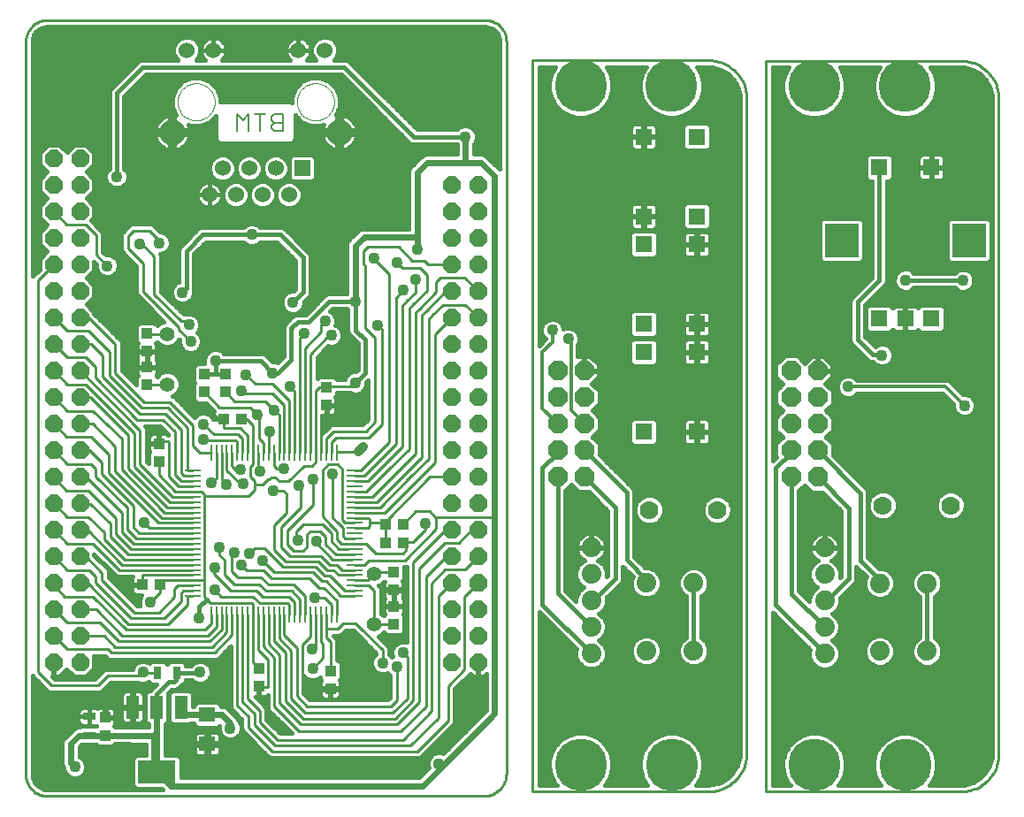
<source format=gbl>
G75*
%MOIN*%
%OFA0B0*%
%FSLAX24Y24*%
%IPPOS*%
%LPD*%
%AMOC8*
5,1,8,0,0,1.08239X$1,22.5*
%
%ADD10C,0.0100*%
%ADD11C,0.0060*%
%ADD12R,0.0591X0.0106*%
%ADD13R,0.0106X0.0591*%
%ADD14C,0.0560*%
%ADD15R,0.0394X0.0433*%
%ADD16R,0.0433X0.0394*%
%ADD17R,0.0480X0.0880*%
%ADD18R,0.1417X0.0866*%
%ADD19R,0.0472X0.0315*%
%ADD20R,0.0630X0.0551*%
%ADD21R,0.0600X0.0600*%
%ADD22C,0.0600*%
%ADD23C,0.0975*%
%ADD24C,0.0000*%
%ADD25OC8,0.0660*%
%ADD26R,0.0315X0.0472*%
%ADD27C,0.0740*%
%ADD28OC8,0.0740*%
%ADD29C,0.0700*%
%ADD30R,0.0634X0.0634*%
%ADD31R,0.1266X0.1266*%
%ADD32C,0.0107*%
%ADD33C,0.0436*%
%ADD34C,0.0160*%
%ADD35C,0.0990*%
%ADD36C,0.0240*%
%ADD37C,0.0320*%
%ADD38C,0.0110*%
%ADD39C,0.0105*%
%ADD40C,0.0120*%
%ADD41C,0.1969*%
D10*
X001033Y002048D02*
X017569Y002048D01*
X017568Y002048D02*
X017625Y002052D01*
X017681Y002060D01*
X017737Y002072D01*
X017791Y002088D01*
X017845Y002107D01*
X017897Y002129D01*
X017947Y002155D01*
X017996Y002184D01*
X018043Y002216D01*
X018087Y002251D01*
X018130Y002289D01*
X018169Y002329D01*
X018206Y002373D01*
X018240Y002418D01*
X018271Y002466D01*
X018299Y002515D01*
X018323Y002566D01*
X018344Y002619D01*
X018362Y002673D01*
X018376Y002728D01*
X018386Y002784D01*
X018393Y002840D01*
X018396Y002897D01*
X018395Y002953D01*
X018395Y030512D01*
X018393Y030566D01*
X018388Y030619D01*
X018379Y030672D01*
X018366Y030724D01*
X018350Y030776D01*
X018330Y030826D01*
X018307Y030874D01*
X018280Y030921D01*
X018251Y030966D01*
X018218Y031009D01*
X018183Y031049D01*
X018145Y031087D01*
X018105Y031122D01*
X018062Y031155D01*
X018017Y031184D01*
X017970Y031211D01*
X017922Y031234D01*
X017872Y031254D01*
X017820Y031270D01*
X017768Y031283D01*
X017715Y031292D01*
X017662Y031297D01*
X017608Y031299D01*
X017608Y031300D02*
X001073Y031300D01*
X001073Y031299D02*
X001019Y031297D01*
X000966Y031292D01*
X000913Y031283D01*
X000861Y031270D01*
X000809Y031254D01*
X000759Y031234D01*
X000711Y031211D01*
X000664Y031184D01*
X000619Y031155D01*
X000576Y031122D01*
X000536Y031087D01*
X000498Y031049D01*
X000463Y031009D01*
X000430Y030966D01*
X000401Y030921D01*
X000374Y030874D01*
X000351Y030826D01*
X000331Y030776D01*
X000315Y030724D01*
X000302Y030672D01*
X000293Y030619D01*
X000288Y030566D01*
X000286Y030512D01*
X000285Y030512D02*
X000285Y002953D01*
X000285Y002954D02*
X000281Y002897D01*
X000282Y002840D01*
X000286Y002784D01*
X000294Y002728D01*
X000306Y002672D01*
X000322Y002618D01*
X000341Y002564D01*
X000364Y002512D01*
X000391Y002462D01*
X000421Y002414D01*
X000454Y002368D01*
X000490Y002324D01*
X000529Y002283D01*
X000571Y002245D01*
X000615Y002209D01*
X000661Y002177D01*
X000710Y002148D01*
X000761Y002122D01*
X000813Y002100D01*
X000867Y002081D01*
X000921Y002066D01*
X000977Y002055D01*
X001033Y002048D01*
X007271Y008551D02*
X007271Y008905D01*
X007467Y008905D02*
X007467Y008443D01*
X007248Y009339D02*
X007108Y009479D01*
X007018Y009568D01*
X007018Y010229D01*
X006974Y010185D01*
X006582Y010185D01*
X007018Y010229D02*
X007018Y013329D01*
X007038Y013349D01*
X008668Y013349D01*
X008918Y013599D01*
X008918Y013789D01*
X009198Y013789D01*
X009398Y013989D01*
X009438Y013989D01*
X009528Y014079D01*
X009688Y014079D01*
X009838Y013929D01*
X010183Y013929D01*
X010763Y014509D01*
X011068Y014509D01*
X011208Y014648D01*
X011208Y015008D01*
X011208Y017321D01*
X011344Y017457D01*
X011685Y017457D01*
X011616Y017463D01*
X011638Y017509D02*
X012578Y017509D01*
X012708Y017639D01*
X012596Y018390D02*
X012580Y018406D01*
X011616Y016794D02*
X011608Y016786D01*
X011608Y016182D01*
X011404Y015978D01*
X011404Y015008D01*
X011685Y014556D02*
X012030Y014556D01*
X012218Y014369D01*
X012218Y012448D01*
X012240Y012426D01*
X012040Y012356D02*
X011850Y012547D01*
X011850Y014195D01*
X011685Y014556D02*
X011474Y014345D01*
X011474Y012587D01*
X011790Y012271D01*
X011795Y011976D02*
X011795Y011661D01*
X012094Y011363D01*
X012179Y011563D02*
X012020Y011721D01*
X012020Y012041D01*
X011594Y011837D02*
X011594Y011542D01*
X011967Y011169D01*
X011848Y010969D02*
X012578Y010969D01*
X012684Y010578D02*
X012208Y010578D01*
X012018Y010769D01*
X011738Y010769D01*
X011418Y011089D01*
X010248Y011089D01*
X009910Y011426D01*
X009635Y011346D02*
X010093Y010889D01*
X011318Y010889D01*
X011638Y010569D01*
X011878Y010569D01*
X012065Y010382D01*
X012684Y010382D01*
X012684Y009791D02*
X012315Y009791D01*
X011758Y010349D01*
X011558Y010349D01*
X011218Y010689D01*
X009983Y010689D01*
X009286Y011385D01*
X009206Y010931D02*
X009206Y010920D01*
X009638Y010489D01*
X011098Y010489D01*
X011438Y010149D01*
X011598Y010149D01*
X012152Y009594D01*
X012684Y009594D01*
X011995Y009431D02*
X011518Y009909D01*
X011338Y009909D01*
X010978Y010269D01*
X009533Y010269D01*
X009250Y010551D01*
X008855Y009576D02*
X007660Y009576D01*
X007400Y009816D01*
X007248Y009339D02*
X008798Y009339D01*
X008845Y009291D01*
X008845Y008905D01*
X011208Y008905D02*
X011208Y007702D01*
X011086Y007581D01*
X011485Y007248D02*
X011097Y006860D01*
X011097Y006860D01*
X010710Y006723D02*
X010710Y006491D01*
X010893Y006308D01*
X010814Y005198D02*
X014127Y005198D01*
X014665Y005736D01*
X014665Y007288D01*
X014502Y007452D01*
X014890Y006426D02*
X014890Y005661D01*
X014195Y004966D01*
X010745Y004966D01*
X010655Y004751D02*
X014280Y004751D01*
X015115Y005586D01*
X015115Y006516D01*
X015365Y006601D02*
X015365Y005436D01*
X014418Y004489D01*
X010593Y004489D01*
X009765Y004176D02*
X014505Y004176D01*
X015585Y005256D01*
X015585Y006726D01*
X015840Y006846D02*
X015840Y005011D01*
X014790Y003961D01*
X009670Y003961D01*
X011848Y010969D02*
X011230Y011586D01*
X010891Y011457D02*
X010891Y011932D01*
X011385Y012046D02*
X011594Y011837D01*
X011104Y013014D02*
X011104Y013999D01*
X010651Y013689D02*
X010588Y013752D01*
X010651Y013689D02*
X010651Y012927D01*
X011104Y013014D02*
X010145Y012056D01*
X010095Y013463D02*
X009981Y013577D01*
X009600Y013577D01*
X008918Y013789D02*
X008918Y013939D01*
X008748Y014109D01*
X008748Y014459D01*
X008845Y014556D01*
X008845Y015008D01*
X009042Y015008D02*
X009042Y014386D01*
X009115Y014313D01*
X009633Y014484D02*
X009734Y014382D01*
X010012Y014382D01*
X009633Y014484D02*
X009633Y015008D01*
X007580Y015686D02*
X007363Y015686D01*
X006975Y016074D01*
X006963Y015504D02*
X007001Y015466D01*
X007251Y015466D01*
X005895Y014216D02*
X005895Y014166D01*
X006136Y013925D01*
X006582Y013531D02*
X006925Y013531D01*
X007018Y013438D01*
X007018Y013329D01*
X002368Y015082D02*
X002329Y015082D01*
X011425Y019785D02*
X011425Y019815D01*
X011563Y019952D01*
X013980Y020261D02*
X013980Y021716D01*
X013947Y021750D01*
X014505Y021114D02*
X014230Y020839D01*
X014230Y020071D01*
X014485Y019961D02*
X014485Y020539D01*
X014660Y020714D01*
X014890Y020586D02*
X014735Y020431D01*
X014735Y019876D01*
X014980Y019801D02*
X014980Y020291D01*
X015100Y020411D01*
X015210Y020189D02*
X015365Y020344D01*
X015210Y020189D02*
X015210Y019711D01*
X015470Y019591D02*
X015470Y020026D01*
X015625Y020181D01*
X013980Y016281D02*
X013980Y015381D01*
X012918Y014319D01*
X012684Y014319D01*
X012684Y014319D01*
X012808Y014319D01*
X013515Y014606D02*
X014230Y015321D01*
X014230Y016156D01*
X014485Y016081D02*
X014485Y015226D01*
X013755Y014496D01*
X013985Y014391D02*
X014735Y015141D01*
X014735Y015991D01*
X014980Y015881D02*
X014980Y014966D01*
X014145Y014131D01*
X014535Y014171D02*
X015210Y014846D01*
X015210Y015796D01*
X015470Y015726D02*
X015470Y014761D01*
X014790Y014081D01*
X015050Y013971D02*
X015720Y014641D01*
X015720Y015656D01*
X012870Y015081D02*
X012799Y015017D01*
X012004Y015017D01*
X011995Y015008D01*
X015760Y012546D02*
X015760Y012126D01*
X014575Y010941D01*
X014380Y010941D01*
X015760Y012546D02*
X015793Y012579D01*
X017959Y012579D01*
X027458Y003679D02*
X027456Y003603D01*
X027450Y003527D01*
X027440Y003452D01*
X027426Y003378D01*
X027409Y003304D01*
X027387Y003231D01*
X027362Y003159D01*
X027333Y003089D01*
X027300Y003021D01*
X027264Y002954D01*
X027224Y002889D01*
X027181Y002827D01*
X027135Y002766D01*
X027086Y002709D01*
X027033Y002654D01*
X026978Y002601D01*
X026921Y002552D01*
X026860Y002506D01*
X026798Y002463D01*
X026733Y002423D01*
X026666Y002387D01*
X026598Y002354D01*
X026528Y002325D01*
X026456Y002300D01*
X026383Y002278D01*
X026309Y002261D01*
X026235Y002247D01*
X026160Y002237D01*
X026084Y002231D01*
X026008Y002229D01*
X019388Y002229D01*
X019388Y029789D01*
X026008Y029789D01*
X026084Y029787D01*
X026160Y029781D01*
X026235Y029771D01*
X026309Y029757D01*
X026383Y029740D01*
X026456Y029718D01*
X026528Y029693D01*
X026598Y029664D01*
X026666Y029631D01*
X026733Y029595D01*
X026798Y029555D01*
X026860Y029512D01*
X026921Y029466D01*
X026978Y029417D01*
X027033Y029364D01*
X027086Y029309D01*
X027135Y029252D01*
X027181Y029191D01*
X027224Y029129D01*
X027264Y029064D01*
X027300Y028997D01*
X027333Y028929D01*
X027362Y028859D01*
X027387Y028787D01*
X027409Y028714D01*
X027426Y028640D01*
X027440Y028566D01*
X027450Y028491D01*
X027456Y028415D01*
X027458Y028339D01*
X027458Y003679D01*
X028188Y002219D02*
X028188Y029779D01*
X035508Y029779D01*
X035584Y029777D01*
X035660Y029771D01*
X035735Y029761D01*
X035809Y029747D01*
X035883Y029730D01*
X035956Y029708D01*
X036028Y029683D01*
X036098Y029654D01*
X036166Y029621D01*
X036233Y029585D01*
X036298Y029545D01*
X036360Y029502D01*
X036421Y029456D01*
X036478Y029407D01*
X036533Y029354D01*
X036586Y029299D01*
X036635Y029242D01*
X036681Y029181D01*
X036724Y029119D01*
X036764Y029054D01*
X036800Y028987D01*
X036833Y028919D01*
X036862Y028849D01*
X036887Y028777D01*
X036909Y028704D01*
X036926Y028630D01*
X036940Y028556D01*
X036950Y028481D01*
X036956Y028405D01*
X036958Y028329D01*
X036958Y003669D01*
X036956Y003593D01*
X036950Y003517D01*
X036940Y003442D01*
X036926Y003368D01*
X036909Y003294D01*
X036887Y003221D01*
X036862Y003149D01*
X036833Y003079D01*
X036800Y003011D01*
X036764Y002944D01*
X036724Y002879D01*
X036681Y002817D01*
X036635Y002756D01*
X036586Y002699D01*
X036533Y002644D01*
X036478Y002591D01*
X036421Y002542D01*
X036360Y002496D01*
X036298Y002453D01*
X036233Y002413D01*
X036166Y002377D01*
X036098Y002344D01*
X036028Y002315D01*
X035956Y002290D01*
X035883Y002268D01*
X035809Y002251D01*
X035735Y002237D01*
X035660Y002227D01*
X035584Y002221D01*
X035508Y002219D01*
X028188Y002219D01*
D11*
X009968Y027119D02*
X009648Y027119D01*
X009541Y027225D01*
X009541Y027332D01*
X009648Y027439D01*
X009968Y027439D01*
X009968Y027759D02*
X009648Y027759D01*
X009541Y027652D01*
X009541Y027546D01*
X009648Y027439D01*
X009968Y027119D02*
X009968Y027759D01*
X009323Y027759D02*
X008896Y027759D01*
X009110Y027759D02*
X009110Y027119D01*
X008679Y027119D02*
X008679Y027759D01*
X008465Y027546D01*
X008252Y027759D01*
X008252Y027119D01*
D12*
X006582Y014319D03*
X006582Y014122D03*
X006582Y013925D03*
X006582Y013728D03*
X006582Y013531D03*
X006582Y013334D03*
X006582Y013138D03*
X006582Y012941D03*
X006582Y012744D03*
X006582Y012547D03*
X006582Y012350D03*
X006582Y012153D03*
X006582Y011956D03*
X006582Y011760D03*
X006582Y011563D03*
X006582Y011366D03*
X006582Y011169D03*
X006582Y010972D03*
X006582Y010775D03*
X006582Y010578D03*
X006582Y010382D03*
X006582Y010185D03*
X006582Y009988D03*
X006582Y009791D03*
X006582Y009594D03*
X012684Y009594D03*
X012684Y009791D03*
X012684Y009988D03*
X012684Y010185D03*
X012684Y010382D03*
X012684Y010578D03*
X012684Y010775D03*
X012684Y010972D03*
X012684Y011169D03*
X012684Y011366D03*
X012684Y011563D03*
X012684Y011760D03*
X012684Y011956D03*
X012684Y012153D03*
X012684Y012350D03*
X012684Y012547D03*
X012684Y012744D03*
X012684Y012941D03*
X012684Y013138D03*
X012684Y013334D03*
X012684Y013531D03*
X012684Y013728D03*
X012684Y013925D03*
X012684Y014122D03*
X012684Y014319D03*
D13*
X011995Y015008D03*
X011798Y015008D03*
X011601Y015008D03*
X011404Y015008D03*
X011208Y015008D03*
X011011Y015008D03*
X010814Y015008D03*
X010617Y015008D03*
X010420Y015008D03*
X010223Y015008D03*
X010027Y015008D03*
X009830Y015008D03*
X009633Y015008D03*
X009436Y015008D03*
X009239Y015008D03*
X009042Y015008D03*
X008845Y015008D03*
X008649Y015008D03*
X008452Y015008D03*
X008255Y015008D03*
X008058Y015008D03*
X007861Y015008D03*
X007664Y015008D03*
X007467Y015008D03*
X007271Y015008D03*
X007271Y008905D03*
X007467Y008905D03*
X007664Y008905D03*
X007861Y008905D03*
X008058Y008905D03*
X008255Y008905D03*
X008452Y008905D03*
X008649Y008905D03*
X008845Y008905D03*
X009042Y008905D03*
X009239Y008905D03*
X009436Y008905D03*
X009633Y008905D03*
X009830Y008905D03*
X010027Y008905D03*
X010223Y008905D03*
X010420Y008905D03*
X010617Y008905D03*
X010814Y008905D03*
X011011Y008905D03*
X011208Y008905D03*
X011404Y008905D03*
X011601Y008905D03*
X011798Y008905D03*
X011995Y008905D03*
D14*
X013417Y008540D03*
X013417Y010440D03*
X005618Y017577D03*
X005618Y019477D03*
D15*
X004847Y019487D03*
X004847Y018818D03*
X004852Y018222D03*
X004852Y017553D03*
X007008Y017283D03*
X007008Y017952D03*
X007809Y017952D03*
X007809Y017283D03*
X005304Y015341D03*
X005304Y014671D03*
X011616Y016794D03*
X011616Y017463D03*
X014147Y010499D03*
X014147Y009830D03*
X014157Y009209D03*
X014157Y008540D03*
X011768Y006766D03*
X011768Y006097D03*
X009064Y006193D03*
X009064Y006863D03*
X003277Y005016D03*
X003277Y004347D03*
D16*
X004677Y010016D03*
X005346Y010016D03*
X007733Y016267D03*
X008402Y016267D03*
X013833Y012312D03*
X014502Y012312D03*
X014507Y011607D03*
X013838Y011607D03*
D17*
X006129Y005401D03*
X005219Y005401D03*
X004309Y005401D03*
D18*
X005219Y002961D03*
D19*
X002673Y004339D03*
X002673Y005048D03*
D20*
X007126Y005121D03*
X007126Y004019D03*
D21*
X010703Y025722D03*
D22*
X009703Y025722D03*
X008703Y025722D03*
X007703Y025722D03*
X008203Y024722D03*
X007203Y024722D03*
X009203Y024722D03*
X010203Y024722D03*
X010553Y030172D03*
X011553Y030172D03*
X007353Y030172D03*
X006353Y030172D03*
D23*
X005803Y027072D03*
X012103Y027072D03*
D24*
X010503Y028222D02*
X010505Y028274D01*
X010511Y028326D01*
X010521Y028378D01*
X010534Y028428D01*
X010551Y028478D01*
X010572Y028526D01*
X010597Y028572D01*
X010625Y028616D01*
X010656Y028658D01*
X010690Y028698D01*
X010727Y028735D01*
X010767Y028769D01*
X010809Y028800D01*
X010853Y028828D01*
X010899Y028853D01*
X010947Y028874D01*
X010997Y028891D01*
X011047Y028904D01*
X011099Y028914D01*
X011151Y028920D01*
X011203Y028922D01*
X011255Y028920D01*
X011307Y028914D01*
X011359Y028904D01*
X011409Y028891D01*
X011459Y028874D01*
X011507Y028853D01*
X011553Y028828D01*
X011597Y028800D01*
X011639Y028769D01*
X011679Y028735D01*
X011716Y028698D01*
X011750Y028658D01*
X011781Y028616D01*
X011809Y028572D01*
X011834Y028526D01*
X011855Y028478D01*
X011872Y028428D01*
X011885Y028378D01*
X011895Y028326D01*
X011901Y028274D01*
X011903Y028222D01*
X011901Y028170D01*
X011895Y028118D01*
X011885Y028066D01*
X011872Y028016D01*
X011855Y027966D01*
X011834Y027918D01*
X011809Y027872D01*
X011781Y027828D01*
X011750Y027786D01*
X011716Y027746D01*
X011679Y027709D01*
X011639Y027675D01*
X011597Y027644D01*
X011553Y027616D01*
X011507Y027591D01*
X011459Y027570D01*
X011409Y027553D01*
X011359Y027540D01*
X011307Y027530D01*
X011255Y027524D01*
X011203Y027522D01*
X011151Y027524D01*
X011099Y027530D01*
X011047Y027540D01*
X010997Y027553D01*
X010947Y027570D01*
X010899Y027591D01*
X010853Y027616D01*
X010809Y027644D01*
X010767Y027675D01*
X010727Y027709D01*
X010690Y027746D01*
X010656Y027786D01*
X010625Y027828D01*
X010597Y027872D01*
X010572Y027918D01*
X010551Y027966D01*
X010534Y028016D01*
X010521Y028066D01*
X010511Y028118D01*
X010505Y028170D01*
X010503Y028222D01*
X006003Y028222D02*
X006005Y028274D01*
X006011Y028326D01*
X006021Y028378D01*
X006034Y028428D01*
X006051Y028478D01*
X006072Y028526D01*
X006097Y028572D01*
X006125Y028616D01*
X006156Y028658D01*
X006190Y028698D01*
X006227Y028735D01*
X006267Y028769D01*
X006309Y028800D01*
X006353Y028828D01*
X006399Y028853D01*
X006447Y028874D01*
X006497Y028891D01*
X006547Y028904D01*
X006599Y028914D01*
X006651Y028920D01*
X006703Y028922D01*
X006755Y028920D01*
X006807Y028914D01*
X006859Y028904D01*
X006909Y028891D01*
X006959Y028874D01*
X007007Y028853D01*
X007053Y028828D01*
X007097Y028800D01*
X007139Y028769D01*
X007179Y028735D01*
X007216Y028698D01*
X007250Y028658D01*
X007281Y028616D01*
X007309Y028572D01*
X007334Y028526D01*
X007355Y028478D01*
X007372Y028428D01*
X007385Y028378D01*
X007395Y028326D01*
X007401Y028274D01*
X007403Y028222D01*
X007401Y028170D01*
X007395Y028118D01*
X007385Y028066D01*
X007372Y028016D01*
X007355Y027966D01*
X007334Y027918D01*
X007309Y027872D01*
X007281Y027828D01*
X007250Y027786D01*
X007216Y027746D01*
X007179Y027709D01*
X007139Y027675D01*
X007097Y027644D01*
X007053Y027616D01*
X007007Y027591D01*
X006959Y027570D01*
X006909Y027553D01*
X006859Y027540D01*
X006807Y027530D01*
X006755Y027524D01*
X006703Y027522D01*
X006651Y027524D01*
X006599Y027530D01*
X006547Y027540D01*
X006497Y027553D01*
X006447Y027570D01*
X006399Y027591D01*
X006353Y027616D01*
X006309Y027644D01*
X006267Y027675D01*
X006227Y027709D01*
X006190Y027746D01*
X006156Y027786D01*
X006125Y027828D01*
X006097Y027872D01*
X006072Y027918D01*
X006051Y027966D01*
X006034Y028016D01*
X006021Y028066D01*
X006011Y028118D01*
X006005Y028170D01*
X006003Y028222D01*
D25*
X002329Y026082D03*
X002329Y025082D03*
X002329Y024082D03*
X002329Y023082D03*
X002329Y022082D03*
X002329Y021082D03*
X002329Y020082D03*
X002329Y019082D03*
X002329Y018082D03*
X002329Y017082D03*
X002329Y016082D03*
X002329Y015082D03*
X002329Y014082D03*
X002329Y013082D03*
X002329Y012082D03*
X002329Y011082D03*
X002329Y010082D03*
X002329Y009082D03*
X002329Y008082D03*
X002329Y007082D03*
X001329Y007082D03*
X001329Y008082D03*
X001329Y009082D03*
X001329Y010082D03*
X001329Y011082D03*
X001329Y012082D03*
X001329Y013082D03*
X001329Y014082D03*
X001329Y015082D03*
X001329Y016082D03*
X001329Y017082D03*
X001329Y018082D03*
X001329Y019082D03*
X001329Y020082D03*
X001329Y021082D03*
X001329Y022082D03*
X001329Y023082D03*
X001329Y024082D03*
X001329Y025082D03*
X001329Y026082D03*
X016329Y025082D03*
X016329Y024082D03*
X016329Y023082D03*
X016329Y022082D03*
X016329Y021082D03*
X016329Y020082D03*
X016329Y019082D03*
X016329Y018082D03*
X016329Y017082D03*
X016329Y016082D03*
X016329Y015082D03*
X016329Y014082D03*
X016329Y013082D03*
X016329Y012082D03*
X016329Y011082D03*
X016329Y010082D03*
X016329Y009082D03*
X016329Y008082D03*
X016329Y007082D03*
X017329Y007082D03*
X017329Y008082D03*
X017329Y009082D03*
X017329Y010082D03*
X017329Y011082D03*
X017329Y012082D03*
X017329Y013082D03*
X017329Y014082D03*
X017329Y015082D03*
X017329Y016082D03*
X017329Y017082D03*
X017329Y018082D03*
X017329Y019082D03*
X017329Y020082D03*
X017329Y021082D03*
X017329Y022082D03*
X017329Y023082D03*
X017329Y024082D03*
X017329Y025082D03*
D26*
X005968Y006698D03*
X005259Y006698D03*
D27*
X021595Y007425D03*
X021595Y008425D03*
X021595Y009425D03*
X021595Y010425D03*
X021595Y011425D03*
X023677Y010087D03*
X025457Y010087D03*
X025457Y007527D03*
X023677Y007527D03*
X030395Y007415D03*
X030395Y008415D03*
X030395Y009415D03*
X030395Y010415D03*
X030395Y011415D03*
X032477Y010077D03*
X034257Y010077D03*
X034257Y007517D03*
X032477Y007517D03*
D28*
X030131Y014081D03*
X030131Y015081D03*
X030131Y016081D03*
X030131Y017081D03*
X030131Y018081D03*
X029131Y018081D03*
X029131Y017081D03*
X029131Y016081D03*
X029131Y015081D03*
X029131Y014081D03*
X021331Y014091D03*
X020331Y014091D03*
X020331Y015091D03*
X021331Y015091D03*
X021331Y016091D03*
X020331Y016091D03*
X020331Y017091D03*
X021331Y017091D03*
X021331Y018091D03*
X020331Y018091D03*
D29*
X023788Y012841D03*
X026347Y012841D03*
X032588Y013011D03*
X035147Y013011D03*
D30*
X034419Y020049D03*
X033434Y020049D03*
X032450Y020049D03*
X032450Y025758D03*
X034419Y025758D03*
X025578Y026909D03*
X023578Y026909D03*
X023578Y023909D03*
X023578Y022849D03*
X025578Y022849D03*
X025578Y023909D03*
X025578Y019849D03*
X025578Y018789D03*
X023578Y018789D03*
X023578Y019849D03*
X023578Y015789D03*
X025578Y015789D03*
D31*
X031033Y023002D03*
X035836Y023002D03*
D32*
X017329Y021082D02*
X016839Y021572D01*
X016838Y021579D01*
X016833Y021585D01*
X016827Y021590D01*
X016820Y021591D01*
X015920Y021591D01*
X015760Y021431D01*
X015760Y021071D01*
X015100Y020411D01*
X014890Y020586D02*
X015415Y021111D01*
X015415Y021681D01*
X015403Y021694D01*
X015403Y021698D01*
X015135Y021966D01*
X014480Y021966D01*
X014271Y022175D01*
X014300Y022756D02*
X014345Y022756D01*
X014860Y022241D01*
X015300Y022241D01*
X015459Y022082D01*
X016329Y022082D01*
X016329Y021082D02*
X016319Y021072D01*
X016093Y021072D01*
X015365Y020344D01*
X015625Y020181D02*
X016020Y020576D01*
X016835Y020576D01*
X017329Y020082D01*
X016329Y020082D02*
X015720Y019474D01*
X015720Y015656D01*
X015470Y015726D02*
X015470Y019591D01*
X015210Y019711D02*
X015210Y015796D01*
X014980Y015881D02*
X014980Y019801D01*
X014735Y019876D02*
X014735Y015991D01*
X014485Y016081D02*
X014485Y019961D01*
X014230Y020071D02*
X014230Y016156D01*
X013980Y016281D02*
X013980Y020261D01*
X014660Y020714D02*
X014969Y021023D01*
X014969Y021527D01*
X013947Y021750D02*
X013410Y022286D01*
X013410Y022325D01*
X013080Y022051D02*
X013020Y022111D01*
X013020Y022601D01*
X013175Y022756D01*
X014300Y022756D01*
X014301Y022757D01*
X013080Y022051D02*
X013080Y019701D01*
X013445Y019336D01*
X013445Y016151D01*
X013095Y015801D01*
X011885Y015801D01*
X011601Y015517D01*
X011601Y015008D01*
X011798Y015008D02*
X011798Y015389D01*
X011985Y015576D01*
X013220Y015576D01*
X013705Y016061D01*
X013515Y014606D02*
X013031Y014122D01*
X012684Y014122D01*
X012684Y013925D02*
X013184Y013925D01*
X013755Y014496D01*
X013985Y014391D02*
X013126Y013531D01*
X012684Y013531D01*
X012684Y013334D02*
X013349Y013334D01*
X014145Y014131D01*
X014285Y014271D01*
X014535Y014171D02*
X013502Y013138D01*
X012684Y013138D01*
X012684Y012941D02*
X013650Y012941D01*
X014790Y014081D01*
X015050Y013971D02*
X013823Y012744D01*
X012684Y012744D01*
X012684Y012547D02*
X013189Y012547D01*
X013240Y012496D01*
X013240Y012366D01*
X013779Y012366D01*
X013833Y012312D01*
X013838Y012307D01*
X013838Y011607D01*
X013490Y011196D02*
X013124Y011563D01*
X012684Y011563D01*
X012179Y011563D01*
X012094Y011363D02*
X012452Y011363D01*
X012684Y011169D02*
X011967Y011169D01*
X012327Y011760D02*
X012230Y011856D01*
X012230Y012166D01*
X012040Y012356D01*
X012240Y012426D02*
X012316Y012350D01*
X012684Y012350D01*
X012684Y012153D02*
X013163Y012153D01*
X013240Y012231D01*
X013240Y012366D01*
X013833Y012312D02*
X013942Y012366D01*
X013942Y012513D01*
X015512Y014082D01*
X016329Y014082D01*
X015520Y012786D02*
X014976Y012786D01*
X014502Y012312D01*
X014507Y011607D02*
X014631Y011616D01*
X014865Y011616D01*
X015360Y012111D01*
X015360Y012322D01*
X015760Y012546D02*
X015520Y012786D01*
X016107Y012082D02*
X016329Y012082D01*
X016107Y012082D02*
X014890Y010866D01*
X014890Y006426D01*
X015115Y006516D02*
X015115Y010618D01*
X016083Y011586D01*
X016595Y011586D01*
X017092Y012082D01*
X017329Y012082D01*
X017329Y011082D02*
X016828Y010581D01*
X016090Y010581D01*
X015585Y010076D01*
X015585Y006726D01*
X015365Y006601D02*
X015365Y010314D01*
X016125Y011074D01*
X016125Y011096D01*
X016139Y011082D01*
X016329Y011082D01*
X016329Y010082D02*
X015840Y009594D01*
X015840Y006846D01*
X016205Y006196D02*
X016824Y006815D01*
X016824Y009578D01*
X017329Y010082D01*
X015365Y010314D02*
X015364Y010316D01*
X014380Y010941D02*
X013225Y010941D01*
X013060Y010775D01*
X012684Y010775D01*
X012684Y010185D02*
X013162Y010185D01*
X013417Y010440D01*
X013476Y010499D01*
X014147Y010499D01*
X014495Y011196D02*
X013490Y011196D01*
X012684Y011760D02*
X012327Y011760D01*
X012020Y012041D02*
X011790Y012271D01*
X011795Y011976D02*
X011490Y012281D01*
X010745Y012281D01*
X010480Y012016D01*
X010480Y011716D01*
X010510Y011686D01*
X010145Y011541D02*
X010145Y012056D01*
X009910Y012186D02*
X009910Y011426D01*
X010145Y011541D02*
X010375Y011311D01*
X010745Y011311D01*
X010891Y011457D01*
X011230Y011586D02*
X011230Y011651D01*
X011385Y012046D02*
X011005Y012046D01*
X010891Y011932D01*
X009910Y012186D02*
X010651Y012927D01*
X010095Y012716D02*
X010095Y013463D01*
X010095Y012716D02*
X009635Y012256D01*
X009635Y011346D01*
X009250Y010551D02*
X008604Y010551D01*
X008399Y010756D01*
X008035Y010541D02*
X008270Y010306D01*
X009160Y010306D01*
X009440Y010026D01*
X010375Y010026D01*
X010814Y009587D01*
X010814Y008905D01*
X011011Y008905D02*
X011011Y008071D01*
X010710Y007771D01*
X010710Y006723D01*
X010893Y006308D02*
X011105Y006096D01*
X011767Y006096D01*
X011768Y006097D01*
X011768Y006766D02*
X011768Y007849D01*
X011765Y007851D01*
X011765Y006814D01*
X011768Y006766D01*
X011485Y007248D02*
X011485Y007796D01*
X011404Y007877D01*
X011404Y008905D01*
X011601Y008905D02*
X011601Y008326D01*
X011636Y008361D01*
X012050Y008361D01*
X012255Y008566D01*
X012715Y008566D01*
X012885Y008396D01*
X013417Y008540D02*
X013417Y008540D01*
X013425Y008549D01*
X013425Y009781D01*
X013218Y009988D01*
X012684Y009988D01*
X011995Y009431D02*
X011995Y008905D01*
X011798Y008905D02*
X011798Y009268D01*
X011546Y009515D01*
X011184Y009515D01*
X010617Y009464D02*
X010300Y009781D01*
X009340Y009781D01*
X009075Y010046D01*
X008150Y010046D01*
X007820Y010376D01*
X006582Y010382D02*
X004674Y010382D01*
X004674Y010019D01*
X004677Y010016D01*
X004983Y009378D02*
X005346Y009742D01*
X005346Y010016D01*
X005515Y010185D01*
X006582Y010185D01*
X006582Y009988D02*
X006122Y009988D01*
X006210Y009791D02*
X006582Y009791D01*
X006582Y009594D02*
X006374Y009594D01*
X006582Y010578D02*
X003809Y010578D01*
X002811Y011576D01*
X001848Y011576D01*
X001342Y012082D01*
X001329Y012082D01*
X001832Y012579D02*
X001329Y013082D01*
X001812Y013580D02*
X001329Y014063D01*
X001329Y014082D01*
X001832Y014579D02*
X001329Y015082D01*
X001824Y015587D02*
X001329Y016082D01*
X001832Y016579D02*
X001329Y017082D01*
X001832Y017579D02*
X001329Y018082D01*
X001832Y017579D02*
X002533Y017579D01*
X004381Y015731D01*
X004381Y014472D01*
X005716Y013138D01*
X006582Y013138D01*
X006582Y013334D02*
X005822Y013334D01*
X004594Y014563D01*
X004594Y015818D01*
X002329Y018082D01*
X002540Y018581D02*
X002905Y018216D01*
X002905Y017826D01*
X004485Y016246D01*
X005450Y016246D01*
X005895Y015801D01*
X005895Y014216D01*
X006145Y014216D02*
X006145Y015856D01*
X005540Y016461D01*
X004575Y016461D01*
X003180Y017856D01*
X003180Y018656D01*
X002730Y019106D01*
X002353Y019106D01*
X002329Y019082D01*
X002540Y018581D02*
X001830Y018581D01*
X001329Y019082D01*
X001830Y019581D02*
X001329Y020082D01*
X001830Y019581D02*
X002650Y019581D01*
X003435Y018796D01*
X003435Y017906D01*
X004660Y016681D01*
X005630Y016681D01*
X006367Y015945D01*
X006367Y014319D01*
X006582Y014319D01*
X006582Y014122D02*
X006240Y014122D01*
X006145Y014216D01*
X006136Y013925D02*
X006582Y013925D01*
X006582Y013728D02*
X006028Y013728D01*
X005665Y014091D01*
X005665Y015406D01*
X005635Y015436D01*
X005309Y015436D01*
X005304Y015341D01*
X005304Y014671D02*
X005304Y014152D01*
X005925Y013531D01*
X006582Y013531D01*
X006583Y013532D01*
X006582Y012941D02*
X005610Y012941D01*
X004149Y014402D01*
X004149Y015649D01*
X002715Y017082D01*
X002329Y017082D01*
X002811Y016579D02*
X001832Y016579D01*
X002334Y016087D02*
X002329Y016082D01*
X002334Y016087D02*
X002817Y016087D01*
X003659Y015244D01*
X003659Y014285D01*
X005397Y012547D01*
X006582Y012547D01*
X006582Y012744D02*
X005503Y012744D01*
X003896Y014371D01*
X003896Y015515D01*
X002811Y016579D01*
X002742Y015587D02*
X001824Y015587D01*
X002329Y015082D02*
X002684Y015082D01*
X003157Y014629D01*
X003157Y014201D01*
X004329Y013009D01*
X004329Y012183D01*
X004556Y011956D01*
X006582Y011956D01*
X006582Y011760D02*
X004450Y011760D01*
X004118Y012091D01*
X004118Y012915D01*
X002925Y014108D01*
X002925Y014395D01*
X002741Y014579D01*
X001832Y014579D01*
X002329Y014082D02*
X002542Y014082D01*
X003901Y012723D01*
X003901Y012003D01*
X004342Y011563D01*
X006582Y011563D01*
X006582Y011366D02*
X004239Y011366D01*
X003685Y011919D01*
X003685Y012532D01*
X002637Y013580D01*
X001812Y013580D01*
X002329Y013082D02*
X002333Y013078D01*
X002717Y013078D01*
X003470Y012325D01*
X003470Y011832D01*
X004133Y011169D01*
X006582Y011169D01*
X006582Y010972D02*
X004026Y010972D01*
X003257Y011741D01*
X003257Y011981D01*
X002659Y012579D01*
X001832Y012579D01*
X002329Y012082D02*
X002607Y012082D01*
X003914Y010775D01*
X006582Y010775D01*
X006582Y012153D02*
X004934Y012153D01*
X004738Y012349D01*
X005291Y012350D02*
X003407Y014234D01*
X003407Y014922D01*
X002742Y015587D01*
X004740Y016906D02*
X003650Y017996D01*
X003650Y019086D01*
X002655Y020081D01*
X002330Y020081D01*
X002329Y020082D01*
X004847Y019487D02*
X004856Y019477D01*
X005618Y019477D01*
X005618Y017577D02*
X004876Y017577D01*
X004852Y017553D01*
X004740Y016906D02*
X005725Y016906D01*
X006585Y016046D01*
X006585Y015261D01*
X006839Y015008D01*
X007271Y015008D01*
X007467Y015008D02*
X007467Y014047D01*
X007284Y013863D01*
X007664Y013977D02*
X007830Y013811D01*
X007664Y013977D02*
X007664Y015008D01*
X007861Y015008D02*
X007861Y014325D01*
X008368Y013819D01*
X008480Y013819D01*
X008374Y014359D02*
X008183Y014359D01*
X008058Y014483D01*
X008058Y015008D01*
X008255Y015008D02*
X008255Y015411D01*
X008200Y015466D01*
X007251Y015466D01*
X007580Y015686D02*
X008290Y015686D01*
X008452Y015525D01*
X008452Y015008D01*
X008649Y015008D02*
X008649Y015638D01*
X008365Y015921D01*
X007733Y015921D01*
X007733Y016267D01*
X007559Y016267D01*
X007025Y016801D01*
X006544Y016801D01*
X007008Y017283D02*
X007584Y016706D01*
X008745Y016706D01*
X009023Y016427D01*
X009070Y016380D01*
X009070Y015536D01*
X009239Y015367D01*
X009239Y015008D01*
X009436Y015008D02*
X009436Y015767D01*
X009468Y015799D01*
X008845Y016031D02*
X008625Y016251D01*
X008419Y016251D01*
X008402Y016267D01*
X008845Y016031D02*
X008845Y015008D01*
X009830Y015008D02*
X009830Y016415D01*
X009658Y016587D01*
X009314Y016931D01*
X008161Y016931D01*
X007809Y017283D01*
X008414Y017332D02*
X008509Y017237D01*
X009579Y017237D01*
X010027Y016790D01*
X010027Y015008D01*
X010223Y015008D02*
X010223Y016953D01*
X009585Y017591D01*
X008950Y017591D01*
X008594Y017947D01*
X010228Y017482D02*
X010420Y017290D01*
X010420Y015008D01*
X010617Y015008D02*
X010617Y019327D01*
X010783Y019492D01*
X010814Y018940D02*
X011425Y019551D01*
X011425Y019785D01*
X011660Y019351D02*
X011802Y019351D01*
X011803Y019422D01*
X011660Y019351D02*
X011011Y018701D01*
X011011Y015008D01*
X010814Y015008D02*
X010814Y018940D01*
X012000Y015012D02*
X011995Y015008D01*
X014507Y011607D02*
X014625Y011594D01*
X014625Y011326D01*
X014495Y011196D01*
X014157Y008540D02*
X013417Y008540D01*
X011765Y007866D02*
X011765Y007851D01*
X011765Y007866D02*
X011601Y008030D01*
X011601Y008326D01*
X010617Y008905D02*
X010617Y009464D01*
X010420Y009356D02*
X010220Y009556D01*
X009215Y009556D01*
X008965Y009806D01*
X008855Y009576D02*
X009095Y009336D01*
X010145Y009336D01*
X010223Y009258D01*
X010223Y008905D01*
X010027Y008905D02*
X010027Y008115D01*
X010505Y007636D01*
X010505Y005816D01*
X010888Y005434D01*
X014028Y005434D01*
X015050Y003746D02*
X016205Y004901D01*
X016205Y006196D01*
X015050Y003746D02*
X009575Y003746D01*
X008680Y004641D01*
X008680Y005051D01*
X008255Y005476D01*
X008255Y008905D01*
X008452Y008905D02*
X008452Y005610D01*
X008895Y005166D01*
X008895Y004736D01*
X009670Y003961D01*
X009765Y004176D02*
X009105Y004836D01*
X009105Y005266D01*
X008649Y005723D01*
X008649Y008905D01*
X008845Y008905D02*
X008845Y007081D01*
X009064Y006863D01*
X009425Y007191D02*
X009425Y006201D01*
X009395Y006171D01*
X009086Y006171D01*
X009064Y006193D01*
X009660Y005421D02*
X010593Y004489D01*
X010655Y004751D02*
X009855Y005551D01*
X009855Y007376D01*
X009436Y007795D01*
X009436Y008905D01*
X009633Y008905D02*
X009633Y007904D01*
X010075Y007461D01*
X010075Y005636D01*
X010745Y004966D01*
X010814Y005198D02*
X010290Y005721D01*
X010290Y007546D01*
X009830Y008007D01*
X009830Y008905D01*
X010420Y008905D02*
X010420Y009356D01*
X009239Y008905D02*
X009239Y007682D01*
X009660Y007261D01*
X009660Y005421D01*
X009425Y007191D02*
X009042Y007574D01*
X009042Y008905D01*
X008058Y008905D02*
X008058Y008119D01*
X007395Y007456D01*
X003495Y007456D01*
X003370Y007581D01*
X001830Y007581D01*
X001329Y008082D01*
X001830Y008581D02*
X001329Y009082D01*
X001755Y009576D02*
X001329Y010002D01*
X001329Y010082D01*
X001835Y010576D02*
X001329Y011082D01*
X001835Y010576D02*
X002670Y010576D01*
X002910Y010336D01*
X002910Y010101D01*
X004245Y008766D01*
X005185Y008766D01*
X005114Y008980D02*
X004374Y008980D01*
X003160Y010194D01*
X003160Y010476D01*
X002610Y011026D01*
X002525Y011026D01*
X002469Y011082D01*
X002329Y011082D01*
X002272Y011082D01*
X002329Y010082D02*
X002609Y010082D01*
X004145Y008546D01*
X005325Y008546D01*
X004065Y008321D02*
X002810Y009576D01*
X001755Y009576D01*
X002329Y009082D02*
X002944Y009082D01*
X003920Y008106D01*
X007130Y008106D01*
X007467Y008443D01*
X007271Y008551D02*
X007040Y008321D01*
X004065Y008321D01*
X003775Y007891D02*
X003085Y008581D01*
X001830Y008581D01*
X002329Y008082D02*
X003229Y008082D01*
X003640Y007671D01*
X007305Y007671D01*
X007861Y008227D01*
X007861Y008905D01*
X007664Y008905D02*
X007664Y008335D01*
X007220Y007891D01*
X003775Y007891D01*
X004695Y006716D02*
X004713Y006698D01*
X005259Y006698D01*
X006129Y005401D02*
X006129Y005224D01*
X006232Y005121D01*
X006582Y012350D02*
X005291Y012350D01*
X002333Y012086D02*
X002329Y012082D01*
X004710Y022132D02*
X004135Y022706D01*
X004135Y023151D01*
X004360Y023376D01*
X004942Y023376D01*
X005310Y023008D01*
X005310Y022908D01*
X005115Y022406D02*
X004668Y022854D01*
X004573Y022854D01*
X002545Y023586D02*
X001825Y023586D01*
X001329Y024082D01*
D33*
X003710Y025401D03*
X004573Y022854D03*
X005310Y022908D03*
X005900Y022593D03*
X007318Y021772D03*
X006190Y021042D03*
X006438Y019817D03*
X006495Y019191D03*
X007433Y018472D03*
X008594Y017947D03*
X008414Y017332D03*
X009023Y016427D03*
X009658Y016587D03*
X009468Y015799D03*
X010012Y014382D03*
X010588Y013752D03*
X011104Y013999D03*
X011850Y014195D03*
X009600Y013577D03*
X009115Y014313D03*
X008374Y014359D03*
X008480Y013819D03*
X007830Y013811D03*
X007284Y013863D03*
X006963Y015504D03*
X006975Y016074D03*
X005046Y015855D03*
X006318Y017825D03*
X009593Y018002D03*
X010228Y017482D03*
X011803Y019422D03*
X011563Y019952D03*
X012196Y019912D03*
X012697Y020712D03*
X013559Y019803D03*
X014505Y021114D03*
X014969Y021527D03*
X014271Y022175D03*
X013410Y022325D03*
X015043Y022667D03*
X011603Y022762D03*
X010263Y021777D03*
X010349Y020665D03*
X010783Y019492D03*
X012596Y018502D03*
X012702Y017631D03*
X013045Y017137D03*
X015360Y012322D03*
X011242Y011661D03*
X010528Y011697D03*
X009206Y010931D03*
X008726Y011195D03*
X008399Y010756D03*
X008135Y011247D03*
X007577Y011414D03*
X007397Y010654D03*
X007400Y009816D03*
X006823Y008769D03*
X004983Y009378D03*
X004429Y009476D03*
X004695Y006716D03*
X003641Y006056D03*
X002542Y005541D03*
X002136Y003150D03*
X005170Y003221D03*
X007988Y004607D03*
X009710Y004789D03*
X011097Y006860D03*
X011086Y007581D03*
X012591Y008122D03*
X013140Y007062D03*
X013729Y007073D03*
X014262Y006936D03*
X014502Y007452D03*
X014485Y008007D03*
X011184Y009515D03*
X006845Y006716D03*
X004738Y012349D03*
X013313Y003135D03*
X015860Y003267D03*
X031290Y017484D03*
X032559Y018670D03*
X035667Y016773D03*
X033818Y014379D03*
X033446Y021498D03*
X035608Y021495D03*
X020738Y019289D03*
X020138Y019619D03*
X016849Y026902D03*
X008803Y023222D03*
X003355Y022046D03*
D34*
X003054Y021757D02*
X002753Y021757D01*
X002859Y021863D02*
X002859Y022182D01*
X002937Y022103D01*
X002937Y021963D01*
X003001Y021809D01*
X003119Y021692D01*
X003272Y021628D01*
X003439Y021628D01*
X003592Y021692D01*
X003710Y021809D01*
X003773Y021963D01*
X003773Y022129D01*
X003710Y022283D01*
X003592Y022400D01*
X003439Y022464D01*
X003298Y022464D01*
X003193Y022569D01*
X003193Y023244D01*
X003154Y023338D01*
X003082Y023410D01*
X002744Y023748D01*
X002859Y023863D01*
X002859Y024302D01*
X002579Y024582D01*
X002859Y024863D01*
X002859Y025302D01*
X002579Y025582D01*
X002859Y025863D01*
X002859Y026302D01*
X002549Y026612D01*
X002110Y026612D01*
X001829Y026332D01*
X001549Y026612D01*
X001110Y026612D01*
X000799Y026302D01*
X000799Y025863D01*
X001080Y025582D01*
X000799Y025302D01*
X000799Y024863D01*
X001080Y024582D01*
X000799Y024302D01*
X000799Y023863D01*
X001080Y023582D01*
X000799Y023302D01*
X000799Y022863D01*
X001080Y022582D01*
X000799Y022302D01*
X000799Y021913D01*
X000535Y021649D01*
X000535Y030512D01*
X000542Y030597D01*
X000594Y030756D01*
X000693Y030892D01*
X000829Y030991D01*
X000988Y031043D01*
X001073Y031050D01*
X017608Y031050D01*
X017692Y031043D01*
X017852Y030991D01*
X017988Y030892D01*
X018087Y030756D01*
X018139Y030597D01*
X018145Y030512D01*
X018145Y025687D01*
X018140Y025692D01*
X017620Y026213D01*
X017502Y026262D01*
X017169Y026262D01*
X017169Y026631D01*
X017204Y026665D01*
X017267Y026819D01*
X017267Y026985D01*
X017204Y027139D01*
X017086Y027257D01*
X016932Y027320D01*
X016766Y027320D01*
X016612Y027257D01*
X016538Y027182D01*
X015031Y027182D01*
X012447Y029766D01*
X012344Y029808D01*
X011896Y029808D01*
X011977Y029889D01*
X012053Y030073D01*
X012053Y030272D01*
X011977Y030456D01*
X011836Y030596D01*
X011652Y030672D01*
X011453Y030672D01*
X011270Y030596D01*
X011129Y030456D01*
X011053Y030272D01*
X011053Y030073D01*
X011129Y029889D01*
X011210Y029808D01*
X010868Y029808D01*
X010919Y029860D01*
X010963Y029921D01*
X010998Y029988D01*
X011021Y030060D01*
X011033Y030135D01*
X011033Y030172D01*
X010553Y030172D01*
X010553Y030172D01*
X011033Y030172D01*
X011033Y030210D01*
X011021Y030285D01*
X010998Y030357D01*
X010963Y030424D01*
X010919Y030485D01*
X010866Y030538D01*
X010804Y030583D01*
X010737Y030617D01*
X010665Y030640D01*
X010591Y030652D01*
X010553Y030652D01*
X010553Y030172D01*
X010073Y030172D01*
X010073Y030135D01*
X010085Y030060D01*
X010108Y029988D01*
X010142Y029921D01*
X010187Y029860D01*
X010238Y029808D01*
X007668Y029808D01*
X007719Y029860D01*
X007763Y029921D01*
X007798Y029988D01*
X007821Y030060D01*
X007833Y030135D01*
X007833Y030172D01*
X007353Y030172D01*
X007353Y030172D01*
X007833Y030172D01*
X007833Y030210D01*
X007821Y030285D01*
X007798Y030357D01*
X007763Y030424D01*
X007719Y030485D01*
X007666Y030538D01*
X007604Y030583D01*
X007537Y030617D01*
X007465Y030640D01*
X007391Y030652D01*
X007353Y030652D01*
X007353Y030172D01*
X006873Y030172D01*
X006873Y030135D01*
X006885Y030060D01*
X006908Y029988D01*
X006942Y029921D01*
X006987Y029860D01*
X007038Y029808D01*
X006696Y029808D01*
X006777Y029889D01*
X006853Y030073D01*
X006853Y030272D01*
X006777Y030456D01*
X006636Y030596D01*
X006452Y030672D01*
X006253Y030672D01*
X006070Y030596D01*
X005929Y030456D01*
X005853Y030272D01*
X005853Y030073D01*
X005929Y029889D01*
X006010Y029808D01*
X004632Y029808D01*
X004529Y029766D01*
X003472Y028709D01*
X003430Y028606D01*
X003430Y025712D01*
X003355Y025637D01*
X003292Y025484D01*
X003292Y025317D01*
X003355Y025164D01*
X003473Y025046D01*
X003627Y024982D01*
X003793Y024982D01*
X003947Y025046D01*
X004064Y025164D01*
X004128Y025317D01*
X004128Y025484D01*
X004064Y025637D01*
X003990Y025712D01*
X003990Y028434D01*
X004804Y029248D01*
X012173Y029248D01*
X014677Y026744D01*
X014756Y026665D01*
X014859Y026622D01*
X016529Y026622D01*
X016529Y026262D01*
X015348Y026262D01*
X015231Y026213D01*
X015141Y026123D01*
X015141Y026123D01*
X014772Y025754D01*
X014723Y025636D01*
X014723Y023442D01*
X012989Y023442D01*
X012962Y023431D01*
X012938Y023431D01*
X012820Y023382D01*
X012730Y023292D01*
X012425Y022987D01*
X012377Y022869D01*
X012377Y020992D01*
X011671Y020992D01*
X011568Y020950D01*
X011489Y020871D01*
X010828Y020210D01*
X010474Y020210D01*
X010371Y020167D01*
X010292Y020089D01*
X010292Y020089D01*
X010156Y019952D01*
X010156Y019952D01*
X010116Y019913D01*
X010077Y019874D01*
X010077Y019874D01*
X010063Y019860D01*
X010005Y019720D01*
X010005Y018621D01*
X009767Y018383D01*
X009676Y018420D01*
X009571Y018420D01*
X009303Y018688D01*
X009200Y018731D01*
X007765Y018731D01*
X007670Y018827D01*
X007516Y018890D01*
X007350Y018890D01*
X007196Y018827D01*
X007078Y018709D01*
X007015Y018555D01*
X007015Y018389D01*
X007023Y018368D01*
X006728Y018368D01*
X006611Y018251D01*
X006611Y017653D01*
X006646Y017617D01*
X006611Y017582D01*
X006611Y016983D01*
X006728Y016866D01*
X007066Y016866D01*
X007367Y016565D01*
X007349Y016534D01*
X007337Y016488D01*
X007337Y016293D01*
X007329Y016311D01*
X007212Y016429D01*
X007058Y016492D01*
X006892Y016492D01*
X006738Y016429D01*
X006650Y016340D01*
X005940Y017050D01*
X005869Y017121D01*
X005820Y017141D01*
X005890Y017170D01*
X006025Y017305D01*
X006098Y017482D01*
X006098Y017673D01*
X006025Y017849D01*
X005890Y017984D01*
X005713Y018057D01*
X005522Y018057D01*
X005346Y017984D01*
X005231Y017869D01*
X005197Y017903D01*
X005216Y017936D01*
X005228Y017982D01*
X005228Y018204D01*
X004870Y018204D01*
X004870Y018240D01*
X005228Y018240D01*
X005228Y018462D01*
X005216Y018508D01*
X005207Y018524D01*
X005211Y018532D01*
X005223Y018577D01*
X005223Y018799D01*
X004865Y018799D01*
X004865Y018421D01*
X004870Y018421D01*
X004870Y018240D01*
X004833Y018240D01*
X004833Y018204D01*
X004475Y018204D01*
X004475Y017982D01*
X004487Y017936D01*
X004506Y017903D01*
X004455Y017852D01*
X004455Y017550D01*
X003904Y018101D01*
X003904Y019136D01*
X003865Y019230D01*
X002870Y020225D01*
X002859Y020236D01*
X002859Y020302D01*
X002579Y020582D01*
X002859Y020863D01*
X002859Y021302D01*
X002579Y021582D01*
X002859Y021863D01*
X002859Y021915D02*
X002957Y021915D01*
X002937Y022074D02*
X002859Y022074D01*
X002594Y021598D02*
X004455Y021598D01*
X004455Y021440D02*
X002721Y021440D01*
X002859Y021281D02*
X004455Y021281D01*
X004455Y021123D02*
X002859Y021123D01*
X002859Y020964D02*
X004476Y020964D01*
X004494Y020922D02*
X004565Y020851D01*
X005477Y019939D01*
X005346Y019884D01*
X005243Y019782D01*
X005243Y019786D01*
X005126Y019903D01*
X004567Y019903D01*
X004450Y019786D01*
X004450Y019188D01*
X004501Y019136D01*
X004482Y019104D01*
X004470Y019058D01*
X004470Y018836D01*
X004828Y018836D01*
X004828Y018799D01*
X004865Y018799D01*
X004865Y018836D01*
X005223Y018836D01*
X005223Y019058D01*
X005211Y019104D01*
X005192Y019136D01*
X005236Y019180D01*
X005346Y019070D01*
X005522Y018997D01*
X005713Y018997D01*
X005890Y019070D01*
X006025Y019205D01*
X006056Y019280D01*
X006077Y019259D01*
X006077Y019108D01*
X006141Y018954D01*
X006259Y018837D01*
X006412Y018773D01*
X006579Y018773D01*
X006732Y018837D01*
X006850Y018954D01*
X006913Y019108D01*
X006913Y019274D01*
X006850Y019428D01*
X006745Y019533D01*
X006792Y019580D01*
X006856Y019734D01*
X006856Y019900D01*
X006792Y020054D01*
X006675Y020172D01*
X006521Y020235D01*
X006355Y020235D01*
X006302Y020214D01*
X006233Y020214D01*
X005370Y021077D01*
X005370Y022457D01*
X005357Y022490D01*
X005393Y022490D01*
X005547Y022554D01*
X005664Y022671D01*
X005728Y022825D01*
X005728Y022991D01*
X005664Y023145D01*
X005547Y023262D01*
X005393Y023326D01*
X005350Y023326D01*
X005085Y023591D01*
X004992Y023630D01*
X004310Y023630D01*
X004217Y023591D01*
X004145Y023520D01*
X003920Y023295D01*
X003882Y023201D01*
X003882Y022656D01*
X003920Y022562D01*
X003992Y022491D01*
X004455Y022028D01*
X004455Y021016D01*
X004494Y020922D01*
X004610Y020806D02*
X002802Y020806D01*
X002643Y020647D02*
X004769Y020647D01*
X004927Y020489D02*
X002672Y020489D01*
X002831Y020330D02*
X005086Y020330D01*
X005244Y020172D02*
X002923Y020172D01*
X003082Y020013D02*
X005403Y020013D01*
X005316Y019855D02*
X005175Y019855D01*
X004518Y019855D02*
X003240Y019855D01*
X003399Y019696D02*
X004450Y019696D01*
X004450Y019538D02*
X003557Y019538D01*
X003716Y019379D02*
X004450Y019379D01*
X004450Y019221D02*
X003869Y019221D01*
X003904Y019062D02*
X004471Y019062D01*
X004470Y018904D02*
X003904Y018904D01*
X003904Y018745D02*
X004470Y018745D01*
X004470Y018799D02*
X004470Y018577D01*
X004482Y018532D01*
X004491Y018515D01*
X004487Y018508D01*
X004475Y018462D01*
X004475Y018240D01*
X004833Y018240D01*
X004833Y018618D01*
X004828Y018618D01*
X004828Y018799D01*
X004470Y018799D01*
X004470Y018587D02*
X003904Y018587D01*
X003904Y018428D02*
X004475Y018428D01*
X004475Y018270D02*
X003904Y018270D01*
X003904Y018111D02*
X004475Y018111D01*
X004483Y017953D02*
X004052Y017953D01*
X004211Y017794D02*
X004455Y017794D01*
X004455Y017636D02*
X004369Y017636D01*
X004833Y018270D02*
X004870Y018270D01*
X004865Y018428D02*
X004833Y018428D01*
X004833Y018587D02*
X004865Y018587D01*
X004865Y018745D02*
X004828Y018745D01*
X005223Y018745D02*
X007114Y018745D01*
X007028Y018587D02*
X005223Y018587D01*
X005228Y018428D02*
X007015Y018428D01*
X006629Y018270D02*
X005228Y018270D01*
X005228Y018111D02*
X006611Y018111D01*
X006611Y017953D02*
X005921Y017953D01*
X006048Y017794D02*
X006611Y017794D01*
X006628Y017636D02*
X006098Y017636D01*
X006096Y017477D02*
X006611Y017477D01*
X006611Y017319D02*
X006030Y017319D01*
X005865Y017160D02*
X006611Y017160D01*
X006611Y017002D02*
X005988Y017002D01*
X006147Y016843D02*
X007089Y016843D01*
X007247Y016685D02*
X006305Y016685D01*
X006464Y016526D02*
X007347Y016526D01*
X007337Y016368D02*
X007273Y016368D01*
X007340Y016286D02*
X007715Y016286D01*
X007715Y016249D01*
X007355Y016249D01*
X007340Y016286D01*
X006677Y016368D02*
X006622Y016368D01*
X005642Y015696D02*
X005642Y015671D01*
X005611Y015701D01*
X005570Y015725D01*
X005525Y015737D01*
X005323Y015737D01*
X005323Y015359D01*
X005286Y015359D01*
X005286Y015737D01*
X005084Y015737D01*
X005038Y015725D01*
X004997Y015701D01*
X004963Y015668D01*
X004940Y015627D01*
X004927Y015581D01*
X004927Y015359D01*
X005286Y015359D01*
X005286Y015322D01*
X004927Y015322D01*
X004927Y015100D01*
X004940Y015055D01*
X004958Y015022D01*
X004907Y014971D01*
X004907Y014608D01*
X004847Y014668D01*
X004847Y015868D01*
X004809Y015961D01*
X004777Y015993D01*
X005345Y015993D01*
X005642Y015696D01*
X005604Y015734D02*
X005539Y015734D01*
X005446Y015892D02*
X004837Y015892D01*
X004847Y015734D02*
X005070Y015734D01*
X004927Y015575D02*
X004847Y015575D01*
X004847Y015417D02*
X004927Y015417D01*
X004927Y015258D02*
X004847Y015258D01*
X004847Y015100D02*
X004927Y015100D01*
X004907Y014941D02*
X004847Y014941D01*
X004847Y014783D02*
X004907Y014783D01*
X004891Y014624D02*
X004907Y014624D01*
X005286Y015417D02*
X005323Y015417D01*
X005323Y015575D02*
X005286Y015575D01*
X005286Y015734D02*
X005323Y015734D01*
X005314Y017953D02*
X005221Y017953D01*
X005223Y018904D02*
X006192Y018904D01*
X006096Y019062D02*
X005870Y019062D01*
X006031Y019221D02*
X006077Y019221D01*
X006749Y019538D02*
X010005Y019538D01*
X010005Y019696D02*
X006840Y019696D01*
X006856Y019855D02*
X010061Y019855D01*
X010063Y019860D02*
X010063Y019860D01*
X010116Y019913D02*
X010116Y019913D01*
X010217Y020013D02*
X006809Y020013D01*
X006675Y020172D02*
X010381Y020172D01*
X010432Y020247D02*
X010585Y020310D01*
X010703Y020428D01*
X010767Y020582D01*
X010767Y020687D01*
X010970Y020891D01*
X011013Y020993D01*
X011013Y022408D01*
X010970Y022511D01*
X010891Y022590D01*
X010100Y023381D01*
X010021Y023460D01*
X009919Y023502D01*
X009114Y023502D01*
X009040Y023577D01*
X008886Y023640D01*
X008720Y023640D01*
X008566Y023577D01*
X008492Y023502D01*
X006896Y023502D01*
X006793Y023460D01*
X006179Y022846D01*
X006101Y022767D01*
X006058Y022664D01*
X006058Y021440D01*
X005953Y021396D01*
X005835Y021279D01*
X005772Y021125D01*
X005772Y020959D01*
X005835Y020805D01*
X005953Y020687D01*
X006107Y020624D01*
X006273Y020624D01*
X006427Y020687D01*
X006544Y020805D01*
X006608Y020959D01*
X006608Y021110D01*
X006618Y021134D01*
X006618Y022493D01*
X007068Y022942D01*
X008492Y022942D01*
X008566Y022868D01*
X008720Y022804D01*
X008886Y022804D01*
X009040Y022868D01*
X009114Y022942D01*
X009747Y022942D01*
X010453Y022236D01*
X010453Y021165D01*
X010371Y021083D01*
X010265Y021083D01*
X010112Y021019D01*
X009994Y020902D01*
X009930Y020748D01*
X009930Y020582D01*
X009994Y020428D01*
X010112Y020310D01*
X010265Y020247D01*
X010432Y020247D01*
X010605Y020330D02*
X010948Y020330D01*
X011107Y020489D02*
X010728Y020489D01*
X010767Y020647D02*
X011265Y020647D01*
X011424Y020806D02*
X010885Y020806D01*
X011001Y020964D02*
X011603Y020964D01*
X011727Y020712D02*
X012697Y020712D01*
X012697Y019678D01*
X012726Y019607D02*
X013080Y019253D01*
X013080Y018009D01*
X012702Y017631D01*
X012318Y017794D02*
X011981Y017794D01*
X012013Y017763D02*
X012013Y017759D01*
X012303Y017759D01*
X012348Y017867D01*
X012466Y017985D01*
X012619Y018049D01*
X012725Y018049D01*
X012800Y018125D01*
X012800Y019137D01*
X012567Y019370D01*
X012567Y019370D01*
X012532Y019405D01*
X012488Y019449D01*
X012488Y019449D01*
X012474Y019463D01*
X012474Y019463D01*
X012417Y019602D01*
X012417Y020401D01*
X012385Y020432D01*
X011843Y020432D01*
X011741Y020331D01*
X011800Y020307D01*
X011917Y020189D01*
X011981Y020035D01*
X011981Y019869D01*
X011957Y019811D01*
X012040Y019777D01*
X012157Y019659D01*
X012221Y019505D01*
X012221Y019339D01*
X012157Y019185D01*
X012040Y019068D01*
X011886Y019004D01*
X011720Y019004D01*
X011686Y019018D01*
X011264Y018596D01*
X011264Y017808D01*
X011336Y017880D01*
X011895Y017880D01*
X012013Y017763D01*
X012433Y017953D02*
X011264Y017953D01*
X011264Y018111D02*
X012787Y018111D01*
X012800Y018270D02*
X011264Y018270D01*
X011264Y018428D02*
X012800Y018428D01*
X012800Y018587D02*
X011264Y018587D01*
X011413Y018745D02*
X012800Y018745D01*
X012800Y018904D02*
X011571Y018904D01*
X012026Y019062D02*
X012800Y019062D01*
X012716Y019221D02*
X012172Y019221D01*
X012221Y019379D02*
X012558Y019379D01*
X012443Y019538D02*
X012208Y019538D01*
X012120Y019696D02*
X012417Y019696D01*
X012417Y019855D02*
X011975Y019855D01*
X011981Y020013D02*
X012417Y020013D01*
X012417Y020172D02*
X011925Y020172D01*
X011743Y020330D02*
X012417Y020330D01*
X012697Y019678D02*
X012699Y019658D01*
X012705Y019640D01*
X012714Y019622D01*
X012726Y019607D01*
X011727Y020712D02*
X010944Y019930D01*
X010529Y019930D01*
X010314Y019715D01*
X010285Y019644D02*
X010285Y018505D01*
X009812Y018032D01*
X009741Y018002D02*
X009593Y018002D01*
X009144Y018451D01*
X007433Y018451D01*
X007433Y017954D01*
X007608Y017954D01*
X007605Y017952D01*
X007809Y017952D01*
X007807Y017954D02*
X007608Y017954D01*
X007605Y017952D02*
X007008Y017952D01*
X007430Y017952D02*
X007433Y017954D01*
X007433Y018451D02*
X007433Y018472D01*
X007751Y018745D02*
X010005Y018745D01*
X010005Y018904D02*
X006799Y018904D01*
X006894Y019062D02*
X010005Y019062D01*
X010005Y019221D02*
X006913Y019221D01*
X006870Y019379D02*
X010005Y019379D01*
X010285Y019644D02*
X010287Y019664D01*
X010293Y019682D01*
X010302Y019700D01*
X010314Y019715D01*
X010092Y020330D02*
X006117Y020330D01*
X005958Y020489D02*
X009969Y020489D01*
X009930Y020647D02*
X006330Y020647D01*
X006544Y020806D02*
X009954Y020806D01*
X010056Y020964D02*
X006608Y020964D01*
X006613Y021123D02*
X010410Y021123D01*
X010453Y021281D02*
X006618Y021281D01*
X006618Y021440D02*
X010453Y021440D01*
X010453Y021598D02*
X006618Y021598D01*
X006618Y021757D02*
X010453Y021757D01*
X010453Y021915D02*
X006618Y021915D01*
X006618Y022074D02*
X010453Y022074D01*
X010453Y022232D02*
X006618Y022232D01*
X006618Y022391D02*
X010299Y022391D01*
X010140Y022549D02*
X006674Y022549D01*
X006833Y022708D02*
X009982Y022708D01*
X009823Y022866D02*
X009035Y022866D01*
X008803Y023222D02*
X006952Y023222D01*
X006338Y022609D01*
X006338Y021190D01*
X006190Y021042D01*
X006050Y020647D02*
X005800Y020647D01*
X005835Y020806D02*
X005641Y020806D01*
X005772Y020964D02*
X005483Y020964D01*
X005370Y021123D02*
X005772Y021123D01*
X005838Y021281D02*
X005370Y021281D01*
X005370Y021440D02*
X006058Y021440D01*
X006058Y021598D02*
X005370Y021598D01*
X005370Y021757D02*
X006058Y021757D01*
X006058Y021915D02*
X005370Y021915D01*
X005370Y022074D02*
X006058Y022074D01*
X006058Y022232D02*
X005370Y022232D01*
X005370Y022391D02*
X006058Y022391D01*
X006058Y022549D02*
X005536Y022549D01*
X005679Y022708D02*
X006076Y022708D01*
X006199Y022866D02*
X005728Y022866D01*
X005714Y023025D02*
X006358Y023025D01*
X006516Y023183D02*
X005626Y023183D01*
X005335Y023342D02*
X006675Y023342D01*
X006891Y023500D02*
X005176Y023500D01*
X004126Y023500D02*
X002992Y023500D01*
X003150Y023342D02*
X003967Y023342D01*
X003882Y023183D02*
X003193Y023183D01*
X003193Y023025D02*
X003882Y023025D01*
X003882Y022866D02*
X003193Y022866D01*
X003193Y022708D02*
X003882Y022708D01*
X003934Y022549D02*
X003213Y022549D01*
X003602Y022391D02*
X004092Y022391D01*
X004251Y022232D02*
X003731Y022232D01*
X003773Y022074D02*
X004409Y022074D01*
X004455Y021915D02*
X003754Y021915D01*
X003657Y021757D02*
X004455Y021757D01*
X002833Y023659D02*
X014723Y023659D01*
X014723Y023817D02*
X002813Y023817D01*
X002859Y023976D02*
X014723Y023976D01*
X014723Y024134D02*
X002859Y024134D01*
X002859Y024293D02*
X006989Y024293D01*
X007019Y024277D02*
X007090Y024254D01*
X007165Y024242D01*
X007203Y024242D01*
X007241Y024242D01*
X007315Y024254D01*
X007387Y024277D01*
X007454Y024312D01*
X007516Y024356D01*
X007569Y024410D01*
X007613Y024471D01*
X007648Y024538D01*
X007671Y024610D01*
X007683Y024685D01*
X007683Y024722D01*
X007203Y024722D01*
X007203Y024242D01*
X007203Y024722D01*
X007203Y024722D01*
X007203Y024722D01*
X007683Y024722D01*
X007683Y024760D01*
X007671Y024835D01*
X007648Y024907D01*
X007613Y024974D01*
X007569Y025035D01*
X007516Y025088D01*
X007454Y025133D01*
X007387Y025167D01*
X007315Y025190D01*
X007241Y025202D01*
X007203Y025202D01*
X007203Y024722D01*
X006723Y024722D01*
X006723Y024685D01*
X006735Y024610D01*
X006758Y024538D01*
X006792Y024471D01*
X006837Y024410D01*
X006890Y024356D01*
X006951Y024312D01*
X007019Y024277D01*
X007203Y024293D02*
X007203Y024293D01*
X007203Y024451D02*
X007203Y024451D01*
X007203Y024610D02*
X007203Y024610D01*
X007203Y024722D02*
X007203Y024722D01*
X007203Y024722D01*
X006723Y024722D01*
X006723Y024760D01*
X006735Y024835D01*
X006758Y024907D01*
X006792Y024974D01*
X006837Y025035D01*
X006890Y025088D01*
X006951Y025133D01*
X007019Y025167D01*
X007090Y025190D01*
X007165Y025202D01*
X007203Y025202D01*
X007203Y024722D01*
X007203Y024768D02*
X007203Y024768D01*
X007203Y024927D02*
X007203Y024927D01*
X007203Y025085D02*
X007203Y025085D01*
X007420Y025298D02*
X007603Y025222D01*
X007802Y025222D01*
X007986Y025298D01*
X008127Y025439D01*
X008203Y025623D01*
X008279Y025439D01*
X008420Y025298D01*
X008603Y025222D01*
X008802Y025222D01*
X008986Y025298D01*
X009127Y025439D01*
X009203Y025623D01*
X009279Y025439D01*
X009420Y025298D01*
X009603Y025222D01*
X009802Y025222D01*
X009986Y025298D01*
X010127Y025439D01*
X010203Y025623D01*
X010203Y025822D01*
X010127Y026006D01*
X009986Y026146D01*
X009802Y026222D01*
X009603Y026222D01*
X009420Y026146D01*
X009279Y026006D01*
X009203Y025822D01*
X009203Y025623D01*
X009203Y025822D01*
X009127Y026006D01*
X008986Y026146D01*
X008802Y026222D01*
X008603Y026222D01*
X008420Y026146D01*
X008279Y026006D01*
X008203Y025822D01*
X008203Y025623D01*
X008203Y025822D01*
X008127Y026006D01*
X007986Y026146D01*
X007802Y026222D01*
X007603Y026222D01*
X007420Y026146D01*
X007279Y026006D01*
X007203Y025822D01*
X007203Y025623D01*
X007279Y025439D01*
X007420Y025298D01*
X007552Y025244D02*
X004097Y025244D01*
X004128Y025402D02*
X007316Y025402D01*
X007229Y025561D02*
X004096Y025561D01*
X003990Y025719D02*
X007203Y025719D01*
X007226Y025878D02*
X003990Y025878D01*
X003990Y026036D02*
X007309Y026036D01*
X007536Y026195D02*
X003990Y026195D01*
X003990Y026353D02*
X016529Y026353D01*
X016529Y026512D02*
X012467Y026512D01*
X012474Y026516D02*
X012544Y026569D01*
X012606Y026631D01*
X012659Y026701D01*
X012703Y026776D01*
X012736Y026857D01*
X012759Y026942D01*
X012766Y026992D01*
X012183Y026992D01*
X012183Y026410D01*
X012233Y026416D01*
X012318Y026439D01*
X012399Y026472D01*
X012474Y026516D01*
X012636Y026670D02*
X014751Y026670D01*
X014592Y026829D02*
X012724Y026829D01*
X012765Y026987D02*
X014434Y026987D01*
X014275Y027146D02*
X012183Y027146D01*
X012183Y027152D02*
X012766Y027152D01*
X012759Y027203D01*
X012736Y027287D01*
X012703Y027368D01*
X012659Y027444D01*
X012606Y027513D01*
X012544Y027575D01*
X012474Y027629D01*
X012399Y027672D01*
X012318Y027706D01*
X012233Y027728D01*
X012183Y027735D01*
X012183Y027152D01*
X012183Y026992D01*
X012023Y026992D01*
X012023Y026410D01*
X011972Y026416D01*
X011888Y026439D01*
X011807Y026472D01*
X011731Y026516D01*
X011662Y026569D01*
X011600Y026631D01*
X011547Y026701D01*
X011503Y026776D01*
X011469Y026857D01*
X011447Y026942D01*
X011440Y026992D01*
X012023Y026992D01*
X012023Y027152D01*
X011440Y027152D01*
X011447Y027203D01*
X011469Y027287D01*
X011503Y027368D01*
X011506Y027374D01*
X011382Y027322D01*
X011024Y027322D01*
X010693Y027459D01*
X010440Y027712D01*
X010431Y027733D01*
X010431Y026844D01*
X010429Y026822D01*
X010424Y026800D01*
X010416Y026779D01*
X010407Y026758D01*
X010395Y026739D01*
X010381Y026722D01*
X010365Y026706D01*
X010347Y026692D01*
X010328Y026680D01*
X010308Y026670D01*
X010287Y026663D01*
X010265Y026658D01*
X010242Y026655D01*
X007641Y026655D01*
X007619Y026658D01*
X007597Y026663D01*
X007576Y026670D01*
X006336Y026670D01*
X006359Y026701D02*
X006403Y026776D01*
X006436Y026857D01*
X006459Y026942D01*
X006466Y026992D01*
X005883Y026992D01*
X005883Y026410D01*
X005933Y026416D01*
X006018Y026439D01*
X006099Y026472D01*
X006174Y026516D01*
X006244Y026569D01*
X006306Y026631D01*
X006359Y026701D01*
X006424Y026829D02*
X007454Y026829D01*
X007455Y026822D02*
X007460Y026800D01*
X007467Y026779D01*
X007477Y026758D01*
X007489Y026739D01*
X007503Y026722D01*
X007519Y026706D01*
X007537Y026692D01*
X007556Y026680D01*
X007576Y026670D01*
X007455Y026822D02*
X007453Y026844D01*
X007453Y027699D01*
X007213Y027459D01*
X006882Y027322D01*
X006524Y027322D01*
X006400Y027374D01*
X006403Y027368D01*
X006436Y027287D01*
X006459Y027203D01*
X006466Y027152D01*
X005883Y027152D01*
X005883Y026992D01*
X005723Y026992D01*
X005723Y026410D01*
X005672Y026416D01*
X005588Y026439D01*
X005507Y026472D01*
X005431Y026516D01*
X005362Y026569D01*
X005300Y026631D01*
X005247Y026701D01*
X005203Y026776D01*
X005169Y026857D01*
X005147Y026942D01*
X005140Y026992D01*
X005723Y026992D01*
X005723Y027152D01*
X005140Y027152D01*
X005147Y027203D01*
X005169Y027287D01*
X005203Y027368D01*
X005247Y027444D01*
X005300Y027513D01*
X005362Y027575D01*
X005431Y027629D01*
X005507Y027672D01*
X005588Y027706D01*
X005672Y027728D01*
X005723Y027735D01*
X005723Y027152D01*
X005883Y027152D01*
X005883Y027735D01*
X005933Y027728D01*
X005803Y028043D01*
X005803Y028401D01*
X005940Y028732D01*
X006193Y028985D01*
X006524Y029122D01*
X006882Y029122D01*
X007213Y028985D01*
X007466Y028732D01*
X007603Y028401D01*
X007603Y028216D01*
X007619Y028219D01*
X007641Y028222D01*
X010242Y028222D01*
X010265Y028219D01*
X010287Y028214D01*
X010303Y028209D01*
X010303Y028401D01*
X010440Y028732D01*
X010693Y028985D01*
X011024Y029122D01*
X011382Y029122D01*
X011713Y028985D01*
X011966Y028732D01*
X012103Y028401D01*
X012103Y028043D01*
X011972Y027728D01*
X012023Y027735D01*
X012023Y027152D01*
X012183Y027152D01*
X012183Y027304D02*
X012023Y027304D01*
X012023Y027146D02*
X010431Y027146D01*
X010431Y027304D02*
X011476Y027304D01*
X011441Y026987D02*
X010431Y026987D01*
X010429Y026829D02*
X011481Y026829D01*
X011570Y026670D02*
X010308Y026670D01*
X010320Y026222D02*
X010203Y026105D01*
X010203Y025339D01*
X010320Y025222D01*
X011086Y025222D01*
X011203Y025339D01*
X011203Y026105D01*
X011086Y026222D01*
X010320Y026222D01*
X010292Y026195D02*
X009869Y026195D01*
X010096Y026036D02*
X010203Y026036D01*
X010203Y025878D02*
X010180Y025878D01*
X010203Y025719D02*
X010203Y025719D01*
X010203Y025561D02*
X010177Y025561D01*
X010203Y025402D02*
X010090Y025402D01*
X010103Y025222D02*
X009920Y025146D01*
X009779Y025006D01*
X009703Y024822D01*
X009703Y024623D01*
X009779Y024439D01*
X009920Y024298D01*
X010103Y024222D01*
X010302Y024222D01*
X010486Y024298D01*
X010627Y024439D01*
X010703Y024623D01*
X010703Y024822D01*
X010627Y025006D01*
X010486Y025146D01*
X010302Y025222D01*
X010103Y025222D01*
X010299Y025244D02*
X009854Y025244D01*
X009858Y025085D02*
X009547Y025085D01*
X009486Y025146D02*
X009627Y025006D01*
X009703Y024822D01*
X009703Y024623D01*
X009627Y024439D01*
X009486Y024298D01*
X009302Y024222D01*
X009103Y024222D01*
X008920Y024298D01*
X008779Y024439D01*
X008703Y024623D01*
X008703Y024822D01*
X008779Y025006D01*
X008920Y025146D01*
X009103Y025222D01*
X009302Y025222D01*
X009486Y025146D01*
X009552Y025244D02*
X008854Y025244D01*
X008858Y025085D02*
X008547Y025085D01*
X008486Y025146D02*
X008627Y025006D01*
X008703Y024822D01*
X008703Y024623D01*
X008627Y024439D01*
X008486Y024298D01*
X008302Y024222D01*
X008103Y024222D01*
X007920Y024298D01*
X007779Y024439D01*
X007703Y024623D01*
X007703Y024822D01*
X007779Y025006D01*
X007920Y025146D01*
X008103Y025222D01*
X008302Y025222D01*
X008486Y025146D01*
X008552Y025244D02*
X007854Y025244D01*
X007858Y025085D02*
X007519Y025085D01*
X007637Y024927D02*
X007746Y024927D01*
X007703Y024768D02*
X007682Y024768D01*
X007671Y024610D02*
X007708Y024610D01*
X007774Y024451D02*
X007599Y024451D01*
X007417Y024293D02*
X007934Y024293D01*
X008472Y024293D02*
X008934Y024293D01*
X008774Y024451D02*
X008632Y024451D01*
X008697Y024610D02*
X008708Y024610D01*
X008703Y024768D02*
X008703Y024768D01*
X008659Y024927D02*
X008746Y024927D01*
X009090Y025402D02*
X009316Y025402D01*
X009229Y025561D02*
X009177Y025561D01*
X009203Y025719D02*
X009203Y025719D01*
X009180Y025878D02*
X009226Y025878D01*
X009309Y026036D02*
X009096Y026036D01*
X008869Y026195D02*
X009536Y026195D01*
X008536Y026195D02*
X007869Y026195D01*
X008096Y026036D02*
X008309Y026036D01*
X008226Y025878D02*
X008180Y025878D01*
X008203Y025719D02*
X008203Y025719D01*
X008177Y025561D02*
X008229Y025561D01*
X008316Y025402D02*
X008090Y025402D01*
X006887Y025085D02*
X003986Y025085D01*
X003710Y025401D02*
X003710Y028550D01*
X004688Y029528D01*
X012289Y029528D01*
X014915Y026902D01*
X016849Y026902D01*
X016726Y027304D02*
X014909Y027304D01*
X014750Y027463D02*
X018145Y027463D01*
X018145Y027621D02*
X014592Y027621D01*
X014433Y027780D02*
X018145Y027780D01*
X018145Y027938D02*
X014275Y027938D01*
X014116Y028097D02*
X018145Y028097D01*
X018145Y028255D02*
X013958Y028255D01*
X013799Y028414D02*
X018145Y028414D01*
X018145Y028572D02*
X013641Y028572D01*
X013482Y028731D02*
X018145Y028731D01*
X018145Y028889D02*
X013324Y028889D01*
X013165Y029048D02*
X018145Y029048D01*
X018145Y029206D02*
X013007Y029206D01*
X012848Y029365D02*
X018145Y029365D01*
X018145Y029523D02*
X012690Y029523D01*
X012531Y029682D02*
X018145Y029682D01*
X018145Y029840D02*
X011928Y029840D01*
X012022Y029999D02*
X018145Y029999D01*
X018145Y030157D02*
X012053Y030157D01*
X012035Y030316D02*
X018145Y030316D01*
X018145Y030474D02*
X011958Y030474D01*
X011748Y030633D02*
X018127Y030633D01*
X018062Y030791D02*
X000619Y030791D01*
X000553Y030633D02*
X006157Y030633D01*
X005947Y030474D02*
X000535Y030474D01*
X000535Y030316D02*
X005871Y030316D01*
X005853Y030157D02*
X000535Y030157D01*
X000535Y029999D02*
X005884Y029999D01*
X005978Y029840D02*
X000535Y029840D01*
X000535Y029682D02*
X004445Y029682D01*
X004286Y029523D02*
X000535Y029523D01*
X000535Y029365D02*
X004128Y029365D01*
X003969Y029206D02*
X000535Y029206D01*
X000535Y029048D02*
X003811Y029048D01*
X003652Y028889D02*
X000535Y028889D01*
X000535Y028731D02*
X003494Y028731D01*
X003430Y028572D02*
X000535Y028572D01*
X000535Y028414D02*
X003430Y028414D01*
X003430Y028255D02*
X000535Y028255D01*
X000535Y028097D02*
X003430Y028097D01*
X003430Y027938D02*
X000535Y027938D01*
X000535Y027780D02*
X003430Y027780D01*
X003430Y027621D02*
X000535Y027621D01*
X000535Y027463D02*
X003430Y027463D01*
X003430Y027304D02*
X000535Y027304D01*
X000535Y027146D02*
X003430Y027146D01*
X003430Y026987D02*
X000535Y026987D01*
X000535Y026829D02*
X003430Y026829D01*
X003430Y026670D02*
X000535Y026670D01*
X000535Y026512D02*
X001009Y026512D01*
X000850Y026353D02*
X000535Y026353D01*
X000535Y026195D02*
X000799Y026195D01*
X000799Y026036D02*
X000535Y026036D01*
X000535Y025878D02*
X000799Y025878D01*
X000943Y025719D02*
X000535Y025719D01*
X000535Y025561D02*
X001058Y025561D01*
X000899Y025402D02*
X000535Y025402D01*
X000535Y025244D02*
X000799Y025244D01*
X000799Y025085D02*
X000535Y025085D01*
X000535Y024927D02*
X000799Y024927D01*
X000894Y024768D02*
X000535Y024768D01*
X000535Y024610D02*
X001052Y024610D01*
X000948Y024451D02*
X000535Y024451D01*
X000535Y024293D02*
X000799Y024293D01*
X000799Y024134D02*
X000535Y024134D01*
X000535Y023976D02*
X000799Y023976D01*
X000845Y023817D02*
X000535Y023817D01*
X000535Y023659D02*
X001003Y023659D01*
X000997Y023500D02*
X000535Y023500D01*
X000535Y023342D02*
X000839Y023342D01*
X000799Y023183D02*
X000535Y023183D01*
X000535Y023025D02*
X000799Y023025D01*
X000799Y022866D02*
X000535Y022866D01*
X000535Y022708D02*
X000954Y022708D01*
X001046Y022549D02*
X000535Y022549D01*
X000535Y022391D02*
X000888Y022391D01*
X000799Y022232D02*
X000535Y022232D01*
X000535Y022074D02*
X000799Y022074D01*
X000799Y021915D02*
X000535Y021915D01*
X000535Y021757D02*
X000643Y021757D01*
X002710Y024451D02*
X006807Y024451D01*
X006735Y024610D02*
X002606Y024610D01*
X002764Y024768D02*
X006724Y024768D01*
X006768Y024927D02*
X002859Y024927D01*
X002859Y025085D02*
X003434Y025085D01*
X003322Y025244D02*
X002859Y025244D01*
X002759Y025402D02*
X003292Y025402D01*
X003323Y025561D02*
X002600Y025561D01*
X002715Y025719D02*
X003430Y025719D01*
X003430Y025878D02*
X002859Y025878D01*
X002859Y026036D02*
X003430Y026036D01*
X003430Y026195D02*
X002859Y026195D01*
X002808Y026353D02*
X003430Y026353D01*
X003430Y026512D02*
X002649Y026512D01*
X002009Y026512D02*
X001649Y026512D01*
X001808Y026353D02*
X001850Y026353D01*
X003990Y026512D02*
X005439Y026512D01*
X005270Y026670D02*
X003990Y026670D01*
X003990Y026829D02*
X005181Y026829D01*
X005141Y026987D02*
X003990Y026987D01*
X003990Y027146D02*
X005723Y027146D01*
X005723Y027304D02*
X005883Y027304D01*
X005883Y027146D02*
X007453Y027146D01*
X007453Y027304D02*
X006429Y027304D01*
X006465Y026987D02*
X007453Y026987D01*
X007453Y027463D02*
X007216Y027463D01*
X007374Y027621D02*
X007453Y027621D01*
X007603Y028255D02*
X010303Y028255D01*
X010308Y028414D02*
X007598Y028414D01*
X007532Y028572D02*
X010374Y028572D01*
X010439Y028731D02*
X007466Y028731D01*
X007309Y028889D02*
X010597Y028889D01*
X010843Y029048D02*
X007062Y029048D01*
X006343Y029048D02*
X004603Y029048D01*
X004761Y029206D02*
X012215Y029206D01*
X012373Y029048D02*
X011562Y029048D01*
X011809Y028889D02*
X012532Y028889D01*
X012690Y028731D02*
X011966Y028731D01*
X012032Y028572D02*
X012849Y028572D01*
X013007Y028414D02*
X012098Y028414D01*
X012103Y028255D02*
X013166Y028255D01*
X013324Y028097D02*
X012103Y028097D01*
X012059Y027938D02*
X013483Y027938D01*
X013641Y027780D02*
X011994Y027780D01*
X012023Y027621D02*
X012183Y027621D01*
X012183Y027463D02*
X012023Y027463D01*
X012023Y026987D02*
X012183Y026987D01*
X012183Y026829D02*
X012023Y026829D01*
X012023Y026670D02*
X012183Y026670D01*
X012183Y026512D02*
X012023Y026512D01*
X011739Y026512D02*
X006167Y026512D01*
X005883Y026512D02*
X005723Y026512D01*
X005723Y026670D02*
X005883Y026670D01*
X005883Y026829D02*
X005723Y026829D01*
X005723Y026987D02*
X005883Y026987D01*
X005883Y027463D02*
X005723Y027463D01*
X005723Y027621D02*
X005883Y027621D01*
X005912Y027780D02*
X003990Y027780D01*
X003990Y027938D02*
X005846Y027938D01*
X005803Y028097D02*
X003990Y028097D01*
X003990Y028255D02*
X005803Y028255D01*
X005808Y028414D02*
X003990Y028414D01*
X004127Y028572D02*
X005874Y028572D01*
X005939Y028731D02*
X004286Y028731D01*
X004444Y028889D02*
X006097Y028889D01*
X006728Y029840D02*
X007006Y029840D01*
X006905Y029999D02*
X006822Y029999D01*
X006853Y030157D02*
X006873Y030157D01*
X006873Y030172D02*
X007353Y030172D01*
X007353Y030172D01*
X007353Y030172D01*
X007353Y030652D01*
X007315Y030652D01*
X007240Y030640D01*
X007169Y030617D01*
X007101Y030583D01*
X007040Y030538D01*
X006987Y030485D01*
X006942Y030424D01*
X006908Y030357D01*
X006885Y030285D01*
X006873Y030210D01*
X006873Y030172D01*
X006895Y030316D02*
X006835Y030316D01*
X006758Y030474D02*
X006979Y030474D01*
X007216Y030633D02*
X006548Y030633D01*
X007353Y030633D02*
X007353Y030633D01*
X007490Y030633D02*
X010416Y030633D01*
X010440Y030640D02*
X010369Y030617D01*
X010301Y030583D01*
X010240Y030538D01*
X010187Y030485D01*
X010142Y030424D01*
X010108Y030357D01*
X010085Y030285D01*
X010073Y030210D01*
X010073Y030172D01*
X010553Y030172D01*
X010553Y030172D01*
X010553Y030172D01*
X010553Y030652D01*
X010515Y030652D01*
X010440Y030640D01*
X010553Y030633D02*
X010553Y030633D01*
X010690Y030633D02*
X011357Y030633D01*
X011147Y030474D02*
X010927Y030474D01*
X011011Y030316D02*
X011071Y030316D01*
X011053Y030157D02*
X011033Y030157D01*
X011001Y029999D02*
X011084Y029999D01*
X011178Y029840D02*
X010899Y029840D01*
X010553Y030316D02*
X010553Y030316D01*
X010553Y030474D02*
X010553Y030474D01*
X010179Y030474D02*
X007727Y030474D01*
X007811Y030316D02*
X010095Y030316D01*
X010073Y030157D02*
X007833Y030157D01*
X007801Y029999D02*
X010105Y029999D01*
X010206Y029840D02*
X007699Y029840D01*
X007353Y030316D02*
X007353Y030316D01*
X007353Y030474D02*
X007353Y030474D01*
X005422Y027621D02*
X003990Y027621D01*
X003990Y027463D02*
X005261Y027463D01*
X005176Y027304D02*
X003990Y027304D01*
X000771Y030950D02*
X017909Y030950D01*
X019638Y029539D02*
X020249Y029539D01*
X020102Y029284D01*
X020021Y028983D01*
X020021Y028671D01*
X020102Y028370D01*
X020258Y028100D01*
X020478Y027879D01*
X020748Y027723D01*
X021049Y027643D01*
X021361Y027643D01*
X021662Y027723D01*
X021932Y027879D01*
X022153Y028100D01*
X022309Y028370D01*
X022389Y028671D01*
X022389Y028983D01*
X022309Y029284D01*
X022162Y029539D01*
X023669Y029539D01*
X023522Y029284D01*
X023441Y028983D01*
X023441Y028671D01*
X023522Y028370D01*
X023678Y028100D01*
X023898Y027879D01*
X024168Y027723D01*
X024469Y027643D01*
X024781Y027643D01*
X025082Y027723D01*
X025352Y027879D01*
X025573Y028100D01*
X025729Y028370D01*
X025809Y028671D01*
X025809Y028983D01*
X025729Y029284D01*
X025582Y029539D01*
X026008Y029539D01*
X026165Y029528D01*
X026467Y029447D01*
X026738Y029291D01*
X026960Y029069D01*
X027117Y028798D01*
X027198Y028495D01*
X027208Y028339D01*
X027208Y003679D01*
X027198Y003522D01*
X027117Y003219D01*
X026960Y002948D01*
X026738Y002727D01*
X026467Y002570D01*
X026165Y002489D01*
X026008Y002479D01*
X025542Y002479D01*
X025577Y002513D01*
X025733Y002783D01*
X025813Y003084D01*
X025813Y003396D01*
X025733Y003697D01*
X025577Y003967D01*
X025356Y004188D01*
X025086Y004344D01*
X024785Y004425D01*
X024473Y004425D01*
X024172Y004344D01*
X023902Y004188D01*
X023681Y003967D01*
X023526Y003697D01*
X023445Y003396D01*
X023445Y003084D01*
X023526Y002783D01*
X023681Y002513D01*
X023716Y002479D01*
X022122Y002479D01*
X022157Y002513D01*
X022313Y002783D01*
X022393Y003084D01*
X022393Y003396D01*
X022313Y003697D01*
X022157Y003967D01*
X021936Y004188D01*
X021666Y004344D01*
X021365Y004425D01*
X021053Y004425D01*
X020752Y004344D01*
X020482Y004188D01*
X020261Y003967D01*
X020106Y003697D01*
X020025Y003396D01*
X020025Y003084D01*
X020106Y002783D01*
X020261Y002513D01*
X020296Y002479D01*
X019638Y002479D01*
X019638Y008986D01*
X021043Y007582D01*
X021025Y007539D01*
X021025Y007312D01*
X021112Y007102D01*
X021272Y006942D01*
X021482Y006855D01*
X021708Y006855D01*
X021918Y006942D01*
X022078Y007102D01*
X022165Y007312D01*
X022165Y007539D01*
X022078Y007748D01*
X021918Y007909D01*
X021877Y007925D01*
X021918Y007942D01*
X022078Y008102D01*
X022165Y008312D01*
X022165Y008539D01*
X022078Y008748D01*
X021918Y008909D01*
X021877Y008925D01*
X021918Y008942D01*
X022078Y009102D01*
X022165Y009312D01*
X022165Y009525D01*
X022742Y010101D01*
X022784Y010204D01*
X022784Y010710D01*
X023162Y010332D01*
X023107Y010201D01*
X023107Y009974D01*
X023194Y009764D01*
X023355Y009604D01*
X023564Y009517D01*
X023791Y009517D01*
X024000Y009604D01*
X024161Y009764D01*
X024247Y009974D01*
X024247Y010201D01*
X024161Y010410D01*
X024000Y010570D01*
X023791Y010657D01*
X023629Y010657D01*
X023217Y011069D01*
X023217Y013540D01*
X023175Y013643D01*
X023096Y013722D01*
X021901Y014917D01*
X021901Y015327D01*
X021637Y015591D01*
X021901Y015855D01*
X021901Y016327D01*
X021637Y016591D01*
X021901Y016855D01*
X021901Y017327D01*
X021623Y017605D01*
X021881Y017863D01*
X021881Y018071D01*
X021351Y018071D01*
X021351Y018111D01*
X021311Y018111D01*
X021311Y018641D01*
X021103Y018641D01*
X021088Y018625D01*
X021088Y019047D01*
X021092Y019052D01*
X021156Y019205D01*
X021156Y019372D01*
X021092Y019525D01*
X020975Y019643D01*
X020821Y019707D01*
X020655Y019707D01*
X020556Y019666D01*
X020556Y019702D01*
X020492Y019855D01*
X020375Y019973D01*
X020221Y020037D01*
X020055Y020037D01*
X019901Y019973D01*
X019783Y019855D01*
X019638Y019855D01*
X019783Y019855D02*
X019720Y019702D01*
X019720Y019535D01*
X019783Y019382D01*
X019878Y019287D01*
X019878Y019286D01*
X019638Y019046D01*
X019638Y029539D01*
X019638Y029523D02*
X020240Y029523D01*
X020148Y029365D02*
X019638Y029365D01*
X019638Y029206D02*
X020081Y029206D01*
X020038Y029048D02*
X019638Y029048D01*
X019638Y028889D02*
X020021Y028889D01*
X020021Y028731D02*
X019638Y028731D01*
X019638Y028572D02*
X020047Y028572D01*
X020090Y028414D02*
X019638Y028414D01*
X019638Y028255D02*
X020168Y028255D01*
X020261Y028097D02*
X019638Y028097D01*
X019638Y027938D02*
X020419Y027938D01*
X020651Y027780D02*
X019638Y027780D01*
X019638Y027621D02*
X027208Y027621D01*
X027208Y027463D02*
X019638Y027463D01*
X019638Y027304D02*
X023099Y027304D01*
X023093Y027295D02*
X023081Y027249D01*
X023081Y026927D01*
X023559Y026927D01*
X023559Y026890D01*
X023081Y026890D01*
X023081Y026568D01*
X023093Y026522D01*
X023117Y026481D01*
X023151Y026448D01*
X023192Y026424D01*
X023237Y026412D01*
X023559Y026412D01*
X023559Y026890D01*
X023596Y026890D01*
X023596Y026412D01*
X023918Y026412D01*
X023964Y026424D01*
X024005Y026448D01*
X024039Y026481D01*
X024062Y026522D01*
X024075Y026568D01*
X024075Y026890D01*
X023596Y026890D01*
X023596Y026927D01*
X023559Y026927D01*
X023559Y027405D01*
X023237Y027405D01*
X023192Y027393D01*
X023151Y027369D01*
X023117Y027336D01*
X023093Y027295D01*
X023081Y027146D02*
X019638Y027146D01*
X019638Y026987D02*
X023081Y026987D01*
X023081Y026829D02*
X019638Y026829D01*
X019638Y026670D02*
X023081Y026670D01*
X023099Y026512D02*
X019638Y026512D01*
X019638Y026353D02*
X027208Y026353D01*
X027208Y026195D02*
X019638Y026195D01*
X019638Y026036D02*
X027208Y026036D01*
X027208Y025878D02*
X019638Y025878D01*
X019638Y025719D02*
X027208Y025719D01*
X027208Y025561D02*
X019638Y025561D01*
X019638Y025402D02*
X027208Y025402D01*
X027208Y025244D02*
X019638Y025244D01*
X019638Y025085D02*
X027208Y025085D01*
X027208Y024927D02*
X019638Y024927D01*
X019638Y024768D02*
X027208Y024768D01*
X027208Y024610D02*
X019638Y024610D01*
X019638Y024451D02*
X027208Y024451D01*
X027208Y024293D02*
X026095Y024293D01*
X026095Y024308D02*
X025978Y024425D01*
X025178Y024425D01*
X025061Y024308D01*
X025061Y023509D01*
X025178Y023392D01*
X025978Y023392D01*
X026095Y023509D01*
X026095Y024308D01*
X026095Y024134D02*
X027208Y024134D01*
X027208Y023976D02*
X026095Y023976D01*
X026095Y023817D02*
X027208Y023817D01*
X027208Y023659D02*
X026095Y023659D01*
X026086Y023500D02*
X027208Y023500D01*
X027208Y023342D02*
X025933Y023342D01*
X025918Y023345D02*
X025596Y023345D01*
X025596Y022867D01*
X025559Y022867D01*
X025559Y022830D01*
X025081Y022830D01*
X025081Y022508D01*
X025093Y022462D01*
X025117Y022421D01*
X025151Y022388D01*
X025192Y022364D01*
X025237Y022352D01*
X025559Y022352D01*
X025559Y022830D01*
X025596Y022830D01*
X025596Y022352D01*
X025918Y022352D01*
X025964Y022364D01*
X026005Y022388D01*
X026039Y022421D01*
X026062Y022462D01*
X026075Y022508D01*
X026075Y022830D01*
X025596Y022830D01*
X025596Y022867D01*
X026075Y022867D01*
X026075Y023189D01*
X026062Y023235D01*
X026039Y023276D01*
X026005Y023309D01*
X025964Y023333D01*
X025918Y023345D01*
X026075Y023183D02*
X027208Y023183D01*
X027208Y023025D02*
X026075Y023025D01*
X026075Y022708D02*
X027208Y022708D01*
X027208Y022866D02*
X025596Y022866D01*
X025559Y022866D02*
X024095Y022866D01*
X024095Y022708D02*
X025081Y022708D01*
X025081Y022549D02*
X024095Y022549D01*
X024095Y022449D02*
X024095Y023248D01*
X023978Y023365D01*
X023178Y023365D01*
X023061Y023248D01*
X023061Y022449D01*
X023178Y022332D01*
X023978Y022332D01*
X024095Y022449D01*
X024036Y022391D02*
X025148Y022391D01*
X025559Y022391D02*
X025596Y022391D01*
X025596Y022549D02*
X025559Y022549D01*
X025559Y022708D02*
X025596Y022708D01*
X025559Y022867D02*
X025081Y022867D01*
X025081Y023189D01*
X025093Y023235D01*
X025117Y023276D01*
X025151Y023309D01*
X025192Y023333D01*
X025237Y023345D01*
X025559Y023345D01*
X025559Y022867D01*
X025559Y023025D02*
X025596Y023025D01*
X025596Y023183D02*
X025559Y023183D01*
X025559Y023342D02*
X025596Y023342D01*
X025223Y023342D02*
X024001Y023342D01*
X023964Y023424D02*
X024005Y023448D01*
X024039Y023481D01*
X024062Y023522D01*
X024075Y023568D01*
X024075Y023890D01*
X023596Y023890D01*
X023596Y023412D01*
X023918Y023412D01*
X023964Y023424D01*
X024050Y023500D02*
X025070Y023500D01*
X025061Y023659D02*
X024075Y023659D01*
X024075Y023817D02*
X025061Y023817D01*
X025061Y023976D02*
X024075Y023976D01*
X024075Y023927D02*
X024075Y024249D01*
X024062Y024295D01*
X024039Y024336D01*
X024005Y024369D01*
X023964Y024393D01*
X023918Y024405D01*
X023596Y024405D01*
X023596Y023927D01*
X023559Y023927D01*
X023559Y023890D01*
X023081Y023890D01*
X023081Y023568D01*
X023093Y023522D01*
X023117Y023481D01*
X023151Y023448D01*
X023192Y023424D01*
X023237Y023412D01*
X023559Y023412D01*
X023559Y023890D01*
X023596Y023890D01*
X023596Y023927D01*
X024075Y023927D01*
X024075Y024134D02*
X025061Y024134D01*
X025061Y024293D02*
X024063Y024293D01*
X023596Y024293D02*
X023559Y024293D01*
X023559Y024405D02*
X023237Y024405D01*
X023192Y024393D01*
X023151Y024369D01*
X023117Y024336D01*
X023093Y024295D01*
X023081Y024249D01*
X023081Y023927D01*
X023559Y023927D01*
X023559Y024405D01*
X023559Y024134D02*
X023596Y024134D01*
X023596Y023976D02*
X023559Y023976D01*
X023559Y023817D02*
X023596Y023817D01*
X023596Y023659D02*
X023559Y023659D01*
X023559Y023500D02*
X023596Y023500D01*
X023154Y023342D02*
X019638Y023342D01*
X019638Y023500D02*
X023106Y023500D01*
X023081Y023659D02*
X019638Y023659D01*
X019638Y023817D02*
X023081Y023817D01*
X023081Y023976D02*
X019638Y023976D01*
X019638Y024134D02*
X023081Y024134D01*
X023093Y024293D02*
X019638Y024293D01*
X019638Y023183D02*
X023061Y023183D01*
X023061Y023025D02*
X019638Y023025D01*
X019638Y022866D02*
X023061Y022866D01*
X023061Y022708D02*
X019638Y022708D01*
X019638Y022549D02*
X023061Y022549D01*
X023119Y022391D02*
X019638Y022391D01*
X019638Y022232D02*
X027208Y022232D01*
X027208Y022074D02*
X019638Y022074D01*
X019638Y021915D02*
X027208Y021915D01*
X027208Y021757D02*
X019638Y021757D01*
X019638Y021598D02*
X027208Y021598D01*
X027208Y021440D02*
X019638Y021440D01*
X019638Y021281D02*
X027208Y021281D01*
X027208Y021123D02*
X019638Y021123D01*
X019638Y020964D02*
X027208Y020964D01*
X027208Y020806D02*
X019638Y020806D01*
X019638Y020647D02*
X027208Y020647D01*
X027208Y020489D02*
X019638Y020489D01*
X019638Y020330D02*
X023143Y020330D01*
X023178Y020365D02*
X023061Y020248D01*
X023061Y019449D01*
X023178Y019332D01*
X023978Y019332D01*
X024095Y019449D01*
X024095Y020248D01*
X023978Y020365D01*
X023178Y020365D01*
X023061Y020172D02*
X019638Y020172D01*
X019638Y020013D02*
X019998Y020013D01*
X020278Y020013D02*
X023061Y020013D01*
X023061Y019855D02*
X020493Y019855D01*
X020556Y019696D02*
X020629Y019696D01*
X020847Y019696D02*
X023061Y019696D01*
X023061Y019538D02*
X021080Y019538D01*
X021153Y019379D02*
X023131Y019379D01*
X023178Y019305D02*
X023061Y019188D01*
X023061Y018389D01*
X023178Y018272D01*
X023978Y018272D01*
X024095Y018389D01*
X024095Y019188D01*
X023978Y019305D01*
X023178Y019305D01*
X023093Y019221D02*
X021156Y019221D01*
X021097Y019062D02*
X023061Y019062D01*
X023061Y018904D02*
X021088Y018904D01*
X021088Y018745D02*
X023061Y018745D01*
X023061Y018587D02*
X021613Y018587D01*
X021559Y018641D02*
X021351Y018641D01*
X021351Y018111D01*
X021311Y018111D01*
X021351Y018111D02*
X021881Y018111D01*
X027208Y018111D01*
X027208Y017953D02*
X021881Y017953D01*
X021881Y018111D02*
X021881Y018319D01*
X021559Y018641D01*
X021351Y018587D02*
X021311Y018587D01*
X021311Y018428D02*
X021351Y018428D01*
X021351Y018270D02*
X021311Y018270D01*
X021772Y018428D02*
X023061Y018428D01*
X024025Y019379D02*
X025165Y019379D01*
X025151Y019388D02*
X025192Y019364D01*
X025237Y019352D01*
X025559Y019352D01*
X025559Y019830D01*
X025081Y019830D01*
X025081Y019508D01*
X025093Y019462D01*
X025117Y019421D01*
X025151Y019388D01*
X025192Y019273D02*
X025151Y019249D01*
X025117Y019216D01*
X025093Y019175D01*
X025081Y019129D01*
X025081Y018807D01*
X025559Y018807D01*
X025559Y018770D01*
X025081Y018770D01*
X025081Y018448D01*
X025093Y018402D01*
X025117Y018361D01*
X025151Y018328D01*
X025192Y018304D01*
X025237Y018292D01*
X025559Y018292D01*
X025559Y018770D01*
X025596Y018770D01*
X025596Y018292D01*
X025918Y018292D01*
X025964Y018304D01*
X026005Y018328D01*
X026039Y018361D01*
X026062Y018402D01*
X026075Y018448D01*
X026075Y018770D01*
X025596Y018770D01*
X025596Y018807D01*
X025559Y018807D01*
X025559Y019285D01*
X025237Y019285D01*
X025192Y019273D01*
X025122Y019221D02*
X024062Y019221D01*
X024095Y019062D02*
X025081Y019062D01*
X025081Y018904D02*
X024095Y018904D01*
X024095Y018745D02*
X025081Y018745D01*
X025081Y018587D02*
X024095Y018587D01*
X024095Y018428D02*
X025086Y018428D01*
X025559Y018428D02*
X025596Y018428D01*
X025596Y018587D02*
X025559Y018587D01*
X025559Y018745D02*
X025596Y018745D01*
X025596Y018807D02*
X026075Y018807D01*
X026075Y019129D01*
X026062Y019175D01*
X026039Y019216D01*
X026005Y019249D01*
X025964Y019273D01*
X025918Y019285D01*
X025596Y019285D01*
X025596Y018807D01*
X025596Y018904D02*
X025559Y018904D01*
X025559Y019062D02*
X025596Y019062D01*
X025596Y019221D02*
X025559Y019221D01*
X025596Y019352D02*
X025918Y019352D01*
X025964Y019364D01*
X026005Y019388D01*
X026039Y019421D01*
X026062Y019462D01*
X026075Y019508D01*
X026075Y019830D01*
X025596Y019830D01*
X025596Y019352D01*
X025596Y019379D02*
X025559Y019379D01*
X025559Y019538D02*
X025596Y019538D01*
X025596Y019696D02*
X025559Y019696D01*
X025559Y019830D02*
X025596Y019830D01*
X025596Y019867D01*
X025559Y019867D01*
X025559Y019830D01*
X025559Y019855D02*
X024095Y019855D01*
X024095Y020013D02*
X025081Y020013D01*
X025081Y019867D02*
X025559Y019867D01*
X025559Y020345D01*
X025237Y020345D01*
X025192Y020333D01*
X025151Y020309D01*
X025117Y020276D01*
X025093Y020235D01*
X025081Y020189D01*
X025081Y019867D01*
X025081Y019696D02*
X024095Y019696D01*
X024095Y019538D02*
X025081Y019538D01*
X025559Y020013D02*
X025596Y020013D01*
X025596Y019867D02*
X025596Y020345D01*
X025918Y020345D01*
X025964Y020333D01*
X026005Y020309D01*
X026039Y020276D01*
X026062Y020235D01*
X026075Y020189D01*
X026075Y019867D01*
X025596Y019867D01*
X025596Y019855D02*
X027208Y019855D01*
X027208Y020013D02*
X026075Y020013D01*
X026075Y020172D02*
X027208Y020172D01*
X027208Y020330D02*
X025969Y020330D01*
X025596Y020330D02*
X025559Y020330D01*
X025559Y020172D02*
X025596Y020172D01*
X025186Y020330D02*
X024013Y020330D01*
X024095Y020172D02*
X025081Y020172D01*
X026075Y019696D02*
X027208Y019696D01*
X027208Y019538D02*
X026075Y019538D01*
X025990Y019379D02*
X027208Y019379D01*
X027208Y019221D02*
X026034Y019221D01*
X026075Y019062D02*
X027208Y019062D01*
X027208Y018904D02*
X026075Y018904D01*
X026075Y018745D02*
X027208Y018745D01*
X027208Y018587D02*
X026075Y018587D01*
X026069Y018428D02*
X027208Y018428D01*
X027208Y018270D02*
X021881Y018270D01*
X021812Y017794D02*
X027208Y017794D01*
X027208Y017636D02*
X021654Y017636D01*
X021751Y017477D02*
X027208Y017477D01*
X027208Y017319D02*
X021901Y017319D01*
X021901Y017160D02*
X027208Y017160D01*
X027208Y017002D02*
X021901Y017002D01*
X021890Y016843D02*
X027208Y016843D01*
X027208Y016685D02*
X021731Y016685D01*
X021702Y016526D02*
X027208Y016526D01*
X027208Y016368D02*
X021860Y016368D01*
X021901Y016209D02*
X023082Y016209D01*
X023061Y016188D02*
X023061Y015389D01*
X023178Y015272D01*
X023978Y015272D01*
X024095Y015389D01*
X024095Y016188D01*
X023978Y016305D01*
X023178Y016305D01*
X023061Y016188D01*
X023061Y016051D02*
X021901Y016051D01*
X021901Y015892D02*
X023061Y015892D01*
X023061Y015734D02*
X021780Y015734D01*
X021653Y015575D02*
X023061Y015575D01*
X023061Y015417D02*
X021811Y015417D01*
X021901Y015258D02*
X027208Y015258D01*
X027208Y015100D02*
X021901Y015100D01*
X021901Y014941D02*
X027208Y014941D01*
X027208Y014783D02*
X022035Y014783D01*
X022194Y014624D02*
X027208Y014624D01*
X027208Y014466D02*
X022352Y014466D01*
X022511Y014307D02*
X027208Y014307D01*
X027208Y014149D02*
X022669Y014149D01*
X022828Y013990D02*
X027208Y013990D01*
X027208Y013832D02*
X022986Y013832D01*
X023145Y013673D02*
X027208Y013673D01*
X027208Y013515D02*
X023217Y013515D01*
X023217Y013356D02*
X023595Y013356D01*
X023679Y013391D02*
X023477Y013307D01*
X023322Y013152D01*
X023238Y012950D01*
X023238Y012731D01*
X023322Y012529D01*
X023477Y012375D01*
X023679Y012291D01*
X023898Y012291D01*
X024100Y012375D01*
X024254Y012529D01*
X024338Y012731D01*
X024338Y012950D01*
X024254Y013152D01*
X024100Y013307D01*
X023898Y013391D01*
X023679Y013391D01*
X023982Y013356D02*
X026154Y013356D01*
X026238Y013391D02*
X026036Y013307D01*
X025881Y013152D01*
X025797Y012950D01*
X025797Y012731D01*
X025881Y012529D01*
X026036Y012375D01*
X026238Y012291D01*
X026457Y012291D01*
X026659Y012375D01*
X026814Y012529D01*
X026897Y012731D01*
X026897Y012950D01*
X026814Y013152D01*
X026659Y013307D01*
X026457Y013391D01*
X026238Y013391D01*
X026541Y013356D02*
X027208Y013356D01*
X027208Y013198D02*
X026768Y013198D01*
X026860Y013039D02*
X027208Y013039D01*
X027208Y012881D02*
X026897Y012881D01*
X026893Y012722D02*
X027208Y012722D01*
X027208Y012564D02*
X026828Y012564D01*
X026689Y012405D02*
X027208Y012405D01*
X027208Y012247D02*
X023217Y012247D01*
X023217Y012405D02*
X023446Y012405D01*
X023308Y012564D02*
X023217Y012564D01*
X023217Y012722D02*
X023242Y012722D01*
X023238Y012881D02*
X023217Y012881D01*
X023217Y013039D02*
X023275Y013039D01*
X023217Y013198D02*
X023367Y013198D01*
X022937Y013484D02*
X022937Y010953D01*
X023677Y010213D01*
X023677Y010087D01*
X023151Y009869D02*
X022509Y009869D01*
X022351Y009711D02*
X023248Y009711D01*
X023480Y009552D02*
X022192Y009552D01*
X022165Y009394D02*
X025177Y009394D01*
X025177Y009552D02*
X023875Y009552D01*
X024107Y009711D02*
X025028Y009711D01*
X024974Y009764D02*
X025135Y009604D01*
X025177Y009586D01*
X025177Y008028D01*
X025135Y008010D01*
X024974Y007850D01*
X024887Y007641D01*
X024887Y007414D01*
X024974Y007204D01*
X025135Y007044D01*
X025344Y006957D01*
X025571Y006957D01*
X025780Y007044D01*
X025941Y007204D01*
X026027Y007414D01*
X026027Y007641D01*
X025941Y007850D01*
X025780Y008010D01*
X025737Y008028D01*
X025737Y009586D01*
X025780Y009604D01*
X025941Y009764D01*
X026027Y009974D01*
X026027Y010201D01*
X025941Y010410D01*
X025780Y010570D01*
X025571Y010657D01*
X025344Y010657D01*
X025135Y010570D01*
X024974Y010410D01*
X024887Y010201D01*
X024887Y009974D01*
X024974Y009764D01*
X024931Y009869D02*
X024204Y009869D01*
X024247Y010028D02*
X024887Y010028D01*
X024887Y010186D02*
X024247Y010186D01*
X024188Y010345D02*
X024947Y010345D01*
X025067Y010503D02*
X024068Y010503D01*
X023625Y010662D02*
X027208Y010662D01*
X027208Y010820D02*
X023466Y010820D01*
X023308Y010979D02*
X027208Y010979D01*
X027208Y011137D02*
X023217Y011137D01*
X023217Y011296D02*
X027208Y011296D01*
X027208Y011454D02*
X023217Y011454D01*
X023217Y011613D02*
X027208Y011613D01*
X027208Y011771D02*
X023217Y011771D01*
X023217Y011930D02*
X027208Y011930D01*
X027208Y012088D02*
X023217Y012088D01*
X022224Y012088D02*
X020611Y012088D01*
X020611Y011930D02*
X021373Y011930D01*
X021384Y011935D02*
X021307Y011896D01*
X021237Y011845D01*
X021175Y011784D01*
X021125Y011714D01*
X021085Y011637D01*
X021059Y011554D01*
X021045Y011469D01*
X021045Y011445D01*
X021575Y011445D01*
X021575Y011405D01*
X021045Y011405D01*
X021045Y011382D01*
X021059Y011297D01*
X021085Y011214D01*
X021125Y011137D01*
X020611Y011137D01*
X020611Y010979D02*
X021274Y010979D01*
X021307Y010955D02*
X021341Y010937D01*
X021272Y010909D01*
X021112Y010748D01*
X021025Y010539D01*
X021025Y010312D01*
X021112Y010102D01*
X021272Y009942D01*
X021313Y009925D01*
X021272Y009909D01*
X021112Y009748D01*
X021025Y009539D01*
X021025Y009391D01*
X020611Y009805D01*
X020611Y013565D01*
X020831Y013785D01*
X021095Y013521D01*
X021505Y013521D01*
X022224Y012802D01*
X022224Y010376D01*
X022165Y010317D01*
X022165Y010539D01*
X022078Y010748D01*
X021918Y010909D01*
X021849Y010937D01*
X021883Y010955D01*
X021953Y011006D01*
X022014Y011067D01*
X022065Y011137D01*
X022224Y011137D01*
X022105Y011214D02*
X022131Y011297D01*
X022145Y011382D01*
X022145Y011405D01*
X021615Y011405D01*
X021615Y011445D01*
X022145Y011445D01*
X022145Y011469D01*
X022131Y011554D01*
X022105Y011637D01*
X022065Y011714D01*
X022014Y011784D01*
X021953Y011845D01*
X021883Y011896D01*
X021806Y011935D01*
X021724Y011962D01*
X021638Y011975D01*
X021615Y011975D01*
X021615Y011445D01*
X021575Y011445D01*
X021575Y011975D01*
X021552Y011975D01*
X021466Y011962D01*
X021384Y011935D01*
X021575Y011930D02*
X021615Y011930D01*
X021615Y011771D02*
X021575Y011771D01*
X021575Y011613D02*
X021615Y011613D01*
X021615Y011454D02*
X021575Y011454D01*
X021166Y011771D02*
X020611Y011771D01*
X020611Y011613D02*
X021077Y011613D01*
X021045Y011454D02*
X020611Y011454D01*
X020611Y011296D02*
X021059Y011296D01*
X021125Y011137D02*
X021175Y011067D01*
X021237Y011006D01*
X021307Y010955D01*
X021184Y010820D02*
X020611Y010820D01*
X020611Y010662D02*
X021076Y010662D01*
X021025Y010503D02*
X020611Y010503D01*
X020611Y010345D02*
X021025Y010345D01*
X021077Y010186D02*
X020611Y010186D01*
X020611Y010028D02*
X021187Y010028D01*
X021233Y009869D02*
X020611Y009869D01*
X020706Y009711D02*
X021096Y009711D01*
X021030Y009552D02*
X020864Y009552D01*
X021023Y009394D02*
X021025Y009394D01*
X020331Y009689D02*
X021595Y008425D01*
X022165Y008443D02*
X025177Y008443D01*
X025177Y008601D02*
X022139Y008601D01*
X022067Y008760D02*
X025177Y008760D01*
X025177Y008918D02*
X021895Y008918D01*
X022052Y009077D02*
X025177Y009077D01*
X025177Y009235D02*
X022133Y009235D01*
X021670Y009425D02*
X021595Y009425D01*
X021670Y009425D02*
X022504Y010260D01*
X022504Y012918D01*
X021331Y014091D01*
X020943Y013673D02*
X020720Y013673D01*
X020611Y013515D02*
X021511Y013515D01*
X021670Y013356D02*
X020611Y013356D01*
X020611Y013198D02*
X021828Y013198D01*
X021987Y013039D02*
X020611Y013039D01*
X020611Y012881D02*
X022145Y012881D01*
X022224Y012722D02*
X020611Y012722D01*
X020611Y012564D02*
X022224Y012564D01*
X022224Y012405D02*
X020611Y012405D01*
X020611Y012247D02*
X022224Y012247D01*
X022224Y011930D02*
X021817Y011930D01*
X022024Y011771D02*
X022224Y011771D01*
X022224Y011613D02*
X022112Y011613D01*
X022145Y011454D02*
X022224Y011454D01*
X022224Y011296D02*
X022131Y011296D01*
X022105Y011214D02*
X022065Y011137D01*
X021916Y010979D02*
X022224Y010979D01*
X022224Y010820D02*
X022006Y010820D01*
X022114Y010662D02*
X022224Y010662D01*
X022224Y010503D02*
X022165Y010503D01*
X022165Y010345D02*
X022193Y010345D01*
X022668Y010028D02*
X023107Y010028D01*
X023107Y010186D02*
X022777Y010186D01*
X022784Y010345D02*
X023150Y010345D01*
X022991Y010503D02*
X022784Y010503D01*
X022784Y010662D02*
X022833Y010662D01*
X024130Y012405D02*
X026005Y012405D01*
X025867Y012564D02*
X024269Y012564D01*
X024334Y012722D02*
X025801Y012722D01*
X025797Y012881D02*
X024338Y012881D01*
X024301Y013039D02*
X025834Y013039D01*
X025926Y013198D02*
X024209Y013198D01*
X022937Y013484D02*
X021331Y015091D01*
X021458Y015318D01*
X020331Y015091D02*
X020331Y015008D01*
X019756Y014433D01*
X019756Y009264D01*
X021595Y007425D01*
X022119Y007650D02*
X023111Y007650D01*
X023107Y007641D02*
X023107Y007414D01*
X023194Y007204D01*
X023355Y007044D01*
X023564Y006957D01*
X023791Y006957D01*
X024000Y007044D01*
X024161Y007204D01*
X024247Y007414D01*
X024247Y007641D01*
X024161Y007850D01*
X024000Y008010D01*
X023791Y008097D01*
X023564Y008097D01*
X023355Y008010D01*
X023194Y007850D01*
X023107Y007641D01*
X023107Y007492D02*
X022165Y007492D01*
X022165Y007333D02*
X023141Y007333D01*
X023224Y007175D02*
X022108Y007175D01*
X021992Y007016D02*
X023422Y007016D01*
X023933Y007016D02*
X025202Y007016D01*
X025004Y007175D02*
X024131Y007175D01*
X024214Y007333D02*
X024921Y007333D01*
X024887Y007492D02*
X024247Y007492D01*
X024244Y007650D02*
X024891Y007650D01*
X024957Y007809D02*
X024178Y007809D01*
X024044Y007967D02*
X025091Y007967D01*
X025177Y008126D02*
X022088Y008126D01*
X022153Y008284D02*
X025177Y008284D01*
X025737Y008284D02*
X027208Y008284D01*
X027208Y008126D02*
X025737Y008126D01*
X025824Y007967D02*
X027208Y007967D01*
X027208Y007809D02*
X025958Y007809D01*
X026024Y007650D02*
X027208Y007650D01*
X027208Y007492D02*
X026027Y007492D01*
X025994Y007333D02*
X027208Y007333D01*
X027208Y007175D02*
X025911Y007175D01*
X025713Y007016D02*
X027208Y007016D01*
X027208Y006858D02*
X021714Y006858D01*
X021476Y006858D02*
X019638Y006858D01*
X019638Y007016D02*
X021198Y007016D01*
X021082Y007175D02*
X019638Y007175D01*
X019638Y007333D02*
X021025Y007333D01*
X021025Y007492D02*
X019638Y007492D01*
X019638Y007650D02*
X020974Y007650D01*
X020816Y007809D02*
X019638Y007809D01*
X019638Y007967D02*
X020657Y007967D01*
X020499Y008126D02*
X019638Y008126D01*
X019638Y008284D02*
X020340Y008284D01*
X020182Y008443D02*
X019638Y008443D01*
X019638Y008601D02*
X020023Y008601D01*
X019865Y008760D02*
X019638Y008760D01*
X019638Y008918D02*
X019706Y008918D01*
X020331Y009689D02*
X020331Y014091D01*
X024095Y015417D02*
X025089Y015417D01*
X025093Y015402D02*
X025081Y015448D01*
X025081Y015770D01*
X025559Y015770D01*
X025559Y015807D01*
X025081Y015807D01*
X025081Y016129D01*
X025093Y016175D01*
X025117Y016216D01*
X025151Y016249D01*
X025192Y016273D01*
X025237Y016285D01*
X025559Y016285D01*
X025559Y015807D01*
X025596Y015807D01*
X025596Y016285D01*
X025918Y016285D01*
X025964Y016273D01*
X026005Y016249D01*
X026039Y016216D01*
X026062Y016175D01*
X026075Y016129D01*
X026075Y015807D01*
X025596Y015807D01*
X025596Y015770D01*
X025596Y015292D01*
X025918Y015292D01*
X025964Y015304D01*
X026005Y015328D01*
X026039Y015361D01*
X026062Y015402D01*
X026075Y015448D01*
X026075Y015770D01*
X025596Y015770D01*
X025559Y015770D01*
X025559Y015292D01*
X025237Y015292D01*
X025192Y015304D01*
X025151Y015328D01*
X025117Y015361D01*
X025093Y015402D01*
X025081Y015575D02*
X024095Y015575D01*
X024095Y015734D02*
X025081Y015734D01*
X025081Y015892D02*
X024095Y015892D01*
X024095Y016051D02*
X025081Y016051D01*
X025113Y016209D02*
X024074Y016209D01*
X025559Y016209D02*
X025596Y016209D01*
X025596Y016051D02*
X025559Y016051D01*
X025559Y015892D02*
X025596Y015892D01*
X025596Y015734D02*
X025559Y015734D01*
X025559Y015575D02*
X025596Y015575D01*
X025596Y015417D02*
X025559Y015417D01*
X026066Y015417D02*
X027208Y015417D01*
X027208Y015575D02*
X026075Y015575D01*
X026075Y015734D02*
X027208Y015734D01*
X027208Y015892D02*
X026075Y015892D01*
X026075Y016051D02*
X027208Y016051D01*
X027208Y016209D02*
X026043Y016209D01*
X028438Y016209D02*
X028561Y016209D01*
X028561Y016317D02*
X028561Y015845D01*
X028825Y015581D01*
X028561Y015317D01*
X028561Y014845D01*
X028571Y014834D01*
X028438Y014701D01*
X028438Y029529D01*
X029049Y029529D01*
X028902Y029274D01*
X028821Y028973D01*
X028821Y028661D01*
X028902Y028360D01*
X029058Y028090D01*
X029278Y027869D01*
X029548Y027713D01*
X029849Y027633D01*
X030161Y027633D01*
X030462Y027713D01*
X030732Y027869D01*
X030953Y028090D01*
X031109Y028360D01*
X031189Y028661D01*
X031189Y028973D01*
X031109Y029274D01*
X030962Y029529D01*
X032469Y029529D01*
X032322Y029274D01*
X032241Y028973D01*
X032241Y028661D01*
X032322Y028360D01*
X032478Y028090D01*
X032698Y027869D01*
X032968Y027713D01*
X033269Y027633D01*
X033581Y027633D01*
X033882Y027713D01*
X034152Y027869D01*
X034373Y028090D01*
X034529Y028360D01*
X034609Y028661D01*
X034609Y028973D01*
X034529Y029274D01*
X034382Y029529D01*
X035508Y029529D01*
X035665Y029518D01*
X035967Y029437D01*
X036238Y029281D01*
X036460Y029059D01*
X036617Y028788D01*
X036698Y028485D01*
X036708Y028329D01*
X036708Y003669D01*
X036698Y003512D01*
X036617Y003209D01*
X036460Y002938D01*
X036238Y002717D01*
X035967Y002560D01*
X035665Y002479D01*
X035508Y002469D01*
X034342Y002469D01*
X034377Y002503D01*
X034533Y002773D01*
X034613Y003074D01*
X034613Y003386D01*
X034533Y003687D01*
X034377Y003957D01*
X034156Y004178D01*
X033886Y004334D01*
X033585Y004415D01*
X033273Y004415D01*
X032972Y004334D01*
X032702Y004178D01*
X032481Y003957D01*
X032326Y003687D01*
X032245Y003386D01*
X032245Y003074D01*
X032326Y002773D01*
X032481Y002503D01*
X032516Y002469D01*
X030922Y002469D01*
X030957Y002503D01*
X031113Y002773D01*
X031193Y003074D01*
X031193Y003386D01*
X031113Y003687D01*
X030957Y003957D01*
X030736Y004178D01*
X030466Y004334D01*
X030165Y004415D01*
X029853Y004415D01*
X029552Y004334D01*
X029282Y004178D01*
X029061Y003957D01*
X028906Y003687D01*
X028825Y003386D01*
X028825Y003074D01*
X028906Y002773D01*
X029061Y002503D01*
X029096Y002469D01*
X028438Y002469D01*
X028438Y008976D01*
X029843Y007572D01*
X029825Y007529D01*
X029825Y007302D01*
X029912Y007092D01*
X030072Y006932D01*
X030282Y006845D01*
X030508Y006845D01*
X030718Y006932D01*
X030878Y007092D01*
X030965Y007302D01*
X030965Y007529D01*
X030878Y007738D01*
X030718Y007899D01*
X030677Y007915D01*
X030718Y007932D01*
X030878Y008092D01*
X030965Y008302D01*
X030965Y008529D01*
X030878Y008738D01*
X030718Y008899D01*
X030677Y008915D01*
X030718Y008932D01*
X030878Y009092D01*
X030965Y009302D01*
X030965Y009515D01*
X031542Y010091D01*
X031584Y010194D01*
X031584Y010306D01*
X031584Y010700D01*
X031962Y010322D01*
X031907Y010191D01*
X031907Y009964D01*
X031994Y009754D01*
X032155Y009594D01*
X032364Y009507D01*
X032591Y009507D01*
X032800Y009594D01*
X032961Y009754D01*
X033047Y009964D01*
X033047Y010191D01*
X032961Y010400D01*
X032800Y010560D01*
X032591Y010647D01*
X032429Y010647D01*
X032017Y011059D01*
X032017Y013530D01*
X031975Y013633D01*
X031896Y013712D01*
X030701Y014907D01*
X030701Y015317D01*
X030437Y015581D01*
X030701Y015845D01*
X030701Y016317D01*
X030437Y016581D01*
X030701Y016845D01*
X030701Y017317D01*
X030423Y017595D01*
X030681Y017853D01*
X030681Y018061D01*
X030151Y018061D01*
X030151Y018101D01*
X030111Y018101D01*
X030111Y018631D01*
X029903Y018631D01*
X029645Y018373D01*
X029367Y018651D01*
X028895Y018651D01*
X028561Y018317D01*
X028561Y017845D01*
X028825Y017581D01*
X028561Y017317D01*
X028561Y016845D01*
X028825Y016581D01*
X028561Y016317D01*
X028612Y016368D02*
X028438Y016368D01*
X028438Y016526D02*
X028770Y016526D01*
X028721Y016685D02*
X028438Y016685D01*
X028438Y016843D02*
X028563Y016843D01*
X028561Y017002D02*
X028438Y017002D01*
X028438Y017160D02*
X028561Y017160D01*
X028563Y017319D02*
X028438Y017319D01*
X028438Y017477D02*
X028721Y017477D01*
X028770Y017636D02*
X028438Y017636D01*
X028438Y017794D02*
X028612Y017794D01*
X028561Y017953D02*
X028438Y017953D01*
X028438Y018111D02*
X028561Y018111D01*
X028561Y018270D02*
X028438Y018270D01*
X028438Y018428D02*
X028672Y018428D01*
X028831Y018587D02*
X028438Y018587D01*
X028438Y018745D02*
X031762Y018745D01*
X031920Y018587D02*
X030403Y018587D01*
X030359Y018631D02*
X030151Y018631D01*
X030151Y018101D01*
X030681Y018101D01*
X030681Y018309D01*
X030359Y018631D01*
X030151Y018587D02*
X030111Y018587D01*
X030111Y018428D02*
X030151Y018428D01*
X030151Y018270D02*
X030111Y018270D01*
X030111Y018111D02*
X030151Y018111D01*
X030562Y018428D02*
X032115Y018428D01*
X032133Y018419D02*
X032143Y018419D01*
X032152Y018415D01*
X032198Y018415D01*
X032224Y018413D01*
X032322Y018316D01*
X032475Y018252D01*
X032642Y018252D01*
X032795Y018316D01*
X032913Y018433D01*
X032977Y018587D01*
X032977Y018753D01*
X032913Y018907D01*
X032795Y019024D01*
X032642Y019088D01*
X032475Y019088D01*
X032322Y019024D01*
X032298Y019001D01*
X031918Y019381D01*
X031918Y020569D01*
X032609Y021260D01*
X032687Y021338D01*
X032730Y021441D01*
X032730Y025241D01*
X032850Y025241D01*
X032967Y025358D01*
X032967Y026158D01*
X032850Y026275D01*
X032050Y026275D01*
X031933Y026158D01*
X031933Y025358D01*
X032050Y025241D01*
X032170Y025241D01*
X032170Y021613D01*
X031401Y020843D01*
X031358Y020741D01*
X031358Y019209D01*
X031401Y019106D01*
X031479Y019027D01*
X032003Y018504D01*
X032033Y018469D01*
X032042Y018465D01*
X032049Y018457D01*
X032092Y018440D01*
X032133Y018419D01*
X032208Y018695D02*
X031638Y019265D01*
X031638Y020685D01*
X032450Y021497D01*
X032450Y025758D01*
X032967Y025719D02*
X033922Y025719D01*
X033922Y025739D02*
X033922Y025417D01*
X033934Y025372D01*
X033958Y025331D01*
X033991Y025297D01*
X034032Y025273D01*
X034078Y025261D01*
X034400Y025261D01*
X034400Y025739D01*
X034437Y025739D01*
X034437Y025261D01*
X034759Y025261D01*
X034805Y025273D01*
X034846Y025297D01*
X034879Y025331D01*
X034903Y025372D01*
X034915Y025417D01*
X034915Y025739D01*
X034437Y025739D01*
X034437Y025776D01*
X034915Y025776D01*
X034915Y026098D01*
X034903Y026144D01*
X034879Y026185D01*
X034846Y026219D01*
X034805Y026242D01*
X034759Y026255D01*
X034437Y026255D01*
X034437Y025776D01*
X034400Y025776D01*
X034400Y025739D01*
X033922Y025739D01*
X033922Y025776D02*
X034400Y025776D01*
X034400Y026255D01*
X034078Y026255D01*
X034032Y026242D01*
X033991Y026219D01*
X033958Y026185D01*
X033934Y026144D01*
X033922Y026098D01*
X033922Y025776D01*
X033922Y025878D02*
X032967Y025878D01*
X032967Y026036D02*
X033922Y026036D01*
X033967Y026195D02*
X032930Y026195D01*
X032967Y025561D02*
X033922Y025561D01*
X033926Y025402D02*
X032967Y025402D01*
X032852Y025244D02*
X036708Y025244D01*
X036708Y025402D02*
X034911Y025402D01*
X034915Y025561D02*
X036708Y025561D01*
X036708Y025719D02*
X034915Y025719D01*
X034915Y025878D02*
X036708Y025878D01*
X036708Y026036D02*
X034915Y026036D01*
X034870Y026195D02*
X036708Y026195D01*
X036708Y026353D02*
X028438Y026353D01*
X028438Y026195D02*
X031970Y026195D01*
X031933Y026036D02*
X028438Y026036D01*
X028438Y025878D02*
X031933Y025878D01*
X031933Y025719D02*
X028438Y025719D01*
X028438Y025561D02*
X031933Y025561D01*
X031933Y025402D02*
X028438Y025402D01*
X028438Y025244D02*
X032048Y025244D01*
X032170Y025085D02*
X028438Y025085D01*
X028438Y024927D02*
X032170Y024927D01*
X032170Y024768D02*
X028438Y024768D01*
X028438Y024610D02*
X032170Y024610D01*
X032170Y024451D02*
X028438Y024451D01*
X028438Y024293D02*
X032170Y024293D01*
X032170Y024134D02*
X028438Y024134D01*
X028438Y023976D02*
X032170Y023976D01*
X032170Y023817D02*
X031767Y023817D01*
X031749Y023835D02*
X030317Y023835D01*
X030200Y023718D01*
X030200Y022286D01*
X030317Y022169D01*
X031749Y022169D01*
X031866Y022286D01*
X031866Y023718D01*
X031749Y023835D01*
X031866Y023659D02*
X032170Y023659D01*
X032170Y023500D02*
X031866Y023500D01*
X031866Y023342D02*
X032170Y023342D01*
X032170Y023183D02*
X031866Y023183D01*
X031866Y023025D02*
X032170Y023025D01*
X032170Y022866D02*
X031866Y022866D01*
X031866Y022708D02*
X032170Y022708D01*
X032170Y022549D02*
X031866Y022549D01*
X031866Y022391D02*
X032170Y022391D01*
X032170Y022232D02*
X031812Y022232D01*
X032170Y022074D02*
X028438Y022074D01*
X028438Y022232D02*
X030254Y022232D01*
X030200Y022391D02*
X028438Y022391D01*
X028438Y022549D02*
X030200Y022549D01*
X030200Y022708D02*
X028438Y022708D01*
X028438Y022866D02*
X030200Y022866D01*
X030200Y023025D02*
X028438Y023025D01*
X028438Y023183D02*
X030200Y023183D01*
X030200Y023342D02*
X028438Y023342D01*
X028438Y023500D02*
X030200Y023500D01*
X030200Y023659D02*
X028438Y023659D01*
X028438Y023817D02*
X030299Y023817D01*
X028438Y021915D02*
X032170Y021915D01*
X032170Y021757D02*
X028438Y021757D01*
X028438Y021598D02*
X032155Y021598D01*
X031997Y021440D02*
X028438Y021440D01*
X028438Y021281D02*
X031838Y021281D01*
X031680Y021123D02*
X028438Y021123D01*
X028438Y020964D02*
X031521Y020964D01*
X031385Y020806D02*
X028438Y020806D01*
X028438Y020647D02*
X031358Y020647D01*
X031358Y020489D02*
X028438Y020489D01*
X028438Y020330D02*
X031358Y020330D01*
X031358Y020172D02*
X028438Y020172D01*
X028438Y020013D02*
X031358Y020013D01*
X031358Y019855D02*
X028438Y019855D01*
X028438Y019696D02*
X031358Y019696D01*
X031358Y019538D02*
X028438Y019538D01*
X028438Y019379D02*
X031358Y019379D01*
X031358Y019221D02*
X028438Y019221D01*
X028438Y019062D02*
X031445Y019062D01*
X031479Y019027D02*
X031479Y019027D01*
X031603Y018904D02*
X028438Y018904D01*
X029431Y018587D02*
X029859Y018587D01*
X029701Y018428D02*
X029590Y018428D01*
X030681Y018270D02*
X032433Y018270D01*
X032684Y018270D02*
X036708Y018270D01*
X036708Y018428D02*
X032908Y018428D01*
X032977Y018587D02*
X036708Y018587D01*
X036708Y018745D02*
X032977Y018745D01*
X032914Y018904D02*
X036708Y018904D01*
X036708Y019062D02*
X032705Y019062D01*
X032412Y019062D02*
X032237Y019062D01*
X032078Y019221D02*
X036708Y019221D01*
X036708Y019379D02*
X031920Y019379D01*
X031918Y019538D02*
X032045Y019538D01*
X032050Y019532D02*
X032850Y019532D01*
X032961Y019644D01*
X032973Y019622D01*
X033007Y019588D01*
X033048Y019565D01*
X033094Y019552D01*
X033416Y019552D01*
X033416Y020031D01*
X033453Y020031D01*
X033453Y019552D01*
X033775Y019552D01*
X033821Y019565D01*
X033862Y019588D01*
X033895Y019622D01*
X033908Y019644D01*
X034019Y019532D01*
X034818Y019532D01*
X034935Y019650D01*
X034935Y020449D01*
X034818Y020566D01*
X034019Y020566D01*
X033908Y020455D01*
X033895Y020477D01*
X033862Y020510D01*
X033821Y020534D01*
X033775Y020546D01*
X033453Y020546D01*
X033453Y020068D01*
X033416Y020068D01*
X033416Y020546D01*
X033094Y020546D01*
X033048Y020534D01*
X033007Y020510D01*
X032973Y020477D01*
X032961Y020455D01*
X032850Y020566D01*
X032050Y020566D01*
X031933Y020449D01*
X031933Y019650D01*
X032050Y019532D01*
X031933Y019696D02*
X031918Y019696D01*
X031918Y019855D02*
X031933Y019855D01*
X031918Y020013D02*
X031933Y020013D01*
X031918Y020172D02*
X031933Y020172D01*
X031918Y020330D02*
X031933Y020330D01*
X031918Y020489D02*
X031973Y020489D01*
X031996Y020647D02*
X036708Y020647D01*
X036708Y020489D02*
X034896Y020489D01*
X034935Y020330D02*
X036708Y020330D01*
X036708Y020172D02*
X034935Y020172D01*
X034935Y020013D02*
X036708Y020013D01*
X036708Y019855D02*
X034935Y019855D01*
X034935Y019696D02*
X036708Y019696D01*
X036708Y019538D02*
X034823Y019538D01*
X034014Y019538D02*
X032855Y019538D01*
X033416Y019696D02*
X033453Y019696D01*
X033453Y019855D02*
X033416Y019855D01*
X033416Y020013D02*
X033453Y020013D01*
X033453Y020172D02*
X033416Y020172D01*
X033416Y020330D02*
X033453Y020330D01*
X033453Y020489D02*
X033416Y020489D01*
X032985Y020489D02*
X032927Y020489D01*
X033209Y021143D02*
X033362Y021080D01*
X033529Y021080D01*
X033682Y021143D01*
X033754Y021215D01*
X035297Y021215D01*
X035371Y021140D01*
X035525Y021077D01*
X035691Y021077D01*
X035845Y021140D01*
X035962Y021258D01*
X036026Y021412D01*
X036026Y021578D01*
X035962Y021732D01*
X035845Y021849D01*
X035691Y021913D01*
X035525Y021913D01*
X035371Y021849D01*
X035297Y021775D01*
X033760Y021775D01*
X033682Y021852D01*
X033529Y021916D01*
X033362Y021916D01*
X033209Y021852D01*
X033091Y021735D01*
X033027Y021581D01*
X033027Y021414D01*
X033091Y021261D01*
X033209Y021143D01*
X033259Y021123D02*
X032472Y021123D01*
X032630Y021281D02*
X033083Y021281D01*
X033027Y021440D02*
X032729Y021440D01*
X032730Y021598D02*
X033035Y021598D01*
X033113Y021757D02*
X032730Y021757D01*
X032730Y021915D02*
X033361Y021915D01*
X033530Y021915D02*
X036708Y021915D01*
X036708Y021757D02*
X035937Y021757D01*
X036018Y021598D02*
X036708Y021598D01*
X036708Y021440D02*
X036026Y021440D01*
X035972Y021281D02*
X036708Y021281D01*
X036708Y021123D02*
X035802Y021123D01*
X035414Y021123D02*
X033633Y021123D01*
X033448Y021495D02*
X033446Y021498D01*
X033448Y021495D02*
X035608Y021495D01*
X035120Y022169D02*
X036552Y022169D01*
X036669Y022286D01*
X036669Y023718D01*
X036552Y023835D01*
X035120Y023835D01*
X035003Y023718D01*
X035003Y022286D01*
X035120Y022169D01*
X035057Y022232D02*
X032730Y022232D01*
X032730Y022074D02*
X036708Y022074D01*
X036708Y022232D02*
X036615Y022232D01*
X036669Y022391D02*
X036708Y022391D01*
X036708Y022549D02*
X036669Y022549D01*
X036669Y022708D02*
X036708Y022708D01*
X036708Y022866D02*
X036669Y022866D01*
X036669Y023025D02*
X036708Y023025D01*
X036708Y023183D02*
X036669Y023183D01*
X036669Y023342D02*
X036708Y023342D01*
X036708Y023500D02*
X036669Y023500D01*
X036669Y023659D02*
X036708Y023659D01*
X036708Y023817D02*
X036570Y023817D01*
X036708Y023976D02*
X032730Y023976D01*
X032730Y024134D02*
X036708Y024134D01*
X036708Y024293D02*
X032730Y024293D01*
X032730Y024451D02*
X036708Y024451D01*
X036708Y024610D02*
X032730Y024610D01*
X032730Y024768D02*
X036708Y024768D01*
X036708Y024927D02*
X032730Y024927D01*
X032730Y025085D02*
X036708Y025085D01*
X035102Y023817D02*
X032730Y023817D01*
X032730Y023659D02*
X035003Y023659D01*
X035003Y023500D02*
X032730Y023500D01*
X032730Y023342D02*
X035003Y023342D01*
X035003Y023183D02*
X032730Y023183D01*
X032730Y023025D02*
X035003Y023025D01*
X035003Y022866D02*
X032730Y022866D01*
X032730Y022708D02*
X035003Y022708D01*
X035003Y022549D02*
X032730Y022549D01*
X032730Y022391D02*
X035003Y022391D01*
X036708Y020964D02*
X032313Y020964D01*
X032155Y020806D02*
X036708Y020806D01*
X033941Y020489D02*
X033883Y020489D01*
X032559Y018670D02*
X032208Y018695D01*
X031527Y017838D02*
X031622Y017744D01*
X035008Y017744D01*
X035104Y017704D01*
X035177Y017631D01*
X035617Y017191D01*
X035750Y017191D01*
X035904Y017127D01*
X036022Y017009D01*
X036085Y016856D01*
X036085Y016689D01*
X036022Y016536D01*
X035904Y016418D01*
X035750Y016355D01*
X035584Y016355D01*
X035430Y016418D01*
X035313Y016536D01*
X035249Y016689D01*
X035249Y016823D01*
X034849Y017224D01*
X031622Y017224D01*
X031527Y017129D01*
X031374Y017065D01*
X031207Y017065D01*
X031054Y017129D01*
X030936Y017247D01*
X030872Y017400D01*
X030872Y017567D01*
X030936Y017720D01*
X031054Y017838D01*
X031207Y017902D01*
X031374Y017902D01*
X031527Y017838D01*
X031571Y017794D02*
X036708Y017794D01*
X036708Y017636D02*
X035172Y017636D01*
X035331Y017477D02*
X036708Y017477D01*
X036708Y017319D02*
X035489Y017319D01*
X035824Y017160D02*
X036708Y017160D01*
X036708Y017002D02*
X036025Y017002D01*
X036085Y016843D02*
X036708Y016843D01*
X036708Y016685D02*
X036083Y016685D01*
X036012Y016526D02*
X036708Y016526D01*
X036708Y016368D02*
X035782Y016368D01*
X035553Y016368D02*
X030650Y016368D01*
X030701Y016209D02*
X036708Y016209D01*
X036708Y016051D02*
X030701Y016051D01*
X030701Y015892D02*
X036708Y015892D01*
X036708Y015734D02*
X030590Y015734D01*
X030443Y015575D02*
X036708Y015575D01*
X036708Y015417D02*
X030601Y015417D01*
X030701Y015258D02*
X036708Y015258D01*
X036708Y015100D02*
X030701Y015100D01*
X030701Y014941D02*
X036708Y014941D01*
X036708Y014783D02*
X030825Y014783D01*
X030984Y014624D02*
X036708Y014624D01*
X036708Y014466D02*
X031142Y014466D01*
X031301Y014307D02*
X036708Y014307D01*
X036708Y014149D02*
X031459Y014149D01*
X031618Y013990D02*
X036708Y013990D01*
X036708Y013832D02*
X031776Y013832D01*
X031935Y013673D02*
X036708Y013673D01*
X036708Y013515D02*
X035369Y013515D01*
X035459Y013477D02*
X035257Y013561D01*
X035038Y013561D01*
X034836Y013477D01*
X034681Y013322D01*
X034597Y013120D01*
X034597Y012901D01*
X034681Y012699D01*
X034836Y012545D01*
X035038Y012461D01*
X035257Y012461D01*
X035459Y012545D01*
X035614Y012699D01*
X035697Y012901D01*
X035697Y013120D01*
X035614Y013322D01*
X035459Y013477D01*
X035580Y013356D02*
X036708Y013356D01*
X036708Y013198D02*
X035665Y013198D01*
X035697Y013039D02*
X036708Y013039D01*
X036708Y012881D02*
X035689Y012881D01*
X035623Y012722D02*
X036708Y012722D01*
X036708Y012564D02*
X035478Y012564D01*
X034817Y012564D02*
X032919Y012564D01*
X032900Y012545D02*
X033054Y012699D01*
X033138Y012901D01*
X033138Y013120D01*
X033054Y013322D01*
X032900Y013477D01*
X032698Y013561D01*
X032479Y013561D01*
X032277Y013477D01*
X032122Y013322D01*
X032038Y013120D01*
X032038Y012901D01*
X032122Y012699D01*
X032277Y012545D01*
X032479Y012461D01*
X032698Y012461D01*
X032900Y012545D01*
X033064Y012722D02*
X034672Y012722D01*
X034606Y012881D02*
X033130Y012881D01*
X033138Y013039D02*
X034597Y013039D01*
X034629Y013198D02*
X033106Y013198D01*
X033021Y013356D02*
X034715Y013356D01*
X034926Y013515D02*
X032809Y013515D01*
X032367Y013515D02*
X032017Y013515D01*
X032017Y013356D02*
X032156Y013356D01*
X032070Y013198D02*
X032017Y013198D01*
X032017Y013039D02*
X032038Y013039D01*
X032047Y012881D02*
X032017Y012881D01*
X032017Y012722D02*
X032113Y012722D01*
X032017Y012564D02*
X032258Y012564D01*
X032017Y012405D02*
X036708Y012405D01*
X036708Y012247D02*
X032017Y012247D01*
X032017Y012088D02*
X036708Y012088D01*
X036708Y011930D02*
X032017Y011930D01*
X032017Y011771D02*
X036708Y011771D01*
X036708Y011613D02*
X032017Y011613D01*
X032017Y011454D02*
X036708Y011454D01*
X036708Y011296D02*
X032017Y011296D01*
X032017Y011137D02*
X036708Y011137D01*
X036708Y010979D02*
X032098Y010979D01*
X032256Y010820D02*
X036708Y010820D01*
X036708Y010662D02*
X032415Y010662D01*
X032477Y010203D02*
X032477Y010077D01*
X032477Y010203D02*
X031737Y010943D01*
X031737Y013474D01*
X030131Y015081D01*
X030258Y015308D01*
X029131Y015081D02*
X029131Y014998D01*
X028556Y014423D01*
X028556Y009254D01*
X030395Y007415D01*
X030808Y007809D02*
X031981Y007809D01*
X031994Y007840D02*
X031907Y007631D01*
X031907Y007404D01*
X031994Y007194D01*
X032155Y007034D01*
X032364Y006947D01*
X032591Y006947D01*
X032800Y007034D01*
X032961Y007194D01*
X033047Y007404D01*
X033047Y007631D01*
X032961Y007840D01*
X032800Y008000D01*
X032591Y008087D01*
X032364Y008087D01*
X032155Y008000D01*
X031994Y007840D01*
X032121Y007967D02*
X030753Y007967D01*
X030892Y008126D02*
X033977Y008126D01*
X033977Y008018D02*
X033935Y008000D01*
X033774Y007840D01*
X033687Y007631D01*
X033687Y007404D01*
X033774Y007194D01*
X033935Y007034D01*
X034144Y006947D01*
X034371Y006947D01*
X034580Y007034D01*
X034741Y007194D01*
X034827Y007404D01*
X034827Y007631D01*
X034741Y007840D01*
X034580Y008000D01*
X034537Y008018D01*
X034537Y009576D01*
X034580Y009594D01*
X034741Y009754D01*
X034827Y009964D01*
X034827Y010191D01*
X034741Y010400D01*
X034580Y010560D01*
X034371Y010647D01*
X034144Y010647D01*
X033935Y010560D01*
X033774Y010400D01*
X033687Y010191D01*
X033687Y009964D01*
X033774Y009754D01*
X033935Y009594D01*
X033977Y009576D01*
X033977Y008018D01*
X033901Y007967D02*
X032834Y007967D01*
X032974Y007809D02*
X033761Y007809D01*
X033695Y007650D02*
X033039Y007650D01*
X033047Y007492D02*
X033687Y007492D01*
X033717Y007333D02*
X033018Y007333D01*
X032941Y007175D02*
X033794Y007175D01*
X033978Y007016D02*
X032757Y007016D01*
X032198Y007016D02*
X030802Y007016D01*
X030912Y007175D02*
X032014Y007175D01*
X031937Y007333D02*
X030965Y007333D01*
X030965Y007492D02*
X031907Y007492D01*
X031915Y007650D02*
X030915Y007650D01*
X030958Y008284D02*
X033977Y008284D01*
X033977Y008443D02*
X030965Y008443D01*
X030935Y008601D02*
X033977Y008601D01*
X033977Y008760D02*
X030857Y008760D01*
X030684Y008918D02*
X033977Y008918D01*
X033977Y009077D02*
X030862Y009077D01*
X030937Y009235D02*
X033977Y009235D01*
X033977Y009394D02*
X030965Y009394D01*
X031002Y009552D02*
X032256Y009552D01*
X032038Y009711D02*
X031161Y009711D01*
X031319Y009869D02*
X031947Y009869D01*
X031907Y010028D02*
X031478Y010028D01*
X031581Y010186D02*
X031907Y010186D01*
X031940Y010345D02*
X031584Y010345D01*
X031584Y010503D02*
X031781Y010503D01*
X031623Y010662D02*
X031584Y010662D01*
X031304Y010250D02*
X030470Y009415D01*
X030395Y009415D01*
X029825Y009394D02*
X029813Y009394D01*
X029825Y009381D02*
X029411Y009795D01*
X029411Y013555D01*
X029631Y013775D01*
X029895Y013511D01*
X030305Y013511D01*
X031024Y012792D01*
X031024Y010366D01*
X030965Y010307D01*
X030965Y010529D01*
X030878Y010738D01*
X030718Y010899D01*
X030649Y010927D01*
X030683Y010945D01*
X030753Y010996D01*
X030814Y011057D01*
X030865Y011127D01*
X030905Y011204D01*
X030931Y011287D01*
X030945Y011372D01*
X030945Y011395D01*
X030415Y011395D01*
X030415Y011435D01*
X030945Y011435D01*
X030945Y011459D01*
X030931Y011544D01*
X030905Y011627D01*
X030865Y011704D01*
X030814Y011774D01*
X030753Y011835D01*
X030683Y011886D01*
X030606Y011925D01*
X030524Y011952D01*
X030438Y011965D01*
X030415Y011965D01*
X030415Y011435D01*
X030375Y011435D01*
X030375Y011395D01*
X029845Y011395D01*
X029845Y011372D01*
X029859Y011287D01*
X029885Y011204D01*
X029925Y011127D01*
X029975Y011057D01*
X030037Y010996D01*
X030107Y010945D01*
X030141Y010927D01*
X030072Y010899D01*
X029912Y010738D01*
X029825Y010529D01*
X029825Y010302D01*
X029912Y010092D01*
X030072Y009932D01*
X030113Y009915D01*
X030072Y009899D01*
X029912Y009738D01*
X029825Y009529D01*
X029825Y009381D01*
X029835Y009552D02*
X029654Y009552D01*
X029496Y009711D02*
X029900Y009711D01*
X030043Y009869D02*
X029411Y009869D01*
X029411Y010028D02*
X029977Y010028D01*
X029873Y010186D02*
X029411Y010186D01*
X029411Y010345D02*
X029825Y010345D01*
X029825Y010503D02*
X029411Y010503D01*
X029411Y010662D02*
X029880Y010662D01*
X029994Y010820D02*
X029411Y010820D01*
X029411Y010979D02*
X030060Y010979D01*
X029919Y011137D02*
X029411Y011137D01*
X029411Y011296D02*
X029857Y011296D01*
X029845Y011435D02*
X030375Y011435D01*
X030375Y011965D01*
X030352Y011965D01*
X030266Y011952D01*
X030184Y011925D01*
X030107Y011886D01*
X030037Y011835D01*
X029975Y011774D01*
X029925Y011704D01*
X029885Y011627D01*
X029859Y011544D01*
X029845Y011459D01*
X029845Y011435D01*
X029845Y011454D02*
X029411Y011454D01*
X029411Y011613D02*
X029881Y011613D01*
X029974Y011771D02*
X029411Y011771D01*
X029411Y011930D02*
X030198Y011930D01*
X030375Y011930D02*
X030415Y011930D01*
X030415Y011771D02*
X030375Y011771D01*
X030375Y011613D02*
X030415Y011613D01*
X030415Y011454D02*
X030375Y011454D01*
X030592Y011930D02*
X031024Y011930D01*
X031024Y012088D02*
X029411Y012088D01*
X029411Y012247D02*
X031024Y012247D01*
X031024Y012405D02*
X029411Y012405D01*
X029411Y012564D02*
X031024Y012564D01*
X031024Y012722D02*
X029411Y012722D01*
X029411Y012881D02*
X030935Y012881D01*
X030777Y013039D02*
X029411Y013039D01*
X029411Y013198D02*
X030618Y013198D01*
X030460Y013356D02*
X029411Y013356D01*
X029411Y013515D02*
X029891Y013515D01*
X029733Y013673D02*
X029530Y013673D01*
X029131Y014081D02*
X029131Y009679D01*
X030395Y008415D01*
X029606Y007809D02*
X028438Y007809D01*
X028438Y007967D02*
X029447Y007967D01*
X029289Y008126D02*
X028438Y008126D01*
X028438Y008284D02*
X029130Y008284D01*
X028972Y008443D02*
X028438Y008443D01*
X028438Y008601D02*
X028813Y008601D01*
X028655Y008760D02*
X028438Y008760D01*
X028438Y008918D02*
X028496Y008918D01*
X027208Y008918D02*
X025737Y008918D01*
X025737Y008760D02*
X027208Y008760D01*
X027208Y008601D02*
X025737Y008601D01*
X025737Y008443D02*
X027208Y008443D01*
X027208Y009077D02*
X025737Y009077D01*
X025737Y009235D02*
X027208Y009235D01*
X027208Y009394D02*
X025737Y009394D01*
X025737Y009552D02*
X027208Y009552D01*
X027208Y009711D02*
X025887Y009711D01*
X025984Y009869D02*
X027208Y009869D01*
X027208Y010028D02*
X026027Y010028D01*
X026027Y010186D02*
X027208Y010186D01*
X027208Y010345D02*
X025968Y010345D01*
X025848Y010503D02*
X027208Y010503D01*
X025457Y010087D02*
X025457Y007527D01*
X027208Y006699D02*
X019638Y006699D01*
X019638Y006541D02*
X027208Y006541D01*
X027208Y006382D02*
X019638Y006382D01*
X019638Y006224D02*
X027208Y006224D01*
X027208Y006065D02*
X019638Y006065D01*
X019638Y005907D02*
X027208Y005907D01*
X027208Y005748D02*
X019638Y005748D01*
X019638Y005590D02*
X027208Y005590D01*
X027208Y005431D02*
X019638Y005431D01*
X019638Y005273D02*
X027208Y005273D01*
X027208Y005114D02*
X019638Y005114D01*
X019638Y004956D02*
X027208Y004956D01*
X027208Y004797D02*
X019638Y004797D01*
X019638Y004639D02*
X027208Y004639D01*
X027208Y004480D02*
X019638Y004480D01*
X019638Y004322D02*
X020713Y004322D01*
X020457Y004163D02*
X019638Y004163D01*
X019638Y004005D02*
X020299Y004005D01*
X020191Y003846D02*
X019638Y003846D01*
X019638Y003688D02*
X020103Y003688D01*
X020060Y003529D02*
X019638Y003529D01*
X019638Y003371D02*
X020025Y003371D01*
X020025Y003212D02*
X019638Y003212D01*
X019638Y003054D02*
X020033Y003054D01*
X020076Y002895D02*
X019638Y002895D01*
X019638Y002737D02*
X020133Y002737D01*
X020224Y002578D02*
X019638Y002578D01*
X021705Y004322D02*
X024133Y004322D01*
X023877Y004163D02*
X021961Y004163D01*
X022120Y004005D02*
X023719Y004005D01*
X023611Y003846D02*
X022227Y003846D01*
X022315Y003688D02*
X023523Y003688D01*
X023480Y003529D02*
X022358Y003529D01*
X022393Y003371D02*
X023445Y003371D01*
X023445Y003212D02*
X022393Y003212D01*
X022385Y003054D02*
X023453Y003054D01*
X023496Y002895D02*
X022343Y002895D01*
X022286Y002737D02*
X023553Y002737D01*
X023644Y002578D02*
X022194Y002578D01*
X025125Y004322D02*
X027208Y004322D01*
X027208Y004163D02*
X025381Y004163D01*
X025540Y004005D02*
X027208Y004005D01*
X027208Y003846D02*
X025647Y003846D01*
X025735Y003688D02*
X027208Y003688D01*
X027198Y003529D02*
X025778Y003529D01*
X025813Y003371D02*
X027157Y003371D01*
X027112Y003212D02*
X025813Y003212D01*
X025805Y003054D02*
X027021Y003054D01*
X026907Y002895D02*
X025763Y002895D01*
X025706Y002737D02*
X026748Y002737D01*
X026481Y002578D02*
X025614Y002578D01*
X028438Y002578D02*
X029018Y002578D01*
X028927Y002737D02*
X028438Y002737D01*
X028438Y002895D02*
X028873Y002895D01*
X028830Y003054D02*
X028438Y003054D01*
X028438Y003212D02*
X028825Y003212D01*
X028825Y003371D02*
X028438Y003371D01*
X028438Y003529D02*
X028863Y003529D01*
X028906Y003688D02*
X028438Y003688D01*
X028438Y003846D02*
X028997Y003846D01*
X029109Y004005D02*
X028438Y004005D01*
X028438Y004163D02*
X029267Y004163D01*
X029531Y004322D02*
X028438Y004322D01*
X028438Y004480D02*
X036708Y004480D01*
X036708Y004322D02*
X033908Y004322D01*
X034171Y004163D02*
X036708Y004163D01*
X036708Y004005D02*
X034330Y004005D01*
X034441Y003846D02*
X036708Y003846D01*
X036708Y003688D02*
X034533Y003688D01*
X034575Y003529D02*
X036699Y003529D01*
X036660Y003371D02*
X034613Y003371D01*
X034613Y003212D02*
X036617Y003212D01*
X036527Y003054D02*
X034608Y003054D01*
X034565Y002895D02*
X036417Y002895D01*
X036258Y002737D02*
X034511Y002737D01*
X034420Y002578D02*
X035999Y002578D01*
X036708Y004639D02*
X028438Y004639D01*
X028438Y004797D02*
X036708Y004797D01*
X036708Y004956D02*
X028438Y004956D01*
X028438Y005114D02*
X036708Y005114D01*
X036708Y005273D02*
X028438Y005273D01*
X028438Y005431D02*
X036708Y005431D01*
X036708Y005590D02*
X028438Y005590D01*
X028438Y005748D02*
X036708Y005748D01*
X036708Y005907D02*
X028438Y005907D01*
X028438Y006065D02*
X036708Y006065D01*
X036708Y006224D02*
X028438Y006224D01*
X028438Y006382D02*
X036708Y006382D01*
X036708Y006541D02*
X028438Y006541D01*
X028438Y006699D02*
X036708Y006699D01*
X036708Y006858D02*
X030538Y006858D01*
X030252Y006858D02*
X028438Y006858D01*
X028438Y007016D02*
X029988Y007016D01*
X029878Y007175D02*
X028438Y007175D01*
X028438Y007333D02*
X029825Y007333D01*
X029825Y007492D02*
X028438Y007492D01*
X028438Y007650D02*
X029764Y007650D01*
X032699Y009552D02*
X033977Y009552D01*
X033818Y009711D02*
X032917Y009711D01*
X033008Y009869D02*
X033727Y009869D01*
X033687Y010028D02*
X033047Y010028D01*
X033047Y010186D02*
X033687Y010186D01*
X033751Y010345D02*
X032984Y010345D01*
X032858Y010503D02*
X033877Y010503D01*
X034257Y010077D02*
X034257Y007517D01*
X034827Y007492D02*
X036708Y007492D01*
X036708Y007650D02*
X034819Y007650D01*
X034754Y007809D02*
X036708Y007809D01*
X036708Y007967D02*
X034614Y007967D01*
X034537Y008126D02*
X036708Y008126D01*
X036708Y008284D02*
X034537Y008284D01*
X034537Y008443D02*
X036708Y008443D01*
X036708Y008601D02*
X034537Y008601D01*
X034537Y008760D02*
X036708Y008760D01*
X036708Y008918D02*
X034537Y008918D01*
X034537Y009077D02*
X036708Y009077D01*
X036708Y009235D02*
X034537Y009235D01*
X034537Y009394D02*
X036708Y009394D01*
X036708Y009552D02*
X034537Y009552D01*
X034697Y009711D02*
X036708Y009711D01*
X036708Y009869D02*
X034788Y009869D01*
X034827Y010028D02*
X036708Y010028D01*
X036708Y010186D02*
X034827Y010186D01*
X034764Y010345D02*
X036708Y010345D01*
X036708Y010503D02*
X034638Y010503D01*
X031304Y010250D02*
X031304Y012908D01*
X030131Y014081D01*
X028661Y015417D02*
X028438Y015417D01*
X028438Y015575D02*
X028819Y015575D01*
X028672Y015734D02*
X028438Y015734D01*
X028438Y015892D02*
X028561Y015892D01*
X028561Y016051D02*
X028438Y016051D01*
X028438Y015258D02*
X028561Y015258D01*
X028561Y015100D02*
X028438Y015100D01*
X028438Y014941D02*
X028561Y014941D01*
X028520Y014783D02*
X028438Y014783D01*
X030492Y016526D02*
X035323Y016526D01*
X035251Y016685D02*
X030541Y016685D01*
X030700Y016843D02*
X035229Y016843D01*
X035071Y017002D02*
X030701Y017002D01*
X030701Y017160D02*
X031023Y017160D01*
X030906Y017319D02*
X030699Y017319D01*
X030541Y017477D02*
X030872Y017477D01*
X030901Y017636D02*
X030464Y017636D01*
X030622Y017794D02*
X031010Y017794D01*
X030681Y017953D02*
X036708Y017953D01*
X036708Y018111D02*
X030681Y018111D01*
X031558Y017160D02*
X034912Y017160D01*
X031024Y011771D02*
X030816Y011771D01*
X030909Y011613D02*
X031024Y011613D01*
X031024Y011454D02*
X030945Y011454D01*
X030933Y011296D02*
X031024Y011296D01*
X031024Y011137D02*
X030870Y011137D01*
X030729Y010979D02*
X031024Y010979D01*
X031024Y010820D02*
X030796Y010820D01*
X030910Y010662D02*
X031024Y010662D01*
X031024Y010503D02*
X030965Y010503D01*
X030965Y010345D02*
X031003Y010345D01*
X034798Y007333D02*
X036708Y007333D01*
X036708Y007175D02*
X034721Y007175D01*
X034537Y007016D02*
X036708Y007016D01*
X032951Y004322D02*
X030488Y004322D01*
X030751Y004163D02*
X032687Y004163D01*
X032529Y004005D02*
X030910Y004005D01*
X031021Y003846D02*
X032417Y003846D01*
X032326Y003688D02*
X031113Y003688D01*
X031155Y003529D02*
X032283Y003529D01*
X032245Y003371D02*
X031193Y003371D01*
X031193Y003212D02*
X032245Y003212D01*
X032250Y003054D02*
X031188Y003054D01*
X031145Y002895D02*
X032293Y002895D01*
X032347Y002737D02*
X031091Y002737D01*
X031000Y002578D02*
X032438Y002578D01*
X023311Y007967D02*
X021943Y007967D01*
X022018Y007809D02*
X023177Y007809D01*
X017639Y006671D02*
X017639Y005287D01*
X016009Y003658D01*
X015943Y003685D01*
X015777Y003685D01*
X015623Y003621D01*
X015506Y003504D01*
X015442Y003350D01*
X015442Y003184D01*
X015469Y003118D01*
X015113Y002762D01*
X006128Y002762D01*
X006128Y003477D01*
X006011Y003594D01*
X005536Y003594D01*
X005536Y004299D01*
X005539Y004307D01*
X005539Y004761D01*
X005542Y004761D01*
X005659Y004879D01*
X005659Y005924D01*
X005654Y005929D01*
X005801Y006076D01*
X005931Y006076D01*
X006034Y006119D01*
X006113Y006197D01*
X006177Y006262D01*
X006208Y006262D01*
X006325Y006379D01*
X006325Y006416D01*
X006554Y006416D01*
X006609Y006362D01*
X006762Y006298D01*
X006929Y006298D01*
X007082Y006362D01*
X007200Y006479D01*
X007263Y006633D01*
X007263Y006799D01*
X007200Y006953D01*
X007082Y007070D01*
X006929Y007134D01*
X006762Y007134D01*
X006609Y007070D01*
X006514Y006976D01*
X006325Y006976D01*
X006325Y007017D01*
X006208Y007135D01*
X005727Y007135D01*
X005613Y007021D01*
X005499Y007135D01*
X005019Y007135D01*
X004943Y007059D01*
X004932Y007070D01*
X004779Y007134D01*
X004612Y007134D01*
X004459Y007070D01*
X004341Y006953D01*
X004296Y006844D01*
X003317Y006844D01*
X003223Y006805D01*
X002892Y006474D01*
X001363Y006474D01*
X001265Y006572D01*
X001311Y006572D01*
X001311Y007064D01*
X001347Y007064D01*
X001347Y006572D01*
X001540Y006572D01*
X001815Y006847D01*
X002110Y006552D01*
X002549Y006552D01*
X002859Y006863D01*
X002859Y007302D01*
X002833Y007328D01*
X003265Y007328D01*
X003352Y007241D01*
X003445Y007203D01*
X007446Y007203D01*
X007539Y007241D01*
X007610Y007312D01*
X008001Y007704D01*
X008001Y005426D01*
X008040Y005333D01*
X008427Y004946D01*
X008427Y004591D01*
X008465Y004497D01*
X009360Y003602D01*
X009432Y003531D01*
X009525Y003493D01*
X015101Y003493D01*
X015194Y003531D01*
X016349Y004686D01*
X016420Y004757D01*
X016459Y004851D01*
X016459Y006091D01*
X016968Y006600D01*
X017029Y006661D01*
X017118Y006572D01*
X017311Y006572D01*
X017311Y007064D01*
X017347Y007064D01*
X017347Y006572D01*
X017540Y006572D01*
X017639Y006671D01*
X017639Y006541D02*
X016908Y006541D01*
X016750Y006382D02*
X017639Y006382D01*
X017639Y006224D02*
X016591Y006224D01*
X016459Y006065D02*
X017639Y006065D01*
X017639Y005907D02*
X016459Y005907D01*
X016459Y005748D02*
X017639Y005748D01*
X017639Y005590D02*
X016459Y005590D01*
X016459Y005431D02*
X017639Y005431D01*
X017624Y005273D02*
X016459Y005273D01*
X016459Y005114D02*
X017466Y005114D01*
X017307Y004956D02*
X016459Y004956D01*
X016437Y004797D02*
X017149Y004797D01*
X016990Y004639D02*
X016301Y004639D01*
X016143Y004480D02*
X016832Y004480D01*
X016673Y004322D02*
X015984Y004322D01*
X015826Y004163D02*
X016515Y004163D01*
X016356Y004005D02*
X015667Y004005D01*
X015509Y003846D02*
X016198Y003846D01*
X016039Y003688D02*
X015350Y003688D01*
X015189Y003529D02*
X015531Y003529D01*
X015451Y003371D02*
X006128Y003371D01*
X006128Y003212D02*
X015442Y003212D01*
X015405Y003054D02*
X006128Y003054D01*
X006128Y002895D02*
X015247Y002895D01*
X013921Y005687D02*
X010993Y005687D01*
X010759Y005921D01*
X010759Y006606D01*
X010860Y006505D01*
X011014Y006442D01*
X011180Y006442D01*
X011334Y006505D01*
X011371Y006543D01*
X011371Y006467D01*
X011422Y006416D01*
X011403Y006383D01*
X011391Y006337D01*
X011391Y006115D01*
X011749Y006115D01*
X011749Y006079D01*
X011391Y006079D01*
X011391Y005857D01*
X011403Y005811D01*
X011427Y005770D01*
X011460Y005736D01*
X011501Y005713D01*
X011547Y005701D01*
X011749Y005701D01*
X011749Y006079D01*
X011786Y006079D01*
X011786Y006115D01*
X012145Y006115D01*
X012145Y006337D01*
X012132Y006383D01*
X012113Y006416D01*
X012165Y006467D01*
X012165Y007066D01*
X012047Y007183D01*
X012021Y007183D01*
X012021Y007899D01*
X012019Y007905D01*
X012019Y007916D01*
X011980Y008010D01*
X011909Y008081D01*
X011882Y008108D01*
X012101Y008108D01*
X012194Y008146D01*
X012265Y008217D01*
X012360Y008313D01*
X012610Y008313D01*
X012668Y008255D01*
X012669Y008252D01*
X013474Y007447D01*
X013474Y007409D01*
X013374Y007310D01*
X013311Y007156D01*
X013311Y006989D01*
X013374Y006836D01*
X013492Y006718D01*
X013645Y006655D01*
X013812Y006655D01*
X013911Y006696D01*
X014007Y006600D01*
X014007Y005774D01*
X013921Y005687D01*
X013982Y005748D02*
X012087Y005748D01*
X012075Y005736D02*
X012109Y005770D01*
X012132Y005811D01*
X012145Y005857D01*
X012145Y006079D01*
X011786Y006079D01*
X011786Y005701D01*
X011988Y005701D01*
X012034Y005713D01*
X012075Y005736D01*
X012145Y005907D02*
X014007Y005907D01*
X014007Y006065D02*
X012145Y006065D01*
X012145Y006224D02*
X014007Y006224D01*
X014007Y006382D02*
X012133Y006382D01*
X012165Y006541D02*
X014007Y006541D01*
X013538Y006699D02*
X012165Y006699D01*
X012165Y006858D02*
X013365Y006858D01*
X013311Y007016D02*
X012165Y007016D01*
X012056Y007175D02*
X013318Y007175D01*
X013398Y007333D02*
X012021Y007333D01*
X012021Y007492D02*
X013429Y007492D01*
X013271Y007650D02*
X012021Y007650D01*
X012021Y007809D02*
X013112Y007809D01*
X012954Y007967D02*
X011998Y007967D01*
X012144Y008126D02*
X012795Y008126D01*
X012639Y008284D02*
X012332Y008284D01*
X013562Y008080D02*
X013873Y007769D01*
X013945Y007697D01*
X013984Y007603D01*
X013984Y007409D01*
X014080Y007313D01*
X014103Y007323D01*
X014084Y007368D01*
X014084Y007535D01*
X014148Y007688D01*
X014265Y007806D01*
X014419Y007870D01*
X014585Y007870D01*
X014637Y007848D01*
X014637Y010696D01*
X014625Y010691D01*
X014544Y010691D01*
X014544Y010199D01*
X014493Y010148D01*
X014512Y010116D01*
X014524Y010070D01*
X014524Y009848D01*
X014166Y009848D01*
X014166Y009811D01*
X014524Y009811D01*
X014524Y009589D01*
X014512Y009544D01*
X014503Y009528D01*
X014522Y009495D01*
X014534Y009449D01*
X014534Y009227D01*
X014176Y009227D01*
X014176Y009190D01*
X014534Y009190D01*
X014534Y008969D01*
X014522Y008923D01*
X014503Y008890D01*
X014554Y008839D01*
X014554Y008240D01*
X014437Y008123D01*
X013878Y008123D01*
X013778Y008222D01*
X013689Y008133D01*
X013562Y008080D01*
X013671Y008126D02*
X013875Y008126D01*
X013675Y007967D02*
X014637Y007967D01*
X014637Y008126D02*
X014439Y008126D01*
X014554Y008284D02*
X014637Y008284D01*
X014637Y008443D02*
X014554Y008443D01*
X014554Y008601D02*
X014637Y008601D01*
X014637Y008760D02*
X014554Y008760D01*
X014519Y008918D02*
X014637Y008918D01*
X014637Y009077D02*
X014534Y009077D01*
X014534Y009235D02*
X014637Y009235D01*
X014637Y009394D02*
X014534Y009394D01*
X014514Y009552D02*
X014637Y009552D01*
X014637Y009711D02*
X014524Y009711D01*
X014524Y009869D02*
X014637Y009869D01*
X014637Y010028D02*
X014524Y010028D01*
X014531Y010186D02*
X014637Y010186D01*
X014637Y010345D02*
X014544Y010345D01*
X014544Y010503D02*
X014637Y010503D01*
X014637Y010662D02*
X014544Y010662D01*
X013798Y010143D02*
X013689Y010033D01*
X013578Y009987D01*
X013640Y009925D01*
X013679Y009831D01*
X013679Y008951D01*
X013689Y008947D01*
X013778Y008857D01*
X013812Y008890D01*
X013793Y008923D01*
X013780Y008969D01*
X013780Y009190D01*
X014139Y009190D01*
X014139Y009227D01*
X013780Y009227D01*
X013780Y009449D01*
X013793Y009495D01*
X013802Y009511D01*
X013783Y009544D01*
X013770Y009589D01*
X013770Y009811D01*
X014129Y009811D01*
X014166Y009811D01*
X014166Y009433D01*
X014176Y009433D01*
X014176Y009227D01*
X014139Y009227D01*
X014139Y009605D01*
X014129Y009605D01*
X014129Y009811D01*
X014129Y009848D01*
X013770Y009848D01*
X013770Y010070D01*
X013783Y010116D01*
X013798Y010143D01*
X013770Y010028D02*
X013676Y010028D01*
X013663Y009869D02*
X013770Y009869D01*
X013770Y009711D02*
X013679Y009711D01*
X013679Y009552D02*
X013780Y009552D01*
X013780Y009394D02*
X013679Y009394D01*
X013679Y009235D02*
X013780Y009235D01*
X013780Y009077D02*
X013679Y009077D01*
X013717Y008918D02*
X013795Y008918D01*
X014139Y009235D02*
X014176Y009235D01*
X014176Y009394D02*
X014139Y009394D01*
X014139Y009552D02*
X014166Y009552D01*
X014166Y009711D02*
X014129Y009711D01*
X014271Y007809D02*
X013833Y007809D01*
X013964Y007650D02*
X014132Y007650D01*
X014084Y007492D02*
X013984Y007492D01*
X014060Y007333D02*
X014099Y007333D01*
X011786Y006065D02*
X011749Y006065D01*
X011749Y005907D02*
X011786Y005907D01*
X011786Y005748D02*
X011749Y005748D01*
X011449Y005748D02*
X010932Y005748D01*
X010773Y005907D02*
X011391Y005907D01*
X011391Y006065D02*
X010759Y006065D01*
X010759Y006224D02*
X011391Y006224D01*
X011403Y006382D02*
X010759Y006382D01*
X010759Y006541D02*
X010825Y006541D01*
X011369Y006541D02*
X011371Y006541D01*
X009407Y005870D02*
X009407Y005371D01*
X009445Y005277D01*
X010297Y004426D01*
X009874Y004426D01*
X009359Y004941D01*
X009359Y005316D01*
X009320Y005410D01*
X009249Y005481D01*
X009249Y005481D01*
X008933Y005797D01*
X009046Y005797D01*
X009046Y006175D01*
X009083Y006175D01*
X009083Y005797D01*
X009285Y005797D01*
X009330Y005809D01*
X009371Y005833D01*
X009405Y005866D01*
X009407Y005870D01*
X009407Y005748D02*
X008982Y005748D01*
X009046Y005907D02*
X009083Y005907D01*
X009083Y006065D02*
X009046Y006065D01*
X009140Y005590D02*
X009407Y005590D01*
X009407Y005431D02*
X009299Y005431D01*
X009359Y005273D02*
X009450Y005273D01*
X009359Y005114D02*
X009609Y005114D01*
X009767Y004956D02*
X009359Y004956D01*
X009503Y004797D02*
X009926Y004797D01*
X010084Y004639D02*
X009661Y004639D01*
X009820Y004480D02*
X010243Y004480D01*
X009437Y003529D02*
X006076Y003529D01*
X005536Y003688D02*
X006640Y003688D01*
X006643Y003674D02*
X006631Y003720D01*
X006631Y003961D01*
X007068Y003961D01*
X007184Y003961D01*
X007184Y004077D01*
X007621Y004077D01*
X007621Y004318D01*
X007609Y004364D01*
X007585Y004405D01*
X007551Y004439D01*
X007510Y004462D01*
X007465Y004475D01*
X007184Y004475D01*
X007184Y004077D01*
X007068Y004077D01*
X007068Y004475D01*
X006787Y004475D01*
X006741Y004462D01*
X006700Y004439D01*
X006667Y004405D01*
X006643Y004364D01*
X006631Y004318D01*
X006631Y004077D01*
X007068Y004077D01*
X007068Y003961D01*
X007068Y003563D01*
X006787Y003563D01*
X006741Y003576D01*
X006700Y003599D01*
X006667Y003633D01*
X006643Y003674D01*
X006631Y003846D02*
X005536Y003846D01*
X005536Y004005D02*
X007068Y004005D01*
X007184Y004005D02*
X008958Y004005D01*
X008800Y004163D02*
X007621Y004163D01*
X007751Y004252D02*
X007905Y004189D01*
X008071Y004189D01*
X008225Y004252D01*
X008342Y004370D01*
X008406Y004524D01*
X008406Y004690D01*
X008342Y004844D01*
X008302Y004884D01*
X008259Y004987D01*
X008169Y005077D01*
X007854Y005393D01*
X007736Y005441D01*
X007641Y005441D01*
X007641Y005480D01*
X007524Y005597D01*
X006728Y005597D01*
X006611Y005480D01*
X006611Y005441D01*
X006569Y005441D01*
X006569Y005924D01*
X006452Y006041D01*
X005807Y006041D01*
X005689Y005924D01*
X005689Y004879D01*
X005807Y004761D01*
X006452Y004761D01*
X006492Y004801D01*
X006611Y004801D01*
X006611Y004763D01*
X006728Y004646D01*
X007524Y004646D01*
X007571Y004693D01*
X007570Y004690D01*
X007570Y004524D01*
X007633Y004370D01*
X007751Y004252D01*
X007682Y004322D02*
X007620Y004322D01*
X007588Y004480D02*
X005539Y004480D01*
X005539Y004322D02*
X006632Y004322D01*
X006631Y004163D02*
X005536Y004163D01*
X005539Y004639D02*
X007570Y004639D01*
X007184Y004322D02*
X007068Y004322D01*
X007068Y004163D02*
X007184Y004163D01*
X007184Y003961D02*
X007621Y003961D01*
X007621Y003720D01*
X007609Y003674D01*
X007585Y003633D01*
X007551Y003599D01*
X007510Y003576D01*
X007465Y003563D01*
X007184Y003563D01*
X007184Y003961D01*
X007184Y003846D02*
X007068Y003846D01*
X007068Y003688D02*
X007184Y003688D01*
X007612Y003688D02*
X009275Y003688D01*
X009117Y003846D02*
X007621Y003846D01*
X008294Y004322D02*
X008641Y004322D01*
X008483Y004480D02*
X008388Y004480D01*
X008406Y004639D02*
X008427Y004639D01*
X008427Y004797D02*
X008362Y004797D01*
X008417Y004956D02*
X008272Y004956D01*
X008259Y005114D02*
X008132Y005114D01*
X008100Y005273D02*
X007974Y005273D01*
X008001Y005431D02*
X007761Y005431D01*
X007531Y005590D02*
X008001Y005590D01*
X008001Y005748D02*
X006569Y005748D01*
X006569Y005590D02*
X006721Y005590D01*
X006569Y005907D02*
X008001Y005907D01*
X008001Y006065D02*
X005790Y006065D01*
X005689Y005907D02*
X005659Y005907D01*
X005659Y005748D02*
X005689Y005748D01*
X005689Y005590D02*
X005659Y005590D01*
X005659Y005431D02*
X005689Y005431D01*
X005689Y005273D02*
X005659Y005273D01*
X005659Y005114D02*
X005689Y005114D01*
X005689Y004956D02*
X005659Y004956D01*
X005578Y004797D02*
X005771Y004797D01*
X006488Y004797D02*
X006611Y004797D01*
X006139Y006224D02*
X008001Y006224D01*
X008001Y006382D02*
X007103Y006382D01*
X007225Y006541D02*
X008001Y006541D01*
X008001Y006699D02*
X007263Y006699D01*
X007239Y006858D02*
X008001Y006858D01*
X008001Y007016D02*
X007137Y007016D01*
X006845Y006716D02*
X006825Y006696D01*
X005945Y006696D01*
X005945Y006426D01*
X005875Y006356D01*
X005685Y006356D01*
X005219Y005890D01*
X005219Y005401D01*
X004779Y005431D02*
X004349Y005431D01*
X004349Y005441D02*
X004729Y005441D01*
X004729Y005865D01*
X004717Y005911D01*
X004693Y005952D01*
X004660Y005985D01*
X004619Y006009D01*
X004573Y006021D01*
X004349Y006021D01*
X004349Y005441D01*
X004269Y005441D01*
X004269Y005361D01*
X004349Y005361D01*
X004349Y004781D01*
X004573Y004781D01*
X004619Y004794D01*
X004660Y004817D01*
X004693Y004851D01*
X004717Y004892D01*
X004729Y004938D01*
X004729Y005361D01*
X004349Y005361D01*
X004349Y005441D01*
X004269Y005441D02*
X004269Y006021D01*
X004046Y006021D01*
X004000Y006009D01*
X003959Y005985D01*
X003925Y005952D01*
X003902Y005911D01*
X003889Y005865D01*
X003889Y005441D01*
X004269Y005441D01*
X004269Y005431D02*
X000535Y005431D01*
X000535Y005273D02*
X002268Y005273D01*
X002269Y005275D02*
X002257Y005229D01*
X002257Y005048D01*
X002673Y005048D01*
X002673Y005048D01*
X002673Y005385D01*
X002933Y005385D01*
X002969Y005376D01*
X002970Y005377D01*
X003011Y005401D01*
X003057Y005413D01*
X003259Y005413D01*
X003259Y005035D01*
X003296Y005035D01*
X003654Y005035D01*
X003654Y005257D01*
X003642Y005302D01*
X003618Y005343D01*
X003585Y005377D01*
X003544Y005401D01*
X003498Y005413D01*
X003296Y005413D01*
X003296Y005035D01*
X003296Y004998D01*
X003654Y004998D01*
X003654Y004776D01*
X003642Y004730D01*
X003623Y004698D01*
X003657Y004663D01*
X004899Y004650D01*
X004899Y004761D01*
X004897Y004761D01*
X004779Y004879D01*
X004779Y005924D01*
X004897Y006041D01*
X004979Y006041D01*
X004982Y006049D01*
X005196Y006262D01*
X005019Y006262D01*
X004923Y006358D01*
X004779Y006298D01*
X004612Y006298D01*
X004526Y006334D01*
X003473Y006334D01*
X003214Y006074D01*
X003142Y006002D01*
X003049Y005964D01*
X001309Y005964D01*
X001207Y005964D01*
X001113Y006002D01*
X000593Y006522D01*
X000535Y006581D01*
X000535Y002991D01*
X000539Y002979D01*
X000535Y002942D01*
X000535Y002904D01*
X000533Y002900D01*
X000532Y002839D01*
X000572Y002661D01*
X000664Y002505D01*
X000800Y002385D01*
X000967Y002312D01*
X001050Y002298D01*
X005430Y002298D01*
X005400Y002328D01*
X004428Y002328D01*
X004311Y002445D01*
X004311Y003477D01*
X004428Y003594D01*
X004816Y003594D01*
X004816Y004011D01*
X003650Y004023D01*
X003557Y003931D01*
X002998Y003931D01*
X002946Y003982D01*
X002376Y003982D01*
X002298Y003903D01*
X002298Y003535D01*
X002372Y003505D01*
X002490Y003387D01*
X002554Y003233D01*
X002554Y003067D01*
X002490Y002913D01*
X002372Y002796D01*
X002219Y002732D01*
X002052Y002732D01*
X001899Y002796D01*
X001781Y002913D01*
X001717Y003067D01*
X001717Y003116D01*
X001707Y003126D01*
X001658Y003244D01*
X001658Y004100D01*
X001707Y004217D01*
X001797Y004307D01*
X002100Y004610D01*
X002218Y004659D01*
X002316Y004659D01*
X002354Y004697D01*
X002931Y004697D01*
X002932Y004698D01*
X002924Y004710D01*
X002673Y004710D01*
X002673Y005048D01*
X002673Y005385D01*
X002413Y005385D01*
X002367Y005373D01*
X002326Y005349D01*
X002292Y005316D01*
X002269Y005275D01*
X002257Y005114D02*
X000535Y005114D01*
X000535Y004956D02*
X002257Y004956D01*
X002257Y004867D02*
X002269Y004821D01*
X002292Y004780D01*
X002326Y004746D01*
X002367Y004723D01*
X002413Y004710D01*
X002673Y004710D01*
X002673Y005048D01*
X002673Y005048D01*
X002673Y005048D01*
X002257Y005048D01*
X002257Y004867D01*
X002283Y004797D02*
X000535Y004797D01*
X000535Y004639D02*
X002168Y004639D01*
X001970Y004480D02*
X000535Y004480D01*
X000535Y004322D02*
X001811Y004322D01*
X001684Y004163D02*
X000535Y004163D01*
X000535Y004005D02*
X001658Y004005D01*
X001658Y003846D02*
X000535Y003846D01*
X000535Y003688D02*
X001658Y003688D01*
X001658Y003529D02*
X000535Y003529D01*
X000535Y003371D02*
X001658Y003371D01*
X001671Y003212D02*
X000535Y003212D01*
X000535Y003054D02*
X001723Y003054D01*
X001799Y002895D02*
X000533Y002895D01*
X000555Y002737D02*
X002042Y002737D01*
X002229Y002737D02*
X004311Y002737D01*
X004311Y002895D02*
X002472Y002895D01*
X002548Y003054D02*
X004311Y003054D01*
X004311Y003212D02*
X002554Y003212D01*
X002497Y003371D02*
X004311Y003371D01*
X004363Y003529D02*
X002314Y003529D01*
X002298Y003688D02*
X004816Y003688D01*
X004816Y003846D02*
X002298Y003846D01*
X002673Y004797D02*
X002673Y004797D01*
X002673Y004956D02*
X002673Y004956D01*
X002673Y005114D02*
X002673Y005114D01*
X002673Y005273D02*
X002673Y005273D01*
X003259Y005273D02*
X003296Y005273D01*
X003296Y005114D02*
X003259Y005114D01*
X003654Y005114D02*
X003889Y005114D01*
X003889Y004956D02*
X003654Y004956D01*
X003654Y004797D02*
X003994Y004797D01*
X004000Y004794D02*
X004046Y004781D01*
X004269Y004781D01*
X004269Y005361D01*
X003889Y005361D01*
X003889Y004938D01*
X003902Y004892D01*
X003925Y004851D01*
X003959Y004817D01*
X004000Y004794D01*
X004269Y004797D02*
X004349Y004797D01*
X004349Y004956D02*
X004269Y004956D01*
X004269Y005114D02*
X004349Y005114D01*
X004349Y005273D02*
X004269Y005273D01*
X004269Y005590D02*
X004349Y005590D01*
X004349Y005748D02*
X004269Y005748D01*
X004269Y005907D02*
X004349Y005907D01*
X004718Y005907D02*
X004779Y005907D01*
X004779Y005748D02*
X004729Y005748D01*
X004729Y005590D02*
X004779Y005590D01*
X004779Y005273D02*
X004729Y005273D01*
X004729Y005114D02*
X004779Y005114D01*
X004779Y004956D02*
X004729Y004956D01*
X004625Y004797D02*
X004861Y004797D01*
X003889Y005273D02*
X003650Y005273D01*
X003889Y005590D02*
X000535Y005590D01*
X000535Y005748D02*
X003889Y005748D01*
X003900Y005907D02*
X000535Y005907D01*
X000535Y006065D02*
X001051Y006065D01*
X000892Y006224D02*
X000535Y006224D01*
X000535Y006382D02*
X000734Y006382D01*
X000575Y006541D02*
X000535Y006541D01*
X001296Y006541D02*
X002959Y006541D01*
X003118Y006699D02*
X002695Y006699D01*
X002854Y006858D02*
X004301Y006858D01*
X004404Y007016D02*
X002859Y007016D01*
X002859Y007175D02*
X008001Y007175D01*
X008001Y007333D02*
X007631Y007333D01*
X007789Y007492D02*
X008001Y007492D01*
X008001Y007650D02*
X007948Y007650D01*
X006554Y007016D02*
X006325Y007016D01*
X005968Y006698D02*
X005945Y006696D01*
X006325Y006382D02*
X006588Y006382D01*
X005157Y006224D02*
X003364Y006224D01*
X003205Y006065D02*
X004998Y006065D01*
X004816Y004005D02*
X003631Y004005D01*
X004311Y002578D02*
X000621Y002578D01*
X000761Y002420D02*
X004337Y002420D01*
X005070Y003111D02*
X005070Y003240D01*
X005170Y003221D01*
X005070Y003111D02*
X005219Y002961D01*
X001963Y006699D02*
X001667Y006699D01*
X001347Y006699D02*
X001311Y006699D01*
X001311Y006858D02*
X001347Y006858D01*
X001347Y007016D02*
X001311Y007016D01*
X004002Y009711D02*
X004316Y009711D01*
X004317Y009709D02*
X004350Y009676D01*
X004391Y009652D01*
X004437Y009640D01*
X004653Y009640D01*
X004628Y009615D01*
X004565Y009461D01*
X004565Y009295D01*
X004590Y009234D01*
X004479Y009234D01*
X003414Y010299D01*
X003414Y010526D01*
X003375Y010620D01*
X002859Y011136D01*
X002859Y011170D01*
X003665Y010364D01*
X003758Y010325D01*
X004318Y010325D01*
X004317Y010324D01*
X004293Y010283D01*
X004281Y010237D01*
X004281Y010035D01*
X004659Y010035D01*
X004659Y009998D01*
X004281Y009998D01*
X004281Y009796D01*
X004293Y009750D01*
X004317Y009709D01*
X004281Y009869D02*
X003844Y009869D01*
X003685Y010028D02*
X004659Y010028D01*
X004281Y010186D02*
X003527Y010186D01*
X003414Y010345D02*
X003711Y010345D01*
X003526Y010503D02*
X003414Y010503D01*
X003367Y010662D02*
X003333Y010662D01*
X003209Y010820D02*
X003175Y010820D01*
X003050Y010979D02*
X003016Y010979D01*
X002892Y011137D02*
X002859Y011137D01*
X004161Y009552D02*
X004602Y009552D01*
X004565Y009394D02*
X004319Y009394D01*
X004478Y009235D02*
X004590Y009235D01*
X006823Y009193D02*
X006823Y008769D01*
X006823Y009193D02*
X007108Y009479D01*
X011458Y015732D02*
X011458Y016397D01*
X011597Y016397D01*
X011597Y016775D01*
X011634Y016775D01*
X011634Y016397D01*
X011836Y016397D01*
X011882Y016410D01*
X011923Y016433D01*
X011957Y016467D01*
X011980Y016508D01*
X011993Y016554D01*
X011993Y016775D01*
X011634Y016775D01*
X011634Y016812D01*
X011993Y016812D01*
X011993Y017034D01*
X011980Y017080D01*
X011961Y017113D01*
X012013Y017164D01*
X012013Y017259D01*
X012508Y017259D01*
X012619Y017212D01*
X012786Y017212D01*
X012939Y017276D01*
X013057Y017394D01*
X013121Y017547D01*
X013121Y017653D01*
X013192Y017724D01*
X013192Y016256D01*
X012990Y016055D01*
X011835Y016055D01*
X011742Y016016D01*
X011670Y015945D01*
X011458Y015732D01*
X011458Y015734D02*
X011459Y015734D01*
X011458Y015892D02*
X011618Y015892D01*
X011458Y016051D02*
X011825Y016051D01*
X011458Y016209D02*
X013145Y016209D01*
X013192Y016368D02*
X011458Y016368D01*
X011597Y016526D02*
X011634Y016526D01*
X011634Y016685D02*
X011597Y016685D01*
X011993Y016685D02*
X013192Y016685D01*
X013192Y016843D02*
X011993Y016843D01*
X011993Y017002D02*
X013192Y017002D01*
X013192Y017160D02*
X012009Y017160D01*
X011985Y016526D02*
X013192Y016526D01*
X013192Y017319D02*
X012982Y017319D01*
X013091Y017477D02*
X013192Y017477D01*
X013192Y017636D02*
X013121Y017636D01*
X009971Y018587D02*
X009405Y018587D01*
X009563Y018428D02*
X009813Y018428D01*
X009812Y018031D02*
X009797Y018019D01*
X009779Y018010D01*
X009761Y018004D01*
X009741Y018002D01*
X010349Y020665D02*
X010733Y021049D01*
X010733Y022352D01*
X009863Y023222D01*
X008803Y023222D01*
X008570Y022866D02*
X006991Y022866D01*
X009472Y024293D02*
X009934Y024293D01*
X009774Y024451D02*
X009632Y024451D01*
X009697Y024610D02*
X009708Y024610D01*
X009703Y024768D02*
X009703Y024768D01*
X009659Y024927D02*
X009746Y024927D01*
X010472Y024293D02*
X014723Y024293D01*
X014723Y024451D02*
X010632Y024451D01*
X010697Y024610D02*
X014723Y024610D01*
X014723Y024768D02*
X010703Y024768D01*
X010659Y024927D02*
X014723Y024927D01*
X014723Y025085D02*
X010547Y025085D01*
X011107Y025244D02*
X014723Y025244D01*
X014723Y025402D02*
X011203Y025402D01*
X011203Y025561D02*
X014723Y025561D01*
X014757Y025719D02*
X011203Y025719D01*
X011203Y025878D02*
X014896Y025878D01*
X015054Y026036D02*
X011203Y026036D01*
X011113Y026195D02*
X015213Y026195D01*
X014117Y027304D02*
X012729Y027304D01*
X012645Y027463D02*
X013958Y027463D01*
X013800Y027621D02*
X012484Y027621D01*
X010690Y027463D02*
X010431Y027463D01*
X010431Y027621D02*
X010531Y027621D01*
X009924Y023500D02*
X014723Y023500D01*
X013053Y023122D02*
X013052Y023122D01*
X013041Y023111D01*
X012780Y023342D02*
X010140Y023342D01*
X010298Y023183D02*
X012621Y023183D01*
X012463Y023025D02*
X010457Y023025D01*
X010615Y022866D02*
X012377Y022866D01*
X012377Y022708D02*
X010774Y022708D01*
X010932Y022549D02*
X012377Y022549D01*
X012377Y022391D02*
X011013Y022391D01*
X011013Y022232D02*
X012377Y022232D01*
X012377Y022074D02*
X011013Y022074D01*
X011013Y021915D02*
X012377Y021915D01*
X012377Y021757D02*
X011013Y021757D01*
X011013Y021598D02*
X012377Y021598D01*
X012377Y021440D02*
X011013Y021440D01*
X011013Y021281D02*
X012377Y021281D01*
X012377Y021123D02*
X011013Y021123D01*
X005366Y019062D02*
X005222Y019062D01*
X017169Y026353D02*
X018145Y026353D01*
X018145Y026195D02*
X017638Y026195D01*
X017797Y026036D02*
X018145Y026036D01*
X018145Y025878D02*
X017955Y025878D01*
X018114Y025719D02*
X018145Y025719D01*
X018145Y026512D02*
X017169Y026512D01*
X017205Y026670D02*
X018145Y026670D01*
X018145Y026829D02*
X017267Y026829D01*
X017267Y026987D02*
X018145Y026987D01*
X018145Y027146D02*
X017197Y027146D01*
X016972Y027304D02*
X018145Y027304D01*
X021760Y027780D02*
X024071Y027780D01*
X023839Y027938D02*
X021991Y027938D01*
X022150Y028097D02*
X023681Y028097D01*
X023588Y028255D02*
X022242Y028255D01*
X022320Y028414D02*
X023510Y028414D01*
X023467Y028572D02*
X022363Y028572D01*
X022389Y028731D02*
X023441Y028731D01*
X023441Y028889D02*
X022389Y028889D01*
X022372Y029048D02*
X023458Y029048D01*
X023501Y029206D02*
X022330Y029206D01*
X022262Y029365D02*
X023568Y029365D01*
X023660Y029523D02*
X022171Y029523D01*
X023596Y027405D02*
X023596Y026927D01*
X024075Y026927D01*
X024075Y027249D01*
X024062Y027295D01*
X024039Y027336D01*
X024005Y027369D01*
X023964Y027393D01*
X023918Y027405D01*
X023596Y027405D01*
X023596Y027304D02*
X023559Y027304D01*
X023559Y027146D02*
X023596Y027146D01*
X023596Y026987D02*
X023559Y026987D01*
X023559Y026829D02*
X023596Y026829D01*
X023596Y026670D02*
X023559Y026670D01*
X023559Y026512D02*
X023596Y026512D01*
X024056Y026512D02*
X025061Y026512D01*
X025061Y026509D02*
X025178Y026392D01*
X025978Y026392D01*
X026095Y026509D01*
X026095Y027308D01*
X025978Y027425D01*
X025178Y027425D01*
X025061Y027308D01*
X025061Y026509D01*
X025061Y026670D02*
X024075Y026670D01*
X024075Y026829D02*
X025061Y026829D01*
X025061Y026987D02*
X024075Y026987D01*
X024075Y027146D02*
X025061Y027146D01*
X025061Y027304D02*
X024057Y027304D01*
X025180Y027780D02*
X027208Y027780D01*
X027208Y027938D02*
X025411Y027938D01*
X025570Y028097D02*
X027208Y028097D01*
X027208Y028255D02*
X025662Y028255D01*
X025740Y028414D02*
X027203Y028414D01*
X027177Y028572D02*
X025783Y028572D01*
X025809Y028731D02*
X027135Y028731D01*
X027064Y028889D02*
X025809Y028889D01*
X025792Y029048D02*
X026972Y029048D01*
X026823Y029206D02*
X025750Y029206D01*
X025682Y029365D02*
X026610Y029365D01*
X026184Y029523D02*
X025591Y029523D01*
X026095Y027304D02*
X027208Y027304D01*
X027208Y027146D02*
X026095Y027146D01*
X026095Y026987D02*
X027208Y026987D01*
X027208Y026829D02*
X026095Y026829D01*
X026095Y026670D02*
X027208Y026670D01*
X027208Y026512D02*
X026095Y026512D01*
X028438Y026512D02*
X036708Y026512D01*
X036708Y026670D02*
X028438Y026670D01*
X028438Y026829D02*
X036708Y026829D01*
X036708Y026987D02*
X028438Y026987D01*
X028438Y027146D02*
X036708Y027146D01*
X036708Y027304D02*
X028438Y027304D01*
X028438Y027463D02*
X036708Y027463D01*
X036708Y027621D02*
X028438Y027621D01*
X028438Y027780D02*
X029433Y027780D01*
X029209Y027938D02*
X028438Y027938D01*
X028438Y028097D02*
X029054Y028097D01*
X028962Y028255D02*
X028438Y028255D01*
X028438Y028414D02*
X028887Y028414D01*
X028845Y028572D02*
X028438Y028572D01*
X028438Y028731D02*
X028821Y028731D01*
X028821Y028889D02*
X028438Y028889D01*
X028438Y029048D02*
X028841Y029048D01*
X028883Y029206D02*
X028438Y029206D01*
X028438Y029365D02*
X028954Y029365D01*
X029045Y029523D02*
X028438Y029523D01*
X030577Y027780D02*
X032853Y027780D01*
X032629Y027938D02*
X030801Y027938D01*
X030957Y028097D02*
X032474Y028097D01*
X032382Y028255D02*
X031048Y028255D01*
X031123Y028414D02*
X032307Y028414D01*
X032265Y028572D02*
X031166Y028572D01*
X031189Y028731D02*
X032241Y028731D01*
X032241Y028889D02*
X031189Y028889D01*
X031169Y029048D02*
X032261Y029048D01*
X032303Y029206D02*
X031127Y029206D01*
X031056Y029365D02*
X032374Y029365D01*
X032465Y029523D02*
X030965Y029523D01*
X033997Y027780D02*
X036708Y027780D01*
X036708Y027938D02*
X034221Y027938D01*
X034377Y028097D02*
X036708Y028097D01*
X036708Y028255D02*
X034468Y028255D01*
X034543Y028414D02*
X036702Y028414D01*
X036674Y028572D02*
X034586Y028572D01*
X034609Y028731D02*
X036632Y028731D01*
X036558Y028889D02*
X034609Y028889D01*
X034589Y029048D02*
X036467Y029048D01*
X036313Y029206D02*
X034547Y029206D01*
X034476Y029365D02*
X036093Y029365D01*
X035591Y029523D02*
X034385Y029523D01*
X034400Y026195D02*
X034437Y026195D01*
X034437Y026036D02*
X034400Y026036D01*
X034400Y025878D02*
X034437Y025878D01*
X034437Y025719D02*
X034400Y025719D01*
X034400Y025561D02*
X034437Y025561D01*
X034437Y025402D02*
X034400Y025402D01*
X027208Y022549D02*
X026075Y022549D01*
X026008Y022391D02*
X027208Y022391D01*
X025081Y023025D02*
X024095Y023025D01*
X024095Y023183D02*
X025081Y023183D01*
X019720Y019696D02*
X019638Y019696D01*
X019638Y019538D02*
X019720Y019538D01*
X019786Y019379D02*
X019638Y019379D01*
X019638Y019221D02*
X019812Y019221D01*
X019654Y019062D02*
X019638Y019062D01*
X017347Y007016D02*
X017311Y007016D01*
X017311Y006858D02*
X017347Y006858D01*
X017347Y006699D02*
X017311Y006699D01*
D35*
X008789Y019701D03*
D36*
X012697Y020712D02*
X012697Y022806D01*
X013002Y023111D01*
X013041Y023111D01*
X013053Y023122D02*
X015043Y023122D01*
X015043Y025572D01*
X015412Y025942D01*
X016849Y025942D01*
X016849Y026902D01*
X016849Y025942D02*
X017439Y025942D01*
X017959Y025421D01*
X017959Y012579D01*
X017959Y005155D01*
X015840Y003036D01*
X015840Y003087D01*
X015860Y003267D01*
X015840Y003036D02*
X015246Y002442D01*
X005739Y002442D01*
X005219Y002961D01*
X005176Y004327D02*
X005219Y004371D01*
X005219Y005401D01*
X006155Y005198D02*
X006232Y005121D01*
X007126Y005121D01*
X007673Y005121D01*
X007988Y004806D01*
X007988Y004607D01*
X007328Y005119D02*
X007126Y005121D01*
X005176Y004327D02*
X003277Y004347D01*
X002684Y004327D01*
X002673Y004339D01*
X002281Y004339D01*
X001978Y004036D01*
X001978Y003308D01*
X002136Y003150D01*
X015043Y022667D02*
X015043Y023122D01*
D37*
X013004Y015222D02*
X012799Y015017D01*
X005176Y004327D02*
X005176Y003347D01*
X005170Y003221D01*
D38*
X002998Y006219D02*
X001258Y006219D01*
X000738Y006739D01*
X000738Y021491D01*
X001329Y022082D01*
X002938Y022463D02*
X002938Y023193D01*
X002545Y023586D01*
X002938Y022463D02*
X003355Y022046D01*
X004710Y022132D02*
X004710Y021067D01*
X006058Y019719D01*
X006058Y019639D01*
X006505Y019191D01*
X006495Y019191D01*
X006438Y019817D02*
X006297Y019959D01*
X006128Y019959D01*
X005115Y020971D01*
X005115Y022406D01*
X013559Y019803D02*
X013705Y019657D01*
X013705Y016061D01*
X006122Y009988D02*
X006017Y009988D01*
X005888Y009859D01*
X005888Y009549D01*
X005319Y008980D01*
X005114Y008980D01*
X005185Y008766D02*
X005495Y008766D01*
X006128Y009399D01*
X006128Y009709D01*
X006210Y009791D01*
X006374Y009594D02*
X006374Y009274D01*
X005645Y008546D01*
X005325Y008546D01*
X004695Y006716D02*
X004568Y006589D01*
X003368Y006589D01*
X002998Y006219D01*
X012885Y008396D02*
X013729Y007553D01*
X013729Y007073D01*
X014262Y006936D02*
X014262Y005668D01*
X014028Y005434D01*
D39*
X008965Y009806D02*
X008025Y009806D01*
X007385Y010446D01*
X007385Y010643D01*
X007397Y010654D01*
X007785Y010411D02*
X007820Y010376D01*
X007785Y010411D02*
X007785Y010946D01*
X007577Y011154D01*
X007577Y011414D01*
X008035Y011147D02*
X008135Y011247D01*
X008035Y011147D02*
X008035Y010541D01*
X008726Y011195D02*
X008916Y011385D01*
X009286Y011385D01*
D40*
X019748Y016674D02*
X019748Y018789D01*
X020138Y019179D01*
X020138Y019619D01*
X020738Y019289D02*
X020828Y019199D01*
X020828Y016594D01*
X021331Y016091D01*
X020331Y016091D02*
X019748Y016674D01*
X031290Y017484D02*
X034956Y017484D01*
X035667Y016773D01*
D41*
X033425Y028817D03*
X030005Y028817D03*
X024625Y028827D03*
X021205Y028827D03*
X021209Y003240D03*
X024629Y003240D03*
X030009Y003230D03*
X033429Y003230D03*
M02*

</source>
